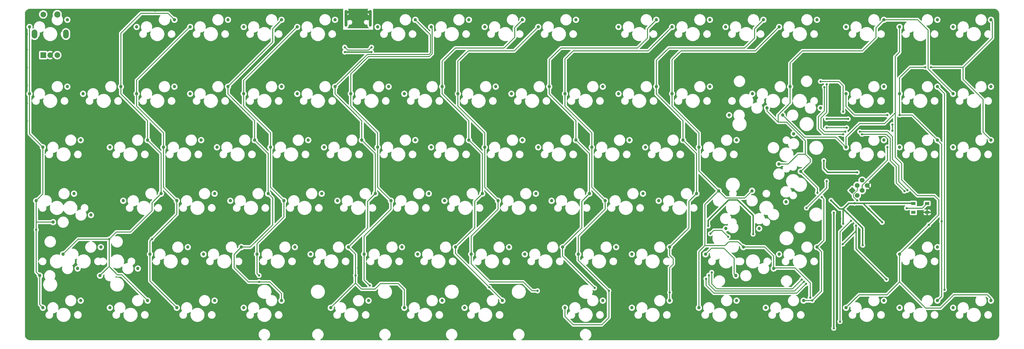
<source format=gbr>
%TF.GenerationSoftware,KiCad,Pcbnew,(6.0.4-0)*%
%TF.CreationDate,2022-05-31T11:41:51+03:00*%
%TF.ProjectId,Supernova_Hotswap,53757065-726e-46f7-9661-5f486f747377,rev?*%
%TF.SameCoordinates,Original*%
%TF.FileFunction,Copper,L1,Top*%
%TF.FilePolarity,Positive*%
%FSLAX46Y46*%
G04 Gerber Fmt 4.6, Leading zero omitted, Abs format (unit mm)*
G04 Created by KiCad (PCBNEW (6.0.4-0)) date 2022-05-31 11:41:51*
%MOMM*%
%LPD*%
G01*
G04 APERTURE LIST*
G04 Aperture macros list*
%AMHorizOval*
0 Thick line with rounded ends*
0 $1 width*
0 $2 $3 position (X,Y) of the first rounded end (center of the circle)*
0 $4 $5 position (X,Y) of the second rounded end (center of the circle)*
0 Add line between two ends*
20,1,$1,$2,$3,$4,$5,0*
0 Add two circle primitives to create the rounded ends*
1,1,$1,$2,$3*
1,1,$1,$4,$5*%
%AMRotRect*
0 Rectangle, with rotation*
0 The origin of the aperture is its center*
0 $1 length*
0 $2 width*
0 $3 Rotation angle, in degrees counterclockwise*
0 Add horizontal line*
21,1,$1,$2,0,0,$3*%
G04 Aperture macros list end*
%TA.AperFunction,ComponentPad*%
%ADD10R,2.000000X2.000000*%
%TD*%
%TA.AperFunction,ComponentPad*%
%ADD11C,2.000000*%
%TD*%
%TA.AperFunction,ComponentPad*%
%ADD12O,2.000000X3.200000*%
%TD*%
%TA.AperFunction,ComponentPad*%
%ADD13C,2.200000*%
%TD*%
%TA.AperFunction,SMDPad,CuDef*%
%ADD14R,1.500000X1.000000*%
%TD*%
%TA.AperFunction,ComponentPad*%
%ADD15C,1.200000*%
%TD*%
%TA.AperFunction,ComponentPad*%
%ADD16O,1.000000X1.600000*%
%TD*%
%TA.AperFunction,ComponentPad*%
%ADD17O,1.000000X2.100000*%
%TD*%
%TA.AperFunction,ComponentPad*%
%ADD18RotRect,1.700000X1.700000X315.000000*%
%TD*%
%TA.AperFunction,ComponentPad*%
%ADD19HorizOval,1.700000X0.000000X0.000000X0.000000X0.000000X0*%
%TD*%
%TA.AperFunction,ViaPad*%
%ADD20C,0.800000*%
%TD*%
%TA.AperFunction,ViaPad*%
%ADD21C,0.600000*%
%TD*%
%TA.AperFunction,Conductor*%
%ADD22C,0.500000*%
%TD*%
%TA.AperFunction,Conductor*%
%ADD23C,0.350000*%
%TD*%
%TA.AperFunction,Conductor*%
%ADD24C,0.250000*%
%TD*%
%TA.AperFunction,Conductor*%
%ADD25C,0.300000*%
%TD*%
%TA.AperFunction,Conductor*%
%ADD26C,0.400000*%
%TD*%
%TA.AperFunction,Conductor*%
%ADD27C,1.000000*%
%TD*%
G04 APERTURE END LIST*
D10*
%TO.P,RE1,A,A*%
%TO.N,/RE_A*%
X37981250Y-45604000D03*
D11*
%TO.P,RE1,B,B*%
%TO.N,/RE_B*%
X42981250Y-45604000D03*
%TO.P,RE1,C,C*%
%TO.N,Earth*%
X40481250Y-45604000D03*
D12*
%TO.P,RE1,MP*%
%TO.N,N/C*%
X34881250Y-38104000D03*
X46081250Y-38104000D03*
D13*
%TO.P,RE1,S1,S1*%
%TO.N,/RE_SW1*%
X42981250Y-31104000D03*
D11*
%TO.P,RE1,S2,S2*%
%TO.N,/RE_SW2*%
X37981250Y-31104000D03*
%TD*%
D14*
%TO.P,LED1,4,DIN*%
%TO.N,/RGB_SIG*%
X352493750Y-98412500D03*
%TO.P,LED1,3,VSS*%
%TO.N,Earth*%
X352493750Y-101612500D03*
%TO.P,LED1,2,DOUT*%
%TO.N,unconnected-(LED1-Pad2)*%
X347593750Y-101612500D03*
%TO.P,LED1,1,VDD*%
%TO.N,+5V*%
X347593750Y-98412500D03*
%TD*%
D15*
%TO.P,K10,1,1*%
%TO.N,Net-(K10-Pad1)*%
X242671250Y-35560000D03*
%TO.P,K10,2,2*%
%TO.N,/col9*%
X256121250Y-33020000D03*
%TD*%
%TO.P,K63,1,1*%
%TO.N,Net-(K63-Pad1)*%
X280828750Y-107372500D03*
%TO.P,K63,2,2*%
%TO.N,/col12*%
X278288750Y-93922500D03*
%TD*%
%TO.P,K49,1,1*%
%TO.N,Net-(K49-Pad1)*%
X342683750Y-78422500D03*
%TO.P,K49,2,2*%
%TO.N,/col15*%
X356133750Y-75882500D03*
%TD*%
%TO.P,K61,1,1*%
%TO.N,/col10*%
X237908750Y-97472500D03*
%TO.P,K61,2,2*%
%TO.N,Net-(K61-Pad2)*%
X251358750Y-94932500D03*
%TD*%
%TO.P,K24,1,1*%
%TO.N,Net-(K24-Pad1)*%
X166471250Y-59372500D03*
%TO.P,K24,2,2*%
%TO.N,/col7*%
X179921250Y-56832500D03*
%TD*%
%TO.P,K63a1,1,1*%
%TO.N,Net-(K63-Pad1)*%
X292735000Y-107372500D03*
%TO.P,K63a1,2,2*%
%TO.N,/col12*%
X290195000Y-93922500D03*
%TD*%
%TO.P,K80,1,1*%
%TO.N,/RE_SW2*%
X37883750Y-135572500D03*
%TO.P,K80,2,2*%
%TO.N,Net-(K80-Pad2)*%
X51333750Y-133032500D03*
%TD*%
%TO.P,K47,1,1*%
%TO.N,Net-(K47-Pad1)*%
X304958750Y-73602500D03*
%TO.P,K47,2,2*%
%TO.N,/col13*%
X307498750Y-87052500D03*
%TD*%
%TO.P,K57,1,1*%
%TO.N,/col6*%
X161708750Y-97472500D03*
%TO.P,K57,2,2*%
%TO.N,Net-(K57-Pad2)*%
X175158750Y-94932500D03*
%TD*%
%TO.P,K43,1,1*%
%TO.N,Net-(K43-Pad1)*%
X214096250Y-78422500D03*
%TO.P,K43,2,2*%
%TO.N,/col9*%
X227546250Y-75882500D03*
%TD*%
%TO.P,K52,1,1*%
%TO.N,Net-(K52-Pad1)*%
X66458750Y-97472500D03*
%TO.P,K52,2,2*%
%TO.N,/col1*%
X79908750Y-94932500D03*
%TD*%
%TO.P,K90,1,1*%
%TO.N,/col14*%
X323633750Y-135572500D03*
%TO.P,K90,2,2*%
%TO.N,Net-(K90-Pad2)*%
X337083750Y-133032500D03*
%TD*%
%TO.P,K85,1,1*%
%TO.N,Net-(K85-Pad1)*%
X187902500Y-135572500D03*
%TO.P,K85,2,2*%
%TO.N,/col7*%
X201352500Y-133032500D03*
%TD*%
%TO.P,K46,1,1*%
%TO.N,/col12*%
X271246250Y-78422500D03*
%TO.P,K46,2,2*%
%TO.N,Net-(K46-Pad2)*%
X284696250Y-75882500D03*
%TD*%
%TO.P,K84a1,1,1*%
%TO.N,/col5*%
X166471250Y-135572500D03*
%TO.P,K84a1,2,2*%
%TO.N,Net-(K84-Pad2)*%
X179921250Y-133032500D03*
%TD*%
%TO.P,K54,1,1*%
%TO.N,Net-(K54-Pad1)*%
X104558750Y-97472500D03*
%TO.P,K54,2,2*%
%TO.N,/col3*%
X118008750Y-94932500D03*
%TD*%
D16*
%TO.P,J1,S1,SHIELD*%
%TO.N,Net-(FB1-Pad1)*%
X145698750Y-30267000D03*
D17*
X154338750Y-34447000D03*
X145698750Y-34447000D03*
D16*
X154338750Y-30267000D03*
%TD*%
D15*
%TO.P,K30a1,1,1*%
%TO.N,Net-(K30-Pad2)*%
X290296250Y-59372500D03*
%TO.P,K30a1,2,2*%
%TO.N,/col13*%
X303746250Y-56832500D03*
%TD*%
%TO.P,K20,1,1*%
%TO.N,Net-(K20-Pad1)*%
X90271250Y-59372500D03*
%TO.P,K20,2,2*%
%TO.N,/col3*%
X103721250Y-56832500D03*
%TD*%
%TO.P,K15,1,1*%
%TO.N,/col14*%
X342683750Y-35560000D03*
%TO.P,K15,2,2*%
%TO.N,Net-(K15-Pad2)*%
X356133750Y-33020000D03*
%TD*%
%TO.P,K40,1,1*%
%TO.N,/col6*%
X156946250Y-78422500D03*
%TO.P,K40,2,2*%
%TO.N,Net-(K40-Pad2)*%
X170396250Y-75882500D03*
%TD*%
%TO.P,K11,1,1*%
%TO.N,/col10*%
X261721250Y-35560000D03*
%TO.P,K11,2,2*%
%TO.N,Net-(K11-Pad2)*%
X275171250Y-33020000D03*
%TD*%
%TO.P,K69,1,1*%
%TO.N,/col4*%
X114083750Y-116522500D03*
%TO.P,K69,2,2*%
%TO.N,Net-(K69-Pad2)*%
X127533750Y-113982500D03*
%TD*%
%TO.P,K81,1,1*%
%TO.N,Net-(K81-Pad1)*%
X61696250Y-135572500D03*
%TO.P,K81,2,2*%
%TO.N,/col1*%
X75146250Y-133032500D03*
%TD*%
%TO.P,K1,1,1*%
%TO.N,/RE_SW2*%
X33121250Y-35560000D03*
%TO.P,K1,2,2*%
%TO.N,/RE_SW1*%
X46571250Y-33020000D03*
%TD*%
%TO.P,K83,1,1*%
%TO.N,Net-(K83-Pad1)*%
X109321250Y-135572500D03*
%TO.P,K83,2,2*%
%TO.N,/col3*%
X122771250Y-133032500D03*
%TD*%
D18*
%TO.P,ISP1,1,Pin_1*%
%TO.N,/MISO*%
X325781399Y-93784149D03*
D19*
%TO.P,ISP1,2,Pin_2*%
%TO.N,+5V*%
X327577450Y-95580200D03*
%TO.P,ISP1,3,Pin_3*%
%TO.N,/SCL*%
X327577450Y-91988098D03*
%TO.P,ISP1,4,Pin_4*%
%TO.N,/MOSI*%
X329373501Y-93784149D03*
%TO.P,ISP1,5,Pin_5*%
%TO.N,/RES*%
X329373501Y-90192047D03*
%TO.P,ISP1,6,Pin_6*%
%TO.N,Earth*%
X331169553Y-91988098D03*
%TD*%
D15*
%TO.P,K86,1,1*%
%TO.N,/col10*%
X223621250Y-135572500D03*
%TO.P,K86,2,2*%
%TO.N,Net-(K86-Pad2)*%
X237071250Y-133032500D03*
%TD*%
%TO.P,K48,1,1*%
%TO.N,/col14*%
X323633750Y-78422500D03*
%TO.P,K48,2,2*%
%TO.N,Net-(K48-Pad2)*%
X337083750Y-75882500D03*
%TD*%
%TO.P,K30,1,1*%
%TO.N,/col13*%
X295491250Y-64452500D03*
%TO.P,K30,2,2*%
%TO.N,Net-(K30-Pad2)*%
X282041250Y-66992500D03*
%TD*%
%TO.P,K3,1,1*%
%TO.N,/col2*%
X90271250Y-35560000D03*
%TO.P,K3,2,2*%
%TO.N,Net-(K3-Pad2)*%
X103721250Y-33020000D03*
%TD*%
%TO.P,K44,1,1*%
%TO.N,/col10*%
X233146250Y-78422500D03*
%TO.P,K44,2,2*%
%TO.N,Net-(K44-Pad2)*%
X246596250Y-75882500D03*
%TD*%
%TO.P,K91,1,1*%
%TO.N,Net-(K91-Pad1)*%
X342683750Y-135572500D03*
%TO.P,K91,2,2*%
%TO.N,/col15*%
X356133750Y-133032500D03*
%TD*%
%TO.P,K88,1,1*%
%TO.N,/col12*%
X271246250Y-135572500D03*
%TO.P,K88,2,2*%
%TO.N,Net-(K88-Pad2)*%
X284696250Y-133032500D03*
%TD*%
%TO.P,K41,1,1*%
%TO.N,Net-(K41-Pad1)*%
X175996250Y-78422500D03*
%TO.P,K41,2,2*%
%TO.N,/col7*%
X189446250Y-75882500D03*
%TD*%
%TO.P,K77a1,1,1*%
%TO.N,/col12*%
X297872500Y-121602500D03*
%TO.P,K77a1,2,2*%
%TO.N,Net-(K77-Pad1)*%
X284422500Y-124142500D03*
%TD*%
%TO.P,K64,1,1*%
%TO.N,/col13*%
X361733750Y-59372500D03*
%TO.P,K64,2,2*%
%TO.N,Net-(K64-Pad2)*%
X375183750Y-56832500D03*
%TD*%
%TO.P,K89,1,1*%
%TO.N,Net-(K89-Pad1)*%
X295058750Y-135572500D03*
%TO.P,K89,2,2*%
%TO.N,/col13*%
X308508750Y-133032500D03*
%TD*%
%TO.P,K36,1,1*%
%TO.N,/col2*%
X80746250Y-78422500D03*
%TO.P,K36,2,2*%
%TO.N,Net-(K36-Pad2)*%
X94196250Y-75882500D03*
%TD*%
%TO.P,K18,1,1*%
%TO.N,Net-(K18-Pad1)*%
X52171250Y-59372500D03*
%TO.P,K18,2,2*%
%TO.N,/col1*%
X65621250Y-56832500D03*
%TD*%
%TO.P,K74,1,1*%
%TO.N,Net-(K74-Pad1)*%
X209333750Y-116522500D03*
%TO.P,K74,2,2*%
%TO.N,/col9*%
X222783750Y-113982500D03*
%TD*%
%TO.P,K82,1,1*%
%TO.N,/col2*%
X85508750Y-135572500D03*
%TO.P,K82,2,2*%
%TO.N,Net-(K82-Pad2)*%
X98958750Y-133032500D03*
%TD*%
%TO.P,K67,1,1*%
%TO.N,/col2*%
X75983750Y-116522500D03*
%TO.P,K67,2,2*%
%TO.N,Net-(K67-Pad2)*%
X89433750Y-113982500D03*
%TD*%
%TO.P,K19,1,1*%
%TO.N,/col2*%
X71221250Y-59372500D03*
%TO.P,K19,2,2*%
%TO.N,Net-(K19-Pad2)*%
X84671250Y-56832500D03*
%TD*%
%TO.P,K33,1,1*%
%TO.N,/col15*%
X342683750Y-59372500D03*
%TO.P,K33,2,2*%
%TO.N,Net-(K33-Pad2)*%
X356133750Y-56832500D03*
%TD*%
%TO.P,K8,1,1*%
%TO.N,Net-(K8-Pad1)*%
X195046250Y-35560000D03*
%TO.P,K8,2,2*%
%TO.N,/col7*%
X208496250Y-33020000D03*
%TD*%
%TO.P,K37,1,1*%
%TO.N,Net-(K37-Pad1)*%
X99796250Y-78422500D03*
%TO.P,K37,2,2*%
%TO.N,/col3*%
X113246250Y-75882500D03*
%TD*%
%TO.P,K79,1,1*%
%TO.N,/col14*%
X342683750Y-116522500D03*
%TO.P,K79,2,2*%
%TO.N,Net-(K79-Pad2)*%
X356133750Y-113982500D03*
%TD*%
%TO.P,K31,1,1*%
%TO.N,Net-(K31-Pad1)*%
X314541250Y-64452500D03*
%TO.P,K31,2,2*%
%TO.N,/col14*%
X301091250Y-66992500D03*
%TD*%
%TO.P,K17,1,1*%
%TO.N,/RE_SW2*%
X33121250Y-59372500D03*
%TO.P,K17,2,2*%
%TO.N,Net-(K17-Pad2)*%
X46571250Y-56832500D03*
%TD*%
%TO.P,K4,1,1*%
%TO.N,Net-(K4-Pad1)*%
X109321250Y-35560000D03*
%TO.P,K4,2,2*%
%TO.N,/col3*%
X122771250Y-33020000D03*
%TD*%
%TO.P,K92,1,1*%
%TO.N,Net-(K92-Pad1)*%
X361733750Y-135572500D03*
%TO.P,K92,2,2*%
%TO.N,/col14*%
X375183750Y-133032500D03*
%TD*%
%TO.P,K38,1,1*%
%TO.N,/col4*%
X118846250Y-78422500D03*
%TO.P,K38,2,2*%
%TO.N,Net-(K38-Pad2)*%
X132296250Y-75882500D03*
%TD*%
%TO.P,K73,1,1*%
%TO.N,/col8*%
X190283750Y-116522500D03*
%TO.P,K73,2,2*%
%TO.N,Net-(K73-Pad2)*%
X203733750Y-113982500D03*
%TD*%
%TO.P,K68,1,1*%
%TO.N,Net-(K68-Pad1)*%
X95033750Y-116522500D03*
%TO.P,K68,2,2*%
%TO.N,/col3*%
X108483750Y-113982500D03*
%TD*%
%TO.P,K23,1,1*%
%TO.N,/col6*%
X147421250Y-59372500D03*
%TO.P,K23,2,2*%
%TO.N,Net-(K23-Pad2)*%
X160871250Y-56832500D03*
%TD*%
%TO.P,K53,1,1*%
%TO.N,/col2*%
X85508750Y-97472500D03*
%TO.P,K53,2,2*%
%TO.N,Net-(K53-Pad2)*%
X98958750Y-94932500D03*
%TD*%
%TO.P,K26,1,1*%
%TO.N,Net-(K26-Pad1)*%
X204571250Y-59372500D03*
%TO.P,K26,2,2*%
%TO.N,/col9*%
X218021250Y-56832500D03*
%TD*%
%TO.P,K50,1,1*%
%TO.N,Net-(K50-Pad1)*%
X361733750Y-78422500D03*
%TO.P,K50,2,2*%
%TO.N,/col15*%
X375183750Y-75882500D03*
%TD*%
%TO.P,K59,1,1*%
%TO.N,/col8*%
X199808750Y-97472500D03*
%TO.P,K59,2,2*%
%TO.N,Net-(K59-Pad2)*%
X213258750Y-94932500D03*
%TD*%
%TO.P,K55,1,1*%
%TO.N,/col4*%
X123608750Y-97472500D03*
%TO.P,K55,2,2*%
%TO.N,Net-(K55-Pad2)*%
X137058750Y-94932500D03*
%TD*%
%TO.P,K66,1,1*%
%TO.N,Net-(K66-Pad1)*%
X71653750Y-121602500D03*
%TO.P,K66,2,2*%
%TO.N,/col1*%
X58203750Y-124142500D03*
%TD*%
%TO.P,K72,1,1*%
%TO.N,Net-(K72-Pad1)*%
X171233750Y-116522500D03*
%TO.P,K72,2,2*%
%TO.N,/col7*%
X184683750Y-113982500D03*
%TD*%
%TO.P,K25,1,1*%
%TO.N,/col8*%
X185521250Y-59372500D03*
%TO.P,K25,2,2*%
%TO.N,Net-(K25-Pad2)*%
X198971250Y-56832500D03*
%TD*%
%TO.P,K45,1,1*%
%TO.N,Net-(K45-Pad1)*%
X252196250Y-78422500D03*
%TO.P,K45,2,2*%
%TO.N,/col11*%
X265646250Y-75882500D03*
%TD*%
%TO.P,K13,1,1*%
%TO.N,/col12*%
X299821250Y-35560000D03*
%TO.P,K13,2,2*%
%TO.N,Net-(K13-Pad2)*%
X313271250Y-33020000D03*
%TD*%
%TO.P,K22,1,1*%
%TO.N,Net-(K22-Pad1)*%
X128371250Y-59372500D03*
%TO.P,K22,2,2*%
%TO.N,/col5*%
X141821250Y-56832500D03*
%TD*%
%TO.P,K78,1,1*%
%TO.N,Net-(K78-Pad1)*%
X299821250Y-116522500D03*
%TO.P,K78,2,2*%
%TO.N,/col13*%
X313271250Y-113982500D03*
%TD*%
%TO.P,K7,1,1*%
%TO.N,/col6*%
X175996250Y-35560000D03*
%TO.P,K7,2,2*%
%TO.N,Net-(K7-Pad2)*%
X189446250Y-33020000D03*
%TD*%
%TO.P,K32,1,1*%
%TO.N,/col15*%
X323633750Y-59372500D03*
%TO.P,K32,2,2*%
%TO.N,Net-(K32-Pad2)*%
X337083750Y-56832500D03*
%TD*%
%TO.P,K27,1,1*%
%TO.N,/col10*%
X223621250Y-59372500D03*
%TO.P,K27,2,2*%
%TO.N,Net-(K27-Pad2)*%
X237071250Y-56832500D03*
%TD*%
%TO.P,K12,1,1*%
%TO.N,Net-(K12-Pad1)*%
X280771250Y-35560000D03*
%TO.P,K12,2,2*%
%TO.N,/col11*%
X294221250Y-33020000D03*
%TD*%
%TO.P,K47a1,1,1*%
%TO.N,Net-(K47-Pad1)*%
X302260000Y-97853750D03*
%TO.P,K47a1,2,2*%
%TO.N,/col13*%
X299720000Y-84403750D03*
%TD*%
%TO.P,K66a1,1,1*%
%TO.N,/col1*%
X45027500Y-116522500D03*
%TO.P,K66a1,2,2*%
%TO.N,Net-(K66-Pad1)*%
X58477500Y-113982500D03*
%TD*%
%TO.P,K58,1,1*%
%TO.N,Net-(K58-Pad1)*%
X180758750Y-97472500D03*
%TO.P,K58,2,2*%
%TO.N,/col7*%
X194208750Y-94932500D03*
%TD*%
%TO.P,K29,1,1*%
%TO.N,/col12*%
X261721250Y-59372500D03*
%TO.P,K29,2,2*%
%TO.N,Net-(K29-Pad2)*%
X275171250Y-56832500D03*
%TD*%
%TO.P,K87,1,1*%
%TO.N,Net-(K87-Pad1)*%
X247433750Y-135572500D03*
%TO.P,K87,2,2*%
%TO.N,/col11*%
X260883750Y-133032500D03*
%TD*%
%TO.P,K35,1,1*%
%TO.N,Net-(K35-Pad1)*%
X61696250Y-78422500D03*
%TO.P,K35,2,2*%
%TO.N,/col1*%
X75146250Y-75882500D03*
%TD*%
%TO.P,K71,1,1*%
%TO.N,/col6*%
X152183750Y-116522500D03*
%TO.P,K71,2,2*%
%TO.N,Net-(K71-Pad2)*%
X165633750Y-113982500D03*
%TD*%
%TO.P,K70,1,1*%
%TO.N,Net-(K70-Pad1)*%
X133133750Y-116522500D03*
%TO.P,K70,2,2*%
%TO.N,/col5*%
X146583750Y-113982500D03*
%TD*%
%TO.P,K77,1,1*%
%TO.N,Net-(K77-Pad1)*%
X273627500Y-116522500D03*
%TO.P,K77,2,2*%
%TO.N,/col12*%
X287077500Y-113982500D03*
%TD*%
%TO.P,K65,1,1*%
%TO.N,Net-(K65-Pad1)*%
X50222500Y-121602500D03*
%TO.P,K65,2,2*%
%TO.N,/RE_SW2*%
X36772500Y-124142500D03*
%TD*%
%TO.P,K39,1,1*%
%TO.N,Net-(K39-Pad1)*%
X137896250Y-78422500D03*
%TO.P,K39,2,2*%
%TO.N,/col5*%
X151346250Y-75882500D03*
%TD*%
%TO.P,K6,1,1*%
%TO.N,Net-(K6-Pad1)*%
X156946250Y-35560000D03*
%TO.P,K6,2,2*%
%TO.N,/col5*%
X170396250Y-33020000D03*
%TD*%
%TO.P,K16,1,1*%
%TO.N,Net-(K16-Pad1)*%
X361733750Y-35560000D03*
%TO.P,K16,2,2*%
%TO.N,/col15*%
X375183750Y-33020000D03*
%TD*%
%TO.P,K62,1,1*%
%TO.N,Net-(K62-Pad1)*%
X256958750Y-97472500D03*
%TO.P,K62,2,2*%
%TO.N,/col11*%
X270408750Y-94932500D03*
%TD*%
%TO.P,K21,1,1*%
%TO.N,/col4*%
X109321250Y-59372500D03*
%TO.P,K21,2,2*%
%TO.N,Net-(K21-Pad2)*%
X122771250Y-56832500D03*
%TD*%
%TO.P,K28,1,1*%
%TO.N,Net-(K28-Pad1)*%
X242671250Y-59372500D03*
%TO.P,K28,2,2*%
%TO.N,/col11*%
X256121250Y-56832500D03*
%TD*%
%TO.P,K60,1,1*%
%TO.N,Net-(K60-Pad1)*%
X218858750Y-97472500D03*
%TO.P,K60,2,2*%
%TO.N,/col9*%
X232308750Y-94932500D03*
%TD*%
%TO.P,K84,1,1*%
%TO.N,/col5*%
X140277500Y-135572500D03*
%TO.P,K84,2,2*%
%TO.N,Net-(K84-Pad2)*%
X153727500Y-133032500D03*
%TD*%
%TO.P,K9,1,1*%
%TO.N,/col8*%
X214096250Y-35560000D03*
%TO.P,K9,2,2*%
%TO.N,Net-(K9-Pad2)*%
X227546250Y-33020000D03*
%TD*%
%TO.P,K51a1,1,1*%
%TO.N,/RE_SW2*%
X35502500Y-97472500D03*
%TO.P,K51a1,2,2*%
%TO.N,Net-(K51-Pad1)*%
X48952500Y-94932500D03*
%TD*%
%TO.P,K75,1,1*%
%TO.N,/col10*%
X228383750Y-116522500D03*
%TO.P,K75,2,2*%
%TO.N,Net-(K75-Pad2)*%
X241833750Y-113982500D03*
%TD*%
%TO.P,K42,1,1*%
%TO.N,/col8*%
X195046250Y-78422500D03*
%TO.P,K42,2,2*%
%TO.N,Net-(K42-Pad2)*%
X208496250Y-75882500D03*
%TD*%
%TO.P,K14,1,1*%
%TO.N,Net-(K14-Pad1)*%
X323633750Y-35560000D03*
%TO.P,K14,2,2*%
%TO.N,/col13*%
X337083750Y-33020000D03*
%TD*%
%TO.P,K5,1,1*%
%TO.N,/col4*%
X128371250Y-35560000D03*
%TO.P,K5,2,2*%
%TO.N,Net-(K5-Pad2)*%
X141821250Y-33020000D03*
%TD*%
%TO.P,K76,1,1*%
%TO.N,Net-(K76-Pad1)*%
X247433750Y-116522500D03*
%TO.P,K76,2,2*%
%TO.N,/col11*%
X260883750Y-113982500D03*
%TD*%
%TO.P,K51,1,1*%
%TO.N,Net-(K51-Pad1)*%
X54985000Y-102552500D03*
%TO.P,K51,2,2*%
%TO.N,/RE_SW2*%
X41535000Y-105092500D03*
%TD*%
%TO.P,K2,1,1*%
%TO.N,Net-(K2-Pad1)*%
X71221250Y-35560000D03*
%TO.P,K2,2,2*%
%TO.N,/col1*%
X84671250Y-33020000D03*
%TD*%
%TO.P,K56,1,1*%
%TO.N,Net-(K56-Pad1)*%
X142658750Y-97472500D03*
%TO.P,K56,2,2*%
%TO.N,/col5*%
X156108750Y-94932500D03*
%TD*%
%TO.P,K34,1,1*%
%TO.N,/RE_SW2*%
X37883750Y-78422500D03*
%TO.P,K34,2,2*%
%TO.N,Net-(K34-Pad2)*%
X51333750Y-75882500D03*
%TD*%
D20*
%TO.N,Earth*%
X84137500Y-146446875D03*
X291255450Y-123926600D03*
X40481250Y-47879000D03*
X39687500Y-29765625D03*
X32146875Y-113506250D03*
X198437500Y-29765625D03*
X115887500Y-29765625D03*
X155924250Y-47625000D03*
X312737500Y-146446875D03*
X274637500Y-146446875D03*
X377428125Y-75406250D03*
X188118750Y-128587500D03*
X202914250Y-53975000D03*
X341090250Y-106553000D03*
X52387500Y-29765625D03*
X354806250Y-88106250D03*
X122237500Y-146446875D03*
X275812250Y-98348800D03*
X173037500Y-29765625D03*
X294760650Y-124536200D03*
X204787500Y-146446875D03*
X345281250Y-42862500D03*
X241014250Y-53975000D03*
X308610000Y-65722500D03*
X204311250Y-107823000D03*
X334613250Y-89154000D03*
X322802250Y-108839000D03*
X179387500Y-29765625D03*
X126714250Y-53975000D03*
X347662500Y-90487500D03*
X230981250Y-73818750D03*
X255587500Y-146446875D03*
X338137500Y-29765625D03*
X322548250Y-75692000D03*
X377428125Y-100806250D03*
X316706250Y-96520000D03*
X141287500Y-146446875D03*
X71437500Y-146446875D03*
X147637500Y-146446875D03*
X331787500Y-146446875D03*
D21*
X326226250Y-105465000D03*
D20*
X32146875Y-69056250D03*
X141287500Y-29765625D03*
X377428125Y-132556250D03*
X32146875Y-81756250D03*
X223837500Y-146446875D03*
X148307134Y-46352116D03*
X32146875Y-43656250D03*
X377428125Y-81756250D03*
X299616250Y-93415000D03*
X32146875Y-126206250D03*
X32146875Y-88106250D03*
X249237500Y-146446875D03*
X377428125Y-138906250D03*
X32146875Y-145256250D03*
X147288250Y-41922900D03*
X33337500Y-146446875D03*
X32146875Y-50006250D03*
X73882250Y-120396000D03*
X273221450Y-119100600D03*
X159543750Y-100012500D03*
X52387500Y-146446875D03*
X242887500Y-146446875D03*
X363537500Y-29765625D03*
X259556250Y-47625000D03*
X320135250Y-63373000D03*
X106902250Y-56769000D03*
X287337500Y-146446875D03*
X88614250Y-53975000D03*
X326485250Y-75692000D03*
X261937500Y-146446875D03*
X204787500Y-29765625D03*
X147719650Y-40309800D03*
X291560250Y-115366800D03*
X342900000Y-69056250D03*
X90487500Y-29765625D03*
X88106250Y-47625000D03*
X153987500Y-146446875D03*
X33337500Y-29765625D03*
X122237500Y-29765625D03*
X293687500Y-29765625D03*
X160337500Y-29765625D03*
X90011250Y-107823000D03*
X376237500Y-29765625D03*
X78581250Y-73818750D03*
X242887500Y-29765625D03*
X240506250Y-47625000D03*
X235743750Y-100012500D03*
X328644250Y-114681000D03*
X320922650Y-106400600D03*
X32146875Y-62706250D03*
X306387500Y-29765625D03*
X32146875Y-38100000D03*
X286734250Y-108762800D03*
X46037500Y-146446875D03*
X65087500Y-146446875D03*
X192087500Y-146446875D03*
X345281250Y-47625000D03*
X300037500Y-29765625D03*
X164814250Y-53975000D03*
X299180250Y-111556800D03*
X350837500Y-29765625D03*
X192087500Y-29765625D03*
X223837500Y-29765625D03*
X377428125Y-37306250D03*
X300037500Y-146446875D03*
X266700000Y-130968750D03*
X306387500Y-146446875D03*
X344487500Y-146446875D03*
X377428125Y-119856250D03*
X44164250Y-51435000D03*
X369887500Y-146446875D03*
X128587500Y-146446875D03*
X109061250Y-107823000D03*
X324580250Y-89408000D03*
X287496250Y-97840800D03*
X329533250Y-105537000D03*
X320135250Y-69875400D03*
X40481250Y-43180000D03*
X293687500Y-146446875D03*
X350837500Y-146446875D03*
X306546250Y-47625000D03*
X144748250Y-57531000D03*
X77787500Y-29765625D03*
X144773250Y-38430200D03*
X323945250Y-84709000D03*
X266700000Y-140493750D03*
X188118750Y-114300000D03*
X84137500Y-29765625D03*
X221456250Y-130968750D03*
X269513050Y-117983000D03*
X357187500Y-146446875D03*
X65087500Y-29765625D03*
X377428125Y-56356250D03*
X287337500Y-29765625D03*
X116681250Y-73818750D03*
X255587500Y-29765625D03*
X39687500Y-146446875D03*
X363537500Y-146446875D03*
X128587500Y-29765625D03*
X211137500Y-29765625D03*
X377428125Y-126206250D03*
X261937500Y-29765625D03*
X150018750Y-121443750D03*
X315563250Y-114300000D03*
X329787250Y-102997000D03*
X164306250Y-128905000D03*
X377428125Y-113506250D03*
X185737500Y-146446875D03*
X341953850Y-93345000D03*
X56864250Y-47879000D03*
X128111250Y-107823000D03*
X338137500Y-146446875D03*
X332327250Y-49911000D03*
X325437500Y-29765625D03*
X32146875Y-30956250D03*
X217487500Y-146446875D03*
X90487500Y-146446875D03*
X327706250Y-64075000D03*
X377428125Y-145256250D03*
X221710250Y-47625000D03*
X216693750Y-135731250D03*
X147161250Y-107823000D03*
X292830250Y-111556800D03*
X236537500Y-146446875D03*
X319087500Y-29765625D03*
X71437500Y-29765625D03*
X96837500Y-146446875D03*
X280987500Y-29765625D03*
X278606250Y-47625000D03*
X154781250Y-73818750D03*
X32146875Y-119856250D03*
X217487500Y-29765625D03*
X280987500Y-146446875D03*
X206978250Y-140335000D03*
X335807050Y-95072200D03*
X96837500Y-29765625D03*
X32146875Y-132556250D03*
X296894250Y-109016800D03*
X166211250Y-107823000D03*
X293076250Y-93245000D03*
X312642250Y-73279000D03*
X107156250Y-47625000D03*
X179387500Y-146446875D03*
X377428125Y-43656250D03*
X277336250Y-105206800D03*
X46037500Y-29765625D03*
X292326250Y-82655000D03*
X153155250Y-38938200D03*
X332200250Y-102743000D03*
X126206250Y-47625000D03*
X103187500Y-29765625D03*
X264382250Y-120396000D03*
X377428125Y-50006250D03*
X315690250Y-48133000D03*
X376237500Y-146446875D03*
X145256250Y-47625000D03*
X332200250Y-105537000D03*
X166687500Y-146446875D03*
X32146875Y-138906250D03*
X173037500Y-146446875D03*
X69056250Y-55753000D03*
X357187500Y-29765625D03*
X320211450Y-45745400D03*
X77787500Y-146446875D03*
X320135250Y-58191400D03*
X249237500Y-29765625D03*
X259556250Y-58039000D03*
X325437500Y-146446875D03*
D21*
X333470250Y-100711000D03*
X327247250Y-101600000D03*
D20*
X32146875Y-94456250D03*
X338804250Y-104267000D03*
X274796250Y-101904800D03*
X331787500Y-29765625D03*
X204946250Y-47625000D03*
X58737500Y-146446875D03*
X377428125Y-88106250D03*
X331031850Y-112242600D03*
D21*
X327576250Y-103805000D03*
D20*
X316960250Y-124079000D03*
X377428125Y-69056250D03*
X274637500Y-29765625D03*
X221456250Y-58039000D03*
X103187500Y-146446875D03*
X32146875Y-100806250D03*
X269081250Y-73818750D03*
X32146875Y-107156250D03*
X32146875Y-56356250D03*
X279114250Y-53975000D03*
X211137500Y-146446875D03*
X328009250Y-123571000D03*
X58737500Y-29765625D03*
X183356250Y-56515000D03*
X369887500Y-29765625D03*
X188118750Y-140493750D03*
X134937500Y-29765625D03*
X377428125Y-30956250D03*
X323056250Y-69977000D03*
X377428125Y-94456250D03*
X312737500Y-29765625D03*
X198437500Y-146446875D03*
X268287500Y-146446875D03*
X301056250Y-72575000D03*
X321024250Y-95377000D03*
X332327250Y-94361000D03*
X230187500Y-29765625D03*
X192881250Y-73818750D03*
X164306250Y-47625000D03*
X121443750Y-102393750D03*
X377428125Y-62706250D03*
X236537500Y-29765625D03*
X166687500Y-29765625D03*
X320135250Y-80695800D03*
X183356250Y-47625000D03*
X334740250Y-117348000D03*
X109537500Y-29765625D03*
X320135250Y-88671400D03*
X323691250Y-95758000D03*
X377428125Y-107156250D03*
X268287500Y-29765625D03*
X197643750Y-100012500D03*
X364966250Y-47625000D03*
X331793850Y-96189800D03*
X319087500Y-146446875D03*
X32146875Y-75406250D03*
X185737500Y-29765625D03*
X50514250Y-53975000D03*
X159480250Y-137922000D03*
X185261250Y-107823000D03*
X223361250Y-107823000D03*
X344487500Y-29765625D03*
X321532250Y-103759000D03*
X109537500Y-146446875D03*
X324326250Y-116205000D03*
%TO.N,+5V*%
X322620167Y-100355400D03*
X322624450Y-105638600D03*
X331666850Y-100355400D03*
X326663050Y-98348800D03*
X318281050Y-97307400D03*
X329558650Y-113284000D03*
X336467450Y-105156000D03*
%TO.N,/MOSI*%
X340074250Y-70358000D03*
X316706250Y-68326000D03*
X340074250Y-72517000D03*
X324351650Y-68325000D03*
X338296250Y-78359000D03*
%TO.N,/SCL*%
X327577450Y-87375000D03*
X315690250Y-83185000D03*
X327552050Y-97358200D03*
%TO.N,/MISO*%
X145256250Y-44512500D03*
X154781250Y-44512500D03*
%TO.N,/RE_SW2*%
X275355050Y-109220000D03*
X35502500Y-107797250D03*
X281654250Y-110286800D03*
%TO.N,/col1*%
X61436250Y-111125000D03*
%TO.N,/col2*%
X76676250Y-111125000D03*
%TO.N,/col3*%
X114776250Y-126365000D03*
X309340250Y-127050800D03*
X273780250Y-125272800D03*
%TO.N,/col4*%
X308578250Y-126288800D03*
X114776250Y-124079000D03*
X274796250Y-124002800D03*
%TO.N,/col5*%
X307816250Y-125526800D03*
X275812250Y-122986800D03*
X149066250Y-124066500D03*
%TO.N,/col6*%
X154146250Y-127635000D03*
%TO.N,/col7*%
X196691250Y-128270000D03*
%TO.N,/col8*%
X213836250Y-129540000D03*
%TO.N,/col9*%
X234156250Y-128524000D03*
%TO.N,/col10*%
X239236250Y-129540000D03*
%TO.N,/col11*%
X260883750Y-130117500D03*
%TO.N,/col12*%
X310864250Y-131953000D03*
%TO.N,/col13*%
X311562750Y-133032500D03*
X313404250Y-94615000D03*
X314928250Y-96139000D03*
%TO.N,/col14*%
X353028250Y-106045000D03*
%TO.N,/col15*%
X351758250Y-49911000D03*
X357600250Y-104775000D03*
X338296250Y-66929000D03*
X353790250Y-49911000D03*
X342683750Y-66929000D03*
%TO.N,Net-(K64-Pad2)*%
X323850000Y-71437500D03*
X316706250Y-90487500D03*
X309562500Y-100036500D03*
X316706250Y-71437500D03*
%TO.N,/RGB_SIG*%
X345154250Y-100101400D03*
%TO.N,/RE_A*%
X344392250Y-94005400D03*
X322548250Y-73787000D03*
X315931750Y-57023000D03*
X329279250Y-73787000D03*
%TO.N,/RE_B*%
X345408250Y-93700600D03*
X328517250Y-72898000D03*
X323310250Y-72898000D03*
X316706250Y-56007000D03*
%TO.N,/row3*%
X274542250Y-106425000D03*
X319246250Y-142875000D03*
X319246250Y-101727000D03*
X290544250Y-109347000D03*
%TO.N,/row4*%
X337991450Y-125476000D03*
X322421250Y-112903000D03*
X327120250Y-106299000D03*
%TO.N,/row5*%
X321468750Y-140493750D03*
X325342250Y-104648000D03*
%TO.N,Net-(K6-Pad1)*%
X154781250Y-42799000D03*
X145256250Y-42799000D03*
%TO.N,Net-(K31-Pad1)*%
X322548250Y-65737500D03*
X314541250Y-54991000D03*
%TO.N,Net-(K33-Pad2)*%
X358616250Y-129159000D03*
%TD*%
D22*
%TO.N,+5V*%
X322620167Y-100355400D02*
X324626767Y-98348800D01*
X322620167Y-100355400D02*
X322620167Y-105634317D01*
X324626767Y-98348800D02*
X326663050Y-98348800D01*
X318281050Y-97307400D02*
X321329050Y-100355400D01*
X322620167Y-100355400D02*
X329558650Y-107293883D01*
X322620167Y-105634317D02*
X322624450Y-105638600D01*
X347530050Y-98348800D02*
X347593750Y-98412500D01*
X329660250Y-98348800D02*
X347530050Y-98348800D01*
X329558650Y-107293883D02*
X329558650Y-113284000D01*
X331666850Y-100355400D02*
X336467450Y-105156000D01*
X326663050Y-98348800D02*
X329660250Y-98348800D01*
X321329050Y-100355400D02*
X322620167Y-100355400D01*
X329660250Y-98348800D02*
X331666850Y-100355400D01*
D23*
%TO.N,/MOSI*%
X338296250Y-78359000D02*
X338296250Y-83049124D01*
X338296250Y-83049124D02*
X329373501Y-91971873D01*
X329373501Y-91971873D02*
X329373501Y-93784149D01*
X340074250Y-70358000D02*
X340074250Y-72517000D01*
D22*
X316706250Y-68326000D02*
X316707250Y-68325000D01*
X316707250Y-68325000D02*
X324351650Y-68325000D01*
D24*
%TO.N,/SCL*%
X327577450Y-93776800D02*
X327577450Y-91988098D01*
X326256650Y-96062800D02*
X326256650Y-95097600D01*
D22*
X315690250Y-83185000D02*
X315690250Y-85928200D01*
X317112650Y-87350600D02*
X327553050Y-87350600D01*
D24*
X326256650Y-95097600D02*
X327577450Y-93776800D01*
X327552050Y-97358200D02*
X326256650Y-96062800D01*
D22*
X327553050Y-87350600D02*
X327577450Y-87375000D01*
X315690250Y-85928200D02*
X317112650Y-87350600D01*
%TO.N,/MISO*%
X154781250Y-44512500D02*
X145256250Y-44512500D01*
D23*
%TO.N,/RE_SW2*%
X35502500Y-122872500D02*
X36772500Y-124142500D01*
X276574250Y-108000800D02*
X275355050Y-109220000D01*
X41535000Y-105092500D02*
X35540250Y-105092500D01*
X35502500Y-107797250D02*
X35502500Y-122872500D01*
X281654250Y-110286800D02*
X279368250Y-108000800D01*
X37883750Y-78422500D02*
X37883750Y-95091250D01*
X35540250Y-105092500D02*
X35502500Y-105054750D01*
X36772500Y-134461250D02*
X37883750Y-135572500D01*
X37883750Y-78422500D02*
X33121250Y-73660000D01*
X36772500Y-124142500D02*
X36772500Y-134461250D01*
X33121250Y-73660000D02*
X33121250Y-59372500D01*
X33121250Y-59372500D02*
X33121250Y-35560000D01*
X279368250Y-108000800D02*
X276574250Y-108000800D01*
X35502500Y-105054750D02*
X35502500Y-107797250D01*
X37883750Y-95091250D02*
X35502500Y-97472500D01*
X35502500Y-97472500D02*
X35502500Y-105054750D01*
%TO.N,/col1*%
X65621250Y-56832500D02*
X65621250Y-59430000D01*
X63976250Y-108585000D02*
X69056250Y-108585000D01*
X75146250Y-68955000D02*
X75146250Y-75882500D01*
X69056250Y-108585000D02*
X76676250Y-100965000D01*
X61436250Y-111125000D02*
X50425000Y-111125000D01*
X72739250Y-30734000D02*
X65621250Y-37852000D01*
X79908750Y-80645000D02*
X79908750Y-94932500D01*
X76676250Y-98165000D02*
X79908750Y-94932500D01*
X50425000Y-111125000D02*
X45027500Y-116522500D01*
X65621250Y-37852000D02*
X65621250Y-56832500D01*
X61436250Y-111125000D02*
X63976250Y-108585000D01*
X84671250Y-33020000D02*
X82385250Y-30734000D01*
X82385250Y-30734000D02*
X72739250Y-30734000D01*
X65938750Y-123825000D02*
X75146250Y-133032500D01*
X65621250Y-59430000D02*
X75146250Y-68955000D01*
X61436250Y-111125000D02*
X61436250Y-120910000D01*
X76676250Y-100965000D02*
X76676250Y-98165000D01*
X61436250Y-120910000D02*
X58203750Y-124142500D01*
X61436250Y-120910000D02*
X64351250Y-123825000D01*
X64351250Y-123825000D02*
X65938750Y-123825000D01*
X75146250Y-75882500D02*
X79908750Y-80645000D01*
%TO.N,/col2*%
X71221250Y-59372500D02*
X71221250Y-54477000D01*
X85508750Y-135572500D02*
X75983750Y-126047500D01*
X80746250Y-73285000D02*
X80746250Y-78422500D01*
X90138250Y-35560000D02*
X90271250Y-35560000D01*
X75983750Y-116522500D02*
X75983750Y-111817500D01*
X71221250Y-54477000D02*
X90138250Y-35560000D01*
X80746250Y-92710000D02*
X85508750Y-97472500D01*
X80746250Y-78422500D02*
X80746250Y-92710000D01*
X75983750Y-111817500D02*
X76676250Y-111125000D01*
X85508750Y-102292500D02*
X85508750Y-97472500D01*
X71221250Y-63760000D02*
X80746250Y-73285000D01*
X71221250Y-59372500D02*
X71221250Y-63760000D01*
X75983750Y-126047500D02*
X75983750Y-116522500D01*
X76676250Y-111125000D02*
X85508750Y-102292500D01*
%TO.N,/col3*%
X105886250Y-116580000D02*
X108483750Y-113982500D01*
X118586250Y-126365000D02*
X122771250Y-130550000D01*
X103721250Y-56832500D02*
X119602250Y-40951500D01*
X309340250Y-127050800D02*
X306038250Y-130352800D01*
X111664750Y-113982500D02*
X119602250Y-106045000D01*
X119602250Y-40951500D02*
X119602250Y-36189000D01*
X276574250Y-130352800D02*
X273780250Y-127558800D01*
X273780250Y-127558800D02*
X273780250Y-125272800D01*
X122771250Y-130550000D02*
X122771250Y-133032500D01*
X119602250Y-96526000D02*
X118008750Y-94932500D01*
X119602250Y-36189000D02*
X122771250Y-33020000D01*
X118008750Y-94932500D02*
X118008750Y-80645000D01*
X119602250Y-106045000D02*
X119602250Y-96526000D01*
X103721250Y-59430000D02*
X113246250Y-68955000D01*
X113246250Y-68955000D02*
X113246250Y-75882500D01*
X108483750Y-113982500D02*
X111664750Y-113982500D01*
X110966250Y-126365000D02*
X105886250Y-121285000D01*
X103721250Y-56832500D02*
X103721250Y-59430000D01*
X105886250Y-121285000D02*
X105886250Y-116580000D01*
X114776250Y-126365000D02*
X118586250Y-126365000D01*
X114776250Y-126365000D02*
X110966250Y-126365000D01*
X306038250Y-130352800D02*
X276574250Y-130352800D01*
X118008750Y-80645000D02*
X113246250Y-75882500D01*
%TO.N,/col4*%
X114083750Y-116522500D02*
X114083750Y-112833500D01*
X277082250Y-129590800D02*
X274796250Y-127304800D01*
X274796250Y-127304800D02*
X274796250Y-124002800D01*
X308578250Y-126288800D02*
X305276250Y-129590800D01*
X114083750Y-112833500D02*
X123608750Y-103308500D01*
X114776250Y-124079000D02*
X114083750Y-123386500D01*
X109321250Y-63760000D02*
X118846250Y-73285000D01*
X123608750Y-103308500D02*
X123608750Y-97472500D01*
X118846250Y-92710000D02*
X123608750Y-97472500D01*
X118846250Y-78422500D02*
X118846250Y-92710000D01*
X109321250Y-54610000D02*
X128371250Y-35560000D01*
X109321250Y-59372500D02*
X109321250Y-63760000D01*
X114083750Y-123386500D02*
X114083750Y-116522500D01*
X305276250Y-129590800D02*
X277082250Y-129590800D01*
X118846250Y-73285000D02*
X118846250Y-78422500D01*
X109321250Y-59372500D02*
X109321250Y-54610000D01*
%TO.N,/col5*%
X157956250Y-127000000D02*
X164306250Y-127000000D01*
X151187500Y-128905000D02*
X156051250Y-128905000D01*
X149066250Y-124066500D02*
X149066250Y-126783750D01*
X141821250Y-56832500D02*
X141821250Y-59430000D01*
X170396250Y-33020000D02*
X175736250Y-38360000D01*
X164306250Y-127000000D02*
X166471250Y-129165000D01*
X166471250Y-129165000D02*
X166471250Y-135572500D01*
X149066250Y-126783750D02*
X151187500Y-128905000D01*
X277590250Y-128828800D02*
X275812250Y-127050800D01*
X307816250Y-125526800D02*
X304514250Y-128828800D01*
X149066250Y-126783750D02*
X140277500Y-135572500D01*
X275812250Y-127050800D02*
X275812250Y-122986800D01*
X149066250Y-124066500D02*
X149066250Y-116465000D01*
X141821250Y-59430000D02*
X151346250Y-68955000D01*
X156108750Y-80645000D02*
X156108750Y-94932500D01*
X153384250Y-97657000D02*
X156108750Y-94932500D01*
X175228250Y-45339000D02*
X153314750Y-45339000D01*
X151346250Y-75882500D02*
X156108750Y-80645000D01*
X175736250Y-38360000D02*
X175736250Y-44831000D01*
X153314750Y-45339000D02*
X141821250Y-56832500D01*
X175736250Y-44831000D02*
X175228250Y-45339000D01*
X304514250Y-128828800D02*
X277590250Y-128828800D01*
X151346250Y-68955000D02*
X151346250Y-75882500D01*
X153384250Y-107182000D02*
X153384250Y-97657000D01*
X149066250Y-116465000D02*
X146583750Y-113982500D01*
X156051250Y-128905000D02*
X157956250Y-127000000D01*
X146583750Y-113982500D02*
X153384250Y-107182000D01*
%TO.N,/col6*%
X152183750Y-116522500D02*
X152183750Y-125672500D01*
X152183750Y-125672500D02*
X154146250Y-127635000D01*
X147421250Y-59372500D02*
X147421250Y-63760000D01*
X176371250Y-35935000D02*
X175996250Y-35560000D01*
X156946250Y-73285000D02*
X156946250Y-78422500D01*
X153638250Y-46101000D02*
X175355250Y-46101000D01*
X147421250Y-52318000D02*
X153638250Y-46101000D01*
X156946250Y-92710000D02*
X161708750Y-97472500D01*
X176371250Y-45085000D02*
X176371250Y-35935000D01*
X161708750Y-100484397D02*
X161708750Y-97472500D01*
X156946250Y-78422500D02*
X156946250Y-92710000D01*
X175355250Y-46101000D02*
X176371250Y-45085000D01*
X147421250Y-59372500D02*
X147421250Y-52318000D01*
X147421250Y-63760000D02*
X156946250Y-73285000D01*
X152183750Y-110009397D02*
X161708750Y-100484397D01*
X152183750Y-116522500D02*
X152183750Y-110009397D01*
%TO.N,/col7*%
X189446250Y-68955000D02*
X189446250Y-75882500D01*
X194208750Y-80645000D02*
X194208750Y-94932500D01*
X191484250Y-107182000D02*
X191484250Y-97657000D01*
X205708250Y-35808000D02*
X208496250Y-33020000D01*
X184626250Y-116205000D02*
X184626250Y-114040000D01*
X196691250Y-128270000D02*
X201352500Y-132931250D01*
X205708250Y-39243000D02*
X205708250Y-35808000D01*
X196691250Y-128270000D02*
X184626250Y-116205000D01*
X191484250Y-97657000D02*
X194208750Y-94932500D01*
X179921250Y-56832500D02*
X179921250Y-47758000D01*
X189446250Y-75882500D02*
X194208750Y-80645000D01*
X179921250Y-59430000D02*
X189446250Y-68955000D01*
X201898250Y-43053000D02*
X205708250Y-39243000D01*
X179921250Y-56832500D02*
X179921250Y-59430000D01*
X184626250Y-114040000D02*
X184683750Y-113982500D01*
X179921250Y-47758000D02*
X184626250Y-43053000D01*
X184626250Y-43053000D02*
X201898250Y-43053000D01*
X184683750Y-113982500D02*
X191484250Y-107182000D01*
X201352500Y-132931250D02*
X201352500Y-133032500D01*
%TO.N,/col8*%
X213836250Y-129540000D02*
X211931250Y-129540000D01*
X185521250Y-63760000D02*
X195046250Y-73285000D01*
X185521250Y-59372500D02*
X185521250Y-47746000D01*
X189198250Y-44069000D02*
X205587250Y-44069000D01*
X211931250Y-129540000D02*
X208756250Y-126365000D01*
X185521250Y-47746000D02*
X189198250Y-44069000D01*
X185521250Y-59372500D02*
X185521250Y-63760000D01*
X190283750Y-119957500D02*
X190283750Y-116522500D01*
X195046250Y-73285000D02*
X195046250Y-78422500D01*
X205587250Y-44069000D02*
X214096250Y-35560000D01*
X208756250Y-126365000D02*
X196691250Y-126365000D01*
X190283750Y-116522500D02*
X190283750Y-110009397D01*
X190283750Y-110009397D02*
X199808750Y-100484397D01*
X199808750Y-100484397D02*
X199808750Y-97472500D01*
X196691250Y-126365000D02*
X190283750Y-119957500D01*
X195046250Y-78422500D02*
X195046250Y-92710000D01*
X195046250Y-92710000D02*
X199808750Y-97472500D01*
%TO.N,/col9*%
X229584250Y-97657000D02*
X232308750Y-94932500D01*
X252952250Y-36189000D02*
X256121250Y-33020000D01*
X222783750Y-117151500D02*
X234156250Y-128524000D01*
X218021250Y-59430000D02*
X227546250Y-68955000D01*
X249396250Y-43053000D02*
X252952250Y-39497000D01*
X252952250Y-39497000D02*
X252952250Y-36189000D01*
X222218250Y-43053000D02*
X249396250Y-43053000D01*
X218021250Y-47250000D02*
X222218250Y-43053000D01*
X227546250Y-75882500D02*
X232308750Y-80645000D01*
X218021250Y-56832500D02*
X218021250Y-59430000D01*
X227546250Y-68955000D02*
X227546250Y-75882500D01*
X229584250Y-107182000D02*
X229584250Y-97657000D01*
X222783750Y-113982500D02*
X222783750Y-117151500D01*
X218021250Y-56832500D02*
X218021250Y-47250000D01*
X232308750Y-80645000D02*
X232308750Y-94932500D01*
X222783750Y-113982500D02*
X229584250Y-107182000D01*
%TO.N,/col10*%
X233146250Y-92710000D02*
X237908750Y-97472500D01*
X223621250Y-135572500D02*
X223621250Y-138690000D01*
X239236250Y-139065000D02*
X239236250Y-129540000D01*
X239236250Y-129540000D02*
X228383750Y-118687500D01*
X228383750Y-116522500D02*
X228383750Y-110009397D01*
X237908750Y-100484397D02*
X237908750Y-97472500D01*
X226536250Y-44069000D02*
X253212250Y-44069000D01*
X253212250Y-44069000D02*
X261721250Y-35560000D01*
X223621250Y-46984000D02*
X226536250Y-44069000D01*
X223621250Y-59372500D02*
X223621250Y-63760000D01*
X223621250Y-63760000D02*
X233146250Y-73285000D01*
X233146250Y-78422500D02*
X233146250Y-92710000D01*
X223621250Y-138690000D02*
X226536250Y-141605000D01*
X223621250Y-59372500D02*
X223621250Y-46984000D01*
X226536250Y-141605000D02*
X236696250Y-141605000D01*
X236696250Y-141605000D02*
X239236250Y-139065000D01*
X228383750Y-118687500D02*
X228383750Y-116522500D01*
X233146250Y-73285000D02*
X233146250Y-78422500D01*
X228383750Y-110009397D02*
X237908750Y-100484397D01*
%TO.N,/col11*%
X267684250Y-107182000D02*
X267684250Y-97657000D01*
X260572250Y-43053000D02*
X287496250Y-43053000D01*
X262096250Y-120015000D02*
X260826250Y-121285000D01*
X260883750Y-113982500D02*
X267684250Y-107182000D01*
X260883750Y-113982500D02*
X260883750Y-116897500D01*
X260826250Y-121285000D02*
X260883750Y-121342500D01*
X256121250Y-56832500D02*
X256121250Y-59430000D01*
X265646250Y-75882500D02*
X270408750Y-80645000D01*
X267684250Y-97657000D02*
X270408750Y-94932500D01*
X260883750Y-121342500D02*
X260883750Y-130117500D01*
X270408750Y-80645000D02*
X270408750Y-94932500D01*
X287496250Y-43053000D02*
X291052250Y-39497000D01*
X291052250Y-39497000D02*
X291052250Y-36189000D01*
X265646250Y-68955000D02*
X265646250Y-75882500D01*
X260883750Y-116897500D02*
X262096250Y-118110000D01*
X256121250Y-47504000D02*
X260572250Y-43053000D01*
X260883750Y-130117500D02*
X260883750Y-133032500D01*
X291052250Y-36189000D02*
X294221250Y-33020000D01*
X256121250Y-56832500D02*
X256121250Y-47504000D01*
X262096250Y-118110000D02*
X262096250Y-120015000D01*
X256121250Y-59430000D02*
X265646250Y-68955000D01*
%TO.N,/col12*%
X271246250Y-115614800D02*
X273399250Y-113461800D01*
X287077500Y-113982500D02*
X294671750Y-113982500D01*
X278288750Y-93922500D02*
X280886250Y-96520000D01*
X264890250Y-44069000D02*
X291312250Y-44069000D01*
X310864250Y-126796800D02*
X305479450Y-121412000D01*
X261721250Y-63760000D02*
X271246250Y-73285000D01*
X287597500Y-96520000D02*
X290195000Y-93922500D01*
X297872500Y-117183250D02*
X297872500Y-121602500D01*
X271246250Y-78422500D02*
X271246250Y-86880000D01*
X273399250Y-98812000D02*
X278288750Y-93922500D01*
X305479450Y-121412000D02*
X298063000Y-121412000D01*
X271246250Y-135572500D02*
X271246250Y-115614800D01*
X271246250Y-73285000D02*
X271246250Y-78422500D01*
X281919071Y-112053979D02*
X285148979Y-112053979D01*
X273399250Y-113461800D02*
X280511250Y-113461800D01*
X291312250Y-44069000D02*
X299821250Y-35560000D01*
X261721250Y-59372500D02*
X261721250Y-47238000D01*
X310864250Y-131953000D02*
X310864250Y-126796800D01*
X294671750Y-113982500D02*
X297872500Y-117183250D01*
X285148979Y-112053979D02*
X287077500Y-113982500D01*
X280511250Y-113461800D02*
X281919071Y-112053979D01*
X261721250Y-47238000D02*
X264890250Y-44069000D01*
X273399250Y-113461800D02*
X273399250Y-98812000D01*
X298063000Y-121412000D02*
X297872500Y-121602500D01*
X271246250Y-86880000D02*
X278288750Y-93922500D01*
X280886250Y-96520000D02*
X287597500Y-96520000D01*
X261721250Y-59372500D02*
X261721250Y-63760000D01*
%TO.N,/col13*%
X299434250Y-69469000D02*
X295491250Y-65526000D01*
X299720000Y-84403750D02*
X303041500Y-84403750D01*
X299434250Y-69469000D02*
X299434250Y-66929000D01*
X315690250Y-111563500D02*
X313271250Y-113982500D01*
X309086250Y-80899000D02*
X310864250Y-82677000D01*
X310864250Y-83687000D02*
X307498750Y-87052500D01*
X334232250Y-39243000D02*
X334232250Y-35871500D01*
X314893500Y-129701750D02*
X314893500Y-115604750D01*
X311562750Y-133032500D02*
X314893500Y-129701750D01*
X309086250Y-76073000D02*
X302482250Y-69469000D01*
X309086250Y-80899000D02*
X309086250Y-76073000D01*
X352774250Y-36703000D02*
X352774250Y-50413000D01*
X352774250Y-50413000D02*
X361733750Y-59372500D01*
X303746250Y-56832500D02*
X303746250Y-48393000D01*
X303746250Y-48393000D02*
X308070250Y-44069000D01*
X314893500Y-115604750D02*
X313271250Y-113982500D01*
X310864250Y-82677000D02*
X310864250Y-83687000D01*
X334232250Y-35871500D02*
X337083750Y-33020000D01*
X302482250Y-69469000D02*
X299434250Y-69469000D01*
X307498750Y-87052500D02*
X313404250Y-92958000D01*
X329406250Y-44069000D02*
X334232250Y-39243000D01*
X303041500Y-84403750D02*
X306546250Y-80899000D01*
X315690250Y-96901000D02*
X315690250Y-111563500D01*
X306546250Y-80899000D02*
X309086250Y-80899000D01*
X337083750Y-33020000D02*
X349091250Y-33020000D01*
X308508750Y-133032500D02*
X311562750Y-133032500D01*
X308070250Y-44069000D02*
X329406250Y-44069000D01*
X313404250Y-92958000D02*
X313404250Y-94615000D01*
X349091250Y-33020000D02*
X352774250Y-36703000D01*
X295491250Y-65526000D02*
X295491250Y-64452500D01*
X303746250Y-62617000D02*
X303746250Y-56832500D01*
X314928250Y-96139000D02*
X315690250Y-96901000D01*
X299434250Y-66929000D02*
X303746250Y-62617000D01*
%TO.N,/col14*%
X343376250Y-90043000D02*
X348964250Y-95631000D01*
X323633750Y-78422500D02*
X323633750Y-74733500D01*
X341090250Y-66167000D02*
X341090250Y-46101000D01*
X342683750Y-44507500D02*
X342683750Y-35560000D01*
X357187500Y-135731250D02*
X361950000Y-130968750D01*
X348964250Y-95631000D02*
X355060250Y-95631000D01*
X342683750Y-116522500D02*
X342683750Y-126422500D01*
X356584250Y-102489000D02*
X353028250Y-106045000D01*
X320014250Y-74803000D02*
X308901750Y-74803000D01*
X343376250Y-84201000D02*
X343376250Y-90043000D01*
X328390250Y-69977000D02*
X337280250Y-69977000D01*
X337280250Y-69977000D02*
X340582250Y-66675000D01*
X361950000Y-130968750D02*
X373856250Y-130968750D01*
X355060250Y-95631000D02*
X356584250Y-97155000D01*
X373856250Y-130968750D02*
X375183750Y-132296250D01*
X342683750Y-116389500D02*
X342683750Y-116522500D01*
X356584250Y-97155000D02*
X356584250Y-102489000D01*
X375183750Y-132296250D02*
X375183750Y-133032500D01*
X342683750Y-126422500D02*
X338137500Y-130968750D01*
X342683750Y-126422500D02*
X351992500Y-135731250D01*
X340582250Y-66675000D02*
X341090250Y-66167000D01*
X338137500Y-130968750D02*
X328237500Y-130968750D01*
X323633750Y-74733500D02*
X328390250Y-69977000D01*
X341090250Y-46101000D02*
X342683750Y-44507500D01*
X341090250Y-81915000D02*
X343376250Y-84201000D01*
X351992500Y-135731250D02*
X357187500Y-135731250D01*
X341090250Y-66167000D02*
X341090250Y-81915000D01*
X323633750Y-78422500D02*
X320014250Y-74803000D01*
X353028250Y-106045000D02*
X342683750Y-116389500D01*
X308901750Y-74803000D02*
X301091250Y-66992500D01*
X328237500Y-130968750D02*
X323633750Y-135572500D01*
%TO.N,/col15*%
X346424250Y-49911000D02*
X351758250Y-49911000D01*
X365220250Y-49911000D02*
X375634250Y-39497000D01*
X357600250Y-131566000D02*
X356133750Y-133032500D01*
X342683750Y-53651500D02*
X346424250Y-49911000D01*
X357600250Y-104775000D02*
X357600250Y-77349000D01*
X326612250Y-66929000D02*
X338296250Y-66929000D01*
X347180250Y-66929000D02*
X342683750Y-66929000D01*
X372332250Y-61341000D02*
X372332250Y-73031000D01*
X357600250Y-104775000D02*
X357600250Y-131566000D01*
X372332250Y-73031000D02*
X375183750Y-75882500D01*
X365220250Y-49911000D02*
X365220250Y-54229000D01*
X323633750Y-59372500D02*
X323633750Y-63950500D01*
X375634250Y-33470500D02*
X375183750Y-33020000D01*
X357600250Y-77349000D02*
X356133750Y-75882500D01*
X353790250Y-49911000D02*
X365220250Y-49911000D01*
X342683750Y-59372500D02*
X342683750Y-53651500D01*
X356133750Y-75882500D02*
X347180250Y-66929000D01*
X323633750Y-63950500D02*
X326612250Y-66929000D01*
X342683750Y-66929000D02*
X342683750Y-59372500D01*
X375634250Y-39497000D02*
X375634250Y-33470500D01*
X365220250Y-54229000D02*
X372332250Y-61341000D01*
%TO.N,Net-(K64-Pad2)*%
X316706250Y-71437500D02*
X323850000Y-71437500D01*
X316706250Y-92892750D02*
X316706250Y-92868750D01*
X316706250Y-92868750D02*
X316706250Y-90487500D01*
X309562500Y-100036500D02*
X316706250Y-92892750D01*
%TO.N,Net-(K77-Pad1)*%
X280130250Y-114350800D02*
X283813250Y-118033800D01*
X275799200Y-114350800D02*
X280130250Y-114350800D01*
X283813250Y-123533250D02*
X284422500Y-124142500D01*
X273627500Y-116522500D02*
X275799200Y-114350800D01*
X283813250Y-118033800D02*
X283813250Y-123533250D01*
%TO.N,/RGB_SIG*%
X350804850Y-100101400D02*
X352493750Y-98412500D01*
X345154250Y-100101400D02*
X350804850Y-100101400D01*
D25*
%TO.N,/RE_A*%
X315931750Y-65417500D02*
X313785250Y-67564000D01*
X337915250Y-73787000D02*
X329279250Y-73787000D01*
X344392250Y-94005400D02*
X341471250Y-91084400D01*
X341471250Y-91084400D02*
X341471250Y-85344000D01*
X313785250Y-67564000D02*
X313785250Y-71882000D01*
X341471250Y-85344000D02*
X339312250Y-83185000D01*
X313785250Y-71882000D02*
X315690250Y-73787000D01*
X315690250Y-73787000D02*
X322548250Y-73787000D01*
X315931750Y-57023000D02*
X315931750Y-65417500D01*
X339312250Y-75184000D02*
X337915250Y-73787000D01*
X339312250Y-83185000D02*
X339312250Y-75184000D01*
%TO.N,/RE_B*%
X316079573Y-72898000D02*
X314674250Y-71492677D01*
X340074250Y-82677000D02*
X340074250Y-74549000D01*
D23*
X316706250Y-56007000D02*
X316706250Y-65913000D01*
D25*
X323310250Y-72898000D02*
X316079573Y-72898000D01*
D23*
X316706250Y-65913000D02*
X314674250Y-67945000D01*
D25*
X345408250Y-93700600D02*
X342360250Y-90652600D01*
X342360250Y-90652600D02*
X342360250Y-84963000D01*
X342360250Y-84963000D02*
X340074250Y-82677000D01*
D23*
X314674250Y-67945000D02*
X314674250Y-71492677D01*
D25*
X340074250Y-74549000D02*
X338423250Y-72898000D01*
X338423250Y-72898000D02*
X328517250Y-72898000D01*
D22*
%TO.N,/row3*%
X274542250Y-104444800D02*
X281842530Y-97144520D01*
X290544250Y-102666800D02*
X290544250Y-109347000D01*
X285021970Y-97144520D02*
X290544250Y-102666800D01*
X281842530Y-97144520D02*
X285021970Y-97144520D01*
X319246250Y-101727000D02*
X319246250Y-142875000D01*
X274542250Y-106425000D02*
X274542250Y-104444800D01*
D26*
%TO.N,/row4*%
X322421250Y-112903000D02*
X327120250Y-108204000D01*
X327120250Y-114604800D02*
X337991450Y-125476000D01*
X327120250Y-108204000D02*
X327120250Y-114604800D01*
X327120250Y-108204000D02*
X327120250Y-106299000D01*
D23*
%TO.N,/row5*%
X321468750Y-140493750D02*
X321482450Y-140480050D01*
X321482450Y-140480050D02*
X321482450Y-108507800D01*
X321482450Y-108507800D02*
X325342250Y-104648000D01*
D27*
%TO.N,Net-(FB1-Pad1)*%
X145698750Y-30267000D02*
X154338750Y-30267000D01*
X145698750Y-34447000D02*
X145698750Y-30267000D01*
X154338750Y-34447000D02*
X154338750Y-30267000D01*
D23*
%TO.N,Net-(K6-Pad1)*%
X146272250Y-43815000D02*
X145256250Y-42799000D01*
X153765250Y-43815000D02*
X146272250Y-43815000D01*
X154781250Y-42799000D02*
X153765250Y-43815000D01*
%TO.N,Net-(K31-Pad1)*%
X314541250Y-54991000D02*
X321024250Y-54991000D01*
X321024250Y-54991000D02*
X322548250Y-56515000D01*
X322548250Y-56515000D02*
X322548250Y-65737500D01*
%TO.N,Net-(K33-Pad2)*%
X358616250Y-129159000D02*
X358616250Y-59315000D01*
X358616250Y-59315000D02*
X356133750Y-56832500D01*
%TD*%
%TA.AperFunction,Conductor*%
%TO.N,Net-(FB1-Pad1)*%
G36*
X153562101Y-29103502D02*
G01*
X153608594Y-29157158D01*
X153618698Y-29227432D01*
X153590502Y-29290491D01*
X153506972Y-29390039D01*
X153500042Y-29400159D01*
X153410748Y-29562585D01*
X153405916Y-29573858D01*
X153349870Y-29750538D01*
X153347320Y-29762532D01*
X153331143Y-29906761D01*
X153330750Y-29913785D01*
X153330750Y-29994885D01*
X153335225Y-30010124D01*
X153336615Y-30011329D01*
X153344298Y-30013000D01*
X154466750Y-30013000D01*
X154534871Y-30033002D01*
X154581364Y-30086658D01*
X154592750Y-30139000D01*
X154592750Y-31524924D01*
X154597225Y-31540163D01*
X154610763Y-31551894D01*
X154649147Y-31611621D01*
X154654251Y-31647119D01*
X154654252Y-32818134D01*
X154634250Y-32886255D01*
X154597334Y-32922635D01*
X154592750Y-32932298D01*
X154592750Y-34575000D01*
X154572748Y-34643121D01*
X154519092Y-34689614D01*
X154466750Y-34701000D01*
X154210750Y-34701000D01*
X154142629Y-34680998D01*
X154096136Y-34627342D01*
X154084750Y-34575000D01*
X154084750Y-32939076D01*
X154080777Y-32925545D01*
X154072982Y-32924425D01*
X153965229Y-32956138D01*
X153953861Y-32960731D01*
X153789596Y-33046607D01*
X153779335Y-33053321D01*
X153634877Y-33169468D01*
X153626118Y-33178046D01*
X153581750Y-33230921D01*
X153522640Y-33270248D01*
X153451652Y-33271374D01*
X153408702Y-33250028D01*
X153343072Y-33199850D01*
X153237936Y-33150825D01*
X153185119Y-33126195D01*
X153185116Y-33126194D01*
X153178942Y-33123315D01*
X153172294Y-33121829D01*
X153172291Y-33121828D01*
X153007244Y-33084936D01*
X153007245Y-33084936D01*
X153002207Y-33083810D01*
X152996662Y-33083500D01*
X152863506Y-33083500D01*
X152728713Y-33098143D01*
X152645359Y-33126195D01*
X152563546Y-33153728D01*
X152563544Y-33153729D01*
X152557075Y-33155906D01*
X152401845Y-33249177D01*
X152396888Y-33253865D01*
X152396885Y-33253867D01*
X152342079Y-33305695D01*
X152270265Y-33373607D01*
X152266433Y-33379245D01*
X152266430Y-33379249D01*
X152215490Y-33454205D01*
X152168473Y-33523388D01*
X152101220Y-33691534D01*
X152100106Y-33698262D01*
X152100105Y-33698266D01*
X152072757Y-33863461D01*
X152071642Y-33870198D01*
X152071999Y-33877015D01*
X152071999Y-33877019D01*
X152076901Y-33970539D01*
X152081120Y-34051047D01*
X152082931Y-34057620D01*
X152082931Y-34057623D01*
X152106301Y-34142466D01*
X152129211Y-34225641D01*
X152213672Y-34385836D01*
X152218077Y-34391049D01*
X152218080Y-34391053D01*
X152326156Y-34518943D01*
X152326160Y-34518947D01*
X152330563Y-34524157D01*
X152335987Y-34528304D01*
X152335988Y-34528305D01*
X152469007Y-34630006D01*
X152469011Y-34630009D01*
X152474428Y-34634150D01*
X152561122Y-34674576D01*
X152632381Y-34707805D01*
X152632384Y-34707806D01*
X152638558Y-34710685D01*
X152645206Y-34712171D01*
X152645209Y-34712172D01*
X152741436Y-34733681D01*
X152815293Y-34750190D01*
X152820838Y-34750500D01*
X152953994Y-34750500D01*
X153088787Y-34735857D01*
X153095251Y-34733682D01*
X153095254Y-34733681D01*
X153162466Y-34711061D01*
X153164561Y-34710356D01*
X153235503Y-34707586D01*
X153296682Y-34743609D01*
X153328673Y-34806990D01*
X153330750Y-34829775D01*
X153330750Y-35043657D01*
X153331051Y-35049805D01*
X153344562Y-35187603D01*
X153346945Y-35199638D01*
X153400517Y-35377076D01*
X153405191Y-35388416D01*
X153492210Y-35552077D01*
X153498999Y-35562294D01*
X153616147Y-35705933D01*
X153624791Y-35714637D01*
X153767611Y-35832788D01*
X153774665Y-35837546D01*
X153819953Y-35892222D01*
X153828491Y-35962704D01*
X153797568Y-36026612D01*
X153737003Y-36063658D01*
X153704205Y-36068002D01*
X150013829Y-36068009D01*
X146333212Y-36068015D01*
X146265091Y-36048013D01*
X146218598Y-35994357D01*
X146208494Y-35924084D01*
X146237987Y-35859503D01*
X146254260Y-35843818D01*
X146402623Y-35724532D01*
X146411382Y-35715954D01*
X146530528Y-35573961D01*
X146537458Y-35563841D01*
X146626752Y-35401415D01*
X146631584Y-35390142D01*
X146687630Y-35213462D01*
X146690180Y-35201468D01*
X146706357Y-35057239D01*
X146706750Y-35050215D01*
X146706750Y-34834026D01*
X146726752Y-34765905D01*
X146780408Y-34719412D01*
X146850682Y-34709308D01*
X146860236Y-34711061D01*
X147030244Y-34749062D01*
X147030251Y-34749063D01*
X147035293Y-34750190D01*
X147040838Y-34750500D01*
X147173994Y-34750500D01*
X147308787Y-34735857D01*
X147426940Y-34696094D01*
X147473954Y-34680272D01*
X147473956Y-34680271D01*
X147480425Y-34678094D01*
X147635655Y-34584823D01*
X147640612Y-34580135D01*
X147640615Y-34580133D01*
X147762277Y-34465082D01*
X147762279Y-34465080D01*
X147767235Y-34460393D01*
X147771067Y-34454755D01*
X147771070Y-34454751D01*
X147865192Y-34316255D01*
X147869027Y-34310612D01*
X147936280Y-34142466D01*
X147937394Y-34135738D01*
X147937395Y-34135734D01*
X147964743Y-33970539D01*
X147964743Y-33970536D01*
X147965858Y-33963802D01*
X147960953Y-33870198D01*
X147956737Y-33789766D01*
X147956380Y-33782953D01*
X147933054Y-33698266D01*
X147910102Y-33614941D01*
X147908289Y-33608359D01*
X147823828Y-33448164D01*
X147819423Y-33442951D01*
X147819420Y-33442947D01*
X147711344Y-33315057D01*
X147711340Y-33315053D01*
X147706937Y-33309843D01*
X147701512Y-33305695D01*
X147568493Y-33203994D01*
X147568489Y-33203991D01*
X147563072Y-33199850D01*
X147457936Y-33150825D01*
X147405119Y-33126195D01*
X147405116Y-33126194D01*
X147398942Y-33123315D01*
X147392294Y-33121829D01*
X147392291Y-33121828D01*
X147227244Y-33084936D01*
X147227245Y-33084936D01*
X147222207Y-33083810D01*
X147216662Y-33083500D01*
X147083506Y-33083500D01*
X146948713Y-33098143D01*
X146865359Y-33126195D01*
X146783546Y-33153728D01*
X146783544Y-33153729D01*
X146777075Y-33155906D01*
X146625099Y-33247222D01*
X146625096Y-33247223D01*
X146621845Y-33249177D01*
X146621495Y-33248594D01*
X146559833Y-33272065D01*
X146490359Y-33257439D01*
X146452359Y-33226085D01*
X146421353Y-33188067D01*
X146412709Y-33179363D01*
X146269894Y-33061216D01*
X146259723Y-33054356D01*
X146096674Y-32966196D01*
X146085369Y-32961444D01*
X145970058Y-32925750D01*
X145955955Y-32925544D01*
X145952750Y-32932299D01*
X145952750Y-34575000D01*
X145932748Y-34643121D01*
X145879092Y-34689614D01*
X145826750Y-34701000D01*
X145570750Y-34701000D01*
X145502629Y-34680998D01*
X145456136Y-34627342D01*
X145444750Y-34575000D01*
X145444750Y-32939076D01*
X145440275Y-32923837D01*
X145426451Y-32911858D01*
X145388066Y-32852133D01*
X145382962Y-32816626D01*
X145383025Y-31645996D01*
X145403031Y-31577877D01*
X145440239Y-31541209D01*
X145444750Y-31531701D01*
X145444750Y-31524924D01*
X145952750Y-31524924D01*
X145956723Y-31538455D01*
X145964518Y-31539575D01*
X146072271Y-31507862D01*
X146083639Y-31503269D01*
X146247904Y-31417393D01*
X146258165Y-31410679D01*
X146402623Y-31294532D01*
X146411382Y-31285954D01*
X146530528Y-31143961D01*
X146537458Y-31133841D01*
X146626752Y-30971415D01*
X146631584Y-30960142D01*
X146687630Y-30783462D01*
X146690180Y-30771468D01*
X146706357Y-30627239D01*
X146706750Y-30620215D01*
X146706750Y-30613657D01*
X153330750Y-30613657D01*
X153331051Y-30619805D01*
X153344562Y-30757603D01*
X153346945Y-30769638D01*
X153400517Y-30947076D01*
X153405191Y-30958416D01*
X153492210Y-31122077D01*
X153498999Y-31132294D01*
X153616147Y-31275933D01*
X153624791Y-31284637D01*
X153767606Y-31402784D01*
X153777777Y-31409644D01*
X153940826Y-31497804D01*
X153952131Y-31502556D01*
X154067442Y-31538250D01*
X154081545Y-31538456D01*
X154084750Y-31531701D01*
X154084750Y-30539115D01*
X154080275Y-30523876D01*
X154078885Y-30522671D01*
X154071202Y-30521000D01*
X153348865Y-30521000D01*
X153333626Y-30525475D01*
X153332421Y-30526865D01*
X153330750Y-30534548D01*
X153330750Y-30613657D01*
X146706750Y-30613657D01*
X146706750Y-30539115D01*
X146702275Y-30523876D01*
X146700885Y-30522671D01*
X146693202Y-30521000D01*
X145970865Y-30521000D01*
X145955626Y-30525475D01*
X145954421Y-30526865D01*
X145952750Y-30534548D01*
X145952750Y-31524924D01*
X145444750Y-31524924D01*
X145444750Y-30139000D01*
X145464752Y-30070879D01*
X145518408Y-30024386D01*
X145570750Y-30013000D01*
X146688635Y-30013000D01*
X146703874Y-30008525D01*
X146705079Y-30007135D01*
X146706750Y-29999452D01*
X146706750Y-29920343D01*
X146706449Y-29914195D01*
X146692938Y-29776397D01*
X146690555Y-29764362D01*
X146636983Y-29586924D01*
X146632309Y-29575584D01*
X146545290Y-29411923D01*
X146538501Y-29401706D01*
X146446692Y-29289136D01*
X146419138Y-29223704D01*
X146431333Y-29153763D01*
X146479406Y-29101517D01*
X146544335Y-29083500D01*
X153493980Y-29083500D01*
X153562101Y-29103502D01*
G37*
%TD.AperFunction*%
%TD*%
%TA.AperFunction,Conductor*%
%TO.N,Earth*%
G36*
X144642746Y-29103502D02*
G01*
X144689239Y-29157158D01*
X144700625Y-29209500D01*
X144700625Y-29810685D01*
X144699840Y-29824730D01*
X144690250Y-29910227D01*
X144690250Y-30207127D01*
X144689560Y-30220297D01*
X144686712Y-30247399D01*
X144685395Y-30259925D01*
X144686124Y-30267935D01*
X144689731Y-30307570D01*
X144690250Y-30318990D01*
X144690250Y-35046769D01*
X144690550Y-35049824D01*
X144690550Y-35049833D01*
X144700024Y-35146451D01*
X144700625Y-35158747D01*
X144700625Y-36528375D01*
X155336875Y-36528375D01*
X155336875Y-35530859D01*
X155833382Y-35530859D01*
X155846707Y-35734151D01*
X155896855Y-35931610D01*
X155982148Y-36116624D01*
X156099729Y-36282997D01*
X156103863Y-36287024D01*
X156232292Y-36412134D01*
X156245660Y-36425157D01*
X156250456Y-36428362D01*
X156250459Y-36428364D01*
X156359263Y-36501064D01*
X156415053Y-36538342D01*
X156420356Y-36540620D01*
X156420359Y-36540622D01*
X156573326Y-36606342D01*
X156602237Y-36618763D01*
X156675067Y-36635243D01*
X156795305Y-36662450D01*
X156795310Y-36662451D01*
X156800942Y-36663725D01*
X156806713Y-36663952D01*
X156806715Y-36663952D01*
X156863912Y-36666199D01*
X157004513Y-36671723D01*
X157206133Y-36642490D01*
X157211597Y-36640635D01*
X157211602Y-36640634D01*
X157393577Y-36578862D01*
X157393582Y-36578860D01*
X157399049Y-36577004D01*
X157424502Y-36562750D01*
X157488780Y-36526752D01*
X157576801Y-36477458D01*
X157733436Y-36347186D01*
X157863708Y-36190551D01*
X157941712Y-36051265D01*
X157960430Y-36017842D01*
X157960431Y-36017840D01*
X157963254Y-36012799D01*
X157965110Y-36007332D01*
X157965112Y-36007327D01*
X158026884Y-35825352D01*
X158026885Y-35825347D01*
X158028740Y-35819883D01*
X158057973Y-35618263D01*
X158059499Y-35560000D01*
X158044579Y-35397626D01*
X158041387Y-35362880D01*
X158041386Y-35362877D01*
X158040858Y-35357126D01*
X158037498Y-35345212D01*
X157987125Y-35166606D01*
X157987124Y-35166604D01*
X157985557Y-35161047D01*
X157978360Y-35146451D01*
X157898006Y-34983510D01*
X157895451Y-34978329D01*
X157877046Y-34953681D01*
X157777008Y-34819715D01*
X157777008Y-34819714D01*
X157773555Y-34815091D01*
X157675962Y-34724877D01*
X157628193Y-34680719D01*
X157628190Y-34680717D01*
X157623953Y-34676800D01*
X157559509Y-34636139D01*
X157456538Y-34571169D01*
X157456533Y-34571167D01*
X157451654Y-34568088D01*
X157262430Y-34492595D01*
X157062616Y-34452849D01*
X157056842Y-34452773D01*
X157056838Y-34452773D01*
X156953702Y-34451424D01*
X156858905Y-34450183D01*
X156853208Y-34451162D01*
X156853207Y-34451162D01*
X156663817Y-34483705D01*
X156658120Y-34484684D01*
X156466984Y-34555198D01*
X156291899Y-34659363D01*
X156138728Y-34793690D01*
X156135161Y-34798215D01*
X156135156Y-34798220D01*
X156086976Y-34859337D01*
X156012601Y-34953681D01*
X156009912Y-34958792D01*
X156009910Y-34958795D01*
X155978092Y-35019271D01*
X155917742Y-35133978D01*
X155857328Y-35328543D01*
X155833382Y-35530859D01*
X155336875Y-35530859D01*
X155336875Y-35153315D01*
X155337660Y-35139270D01*
X155345103Y-35072913D01*
X155347250Y-35053773D01*
X155347250Y-32949733D01*
X164834072Y-32949733D01*
X164834225Y-32954121D01*
X164834225Y-32954127D01*
X164842803Y-33199753D01*
X164843875Y-33230458D01*
X164844637Y-33234781D01*
X164844638Y-33234788D01*
X164867746Y-33365838D01*
X164892652Y-33507087D01*
X164979453Y-33774235D01*
X164981381Y-33778188D01*
X164981383Y-33778193D01*
X165028703Y-33875212D01*
X165102590Y-34026702D01*
X165105045Y-34030341D01*
X165105048Y-34030347D01*
X165153709Y-34102490D01*
X165259665Y-34259576D01*
X165447621Y-34468322D01*
X165662800Y-34648879D01*
X165901014Y-34797731D01*
X166157625Y-34911982D01*
X166161853Y-34913194D01*
X166161852Y-34913194D01*
X166407075Y-34983510D01*
X166427640Y-34989407D01*
X166431990Y-34990018D01*
X166431993Y-34990019D01*
X166534940Y-35004487D01*
X166705802Y-35028500D01*
X166916396Y-35028500D01*
X166918582Y-35028347D01*
X166918586Y-35028347D01*
X167122077Y-35014118D01*
X167122082Y-35014117D01*
X167126462Y-35013811D01*
X167401220Y-34955409D01*
X167405349Y-34953906D01*
X167405353Y-34953905D01*
X167661031Y-34860846D01*
X167661035Y-34860844D01*
X167665176Y-34859337D01*
X167913192Y-34727464D01*
X167916753Y-34724877D01*
X168136879Y-34564947D01*
X168136882Y-34564944D01*
X168140442Y-34562358D01*
X168145732Y-34557250D01*
X168273238Y-34434118D01*
X168342502Y-34367231D01*
X168515438Y-34145882D01*
X168517634Y-34142078D01*
X168517639Y-34142071D01*
X168653685Y-33906431D01*
X168655886Y-33902619D01*
X168761112Y-33642176D01*
X168763327Y-33633294D01*
X168828003Y-33373893D01*
X168828004Y-33373888D01*
X168829067Y-33369624D01*
X168831293Y-33348450D01*
X168857969Y-33094636D01*
X168857969Y-33094633D01*
X168858428Y-33090267D01*
X168858192Y-33083500D01*
X168848779Y-32813939D01*
X168848778Y-32813933D01*
X168848625Y-32809542D01*
X168847862Y-32805210D01*
X168803477Y-32553496D01*
X168799848Y-32532913D01*
X168713047Y-32265765D01*
X168589910Y-32013298D01*
X168587455Y-32009659D01*
X168587452Y-32009653D01*
X168495734Y-31873676D01*
X168432835Y-31780424D01*
X168244879Y-31571678D01*
X168029700Y-31391121D01*
X167791486Y-31242269D01*
X167534875Y-31128018D01*
X167264860Y-31050593D01*
X167260510Y-31049982D01*
X167260507Y-31049981D01*
X167157560Y-31035513D01*
X166986698Y-31011500D01*
X166776104Y-31011500D01*
X166773918Y-31011653D01*
X166773914Y-31011653D01*
X166570423Y-31025882D01*
X166570418Y-31025883D01*
X166566038Y-31026189D01*
X166291280Y-31084591D01*
X166287151Y-31086094D01*
X166287147Y-31086095D01*
X166031469Y-31179154D01*
X166031465Y-31179156D01*
X166027324Y-31180663D01*
X165779308Y-31312536D01*
X165775749Y-31315122D01*
X165775747Y-31315123D01*
X165634837Y-31417500D01*
X165552058Y-31477642D01*
X165548894Y-31480698D01*
X165548891Y-31480700D01*
X165465291Y-31561432D01*
X165349998Y-31672769D01*
X165177062Y-31894118D01*
X165174866Y-31897922D01*
X165174861Y-31897929D01*
X165061044Y-32095067D01*
X165036614Y-32137381D01*
X164931388Y-32397824D01*
X164930323Y-32402097D01*
X164930322Y-32402099D01*
X164876797Y-32616777D01*
X164863433Y-32670376D01*
X164862974Y-32674744D01*
X164862973Y-32674749D01*
X164834531Y-32945364D01*
X164834072Y-32949733D01*
X155347250Y-32949733D01*
X155347250Y-30326873D01*
X155347940Y-30313703D01*
X155351461Y-30280204D01*
X155351461Y-30280202D01*
X155352105Y-30274075D01*
X155347769Y-30226430D01*
X155347250Y-30215010D01*
X155347250Y-29917231D01*
X155346564Y-29910227D01*
X155337476Y-29817549D01*
X155336875Y-29805253D01*
X155336875Y-29209500D01*
X155356877Y-29141379D01*
X155410533Y-29094886D01*
X155462875Y-29083500D01*
X376188133Y-29083500D01*
X376207518Y-29085000D01*
X376222351Y-29087310D01*
X376222355Y-29087310D01*
X376231224Y-29088691D01*
X376240126Y-29087527D01*
X376240129Y-29087527D01*
X376247512Y-29086561D01*
X376272091Y-29085767D01*
X376298942Y-29087527D01*
X376473704Y-29098982D01*
X376490043Y-29101133D01*
X376714111Y-29145701D01*
X376730029Y-29149966D01*
X376946362Y-29223401D01*
X376961581Y-29229705D01*
X377136055Y-29315744D01*
X377166477Y-29330746D01*
X377180750Y-29338986D01*
X377370706Y-29465909D01*
X377383781Y-29475942D01*
X377555547Y-29626573D01*
X377567202Y-29638227D01*
X377717836Y-29809988D01*
X377727869Y-29823064D01*
X377846313Y-30000322D01*
X377854790Y-30013009D01*
X377863030Y-30027281D01*
X377961244Y-30226430D01*
X377964076Y-30232173D01*
X377970382Y-30247395D01*
X377995120Y-30320268D01*
X378043824Y-30463738D01*
X378048089Y-30479657D01*
X378092661Y-30703712D01*
X378094813Y-30720053D01*
X378107547Y-30914279D01*
X378106474Y-30938389D01*
X378106441Y-30941108D01*
X378105059Y-30949985D01*
X378106224Y-30958889D01*
X378109186Y-30981541D01*
X378110250Y-30997881D01*
X378110250Y-145206880D01*
X378108749Y-145226267D01*
X378105059Y-145249963D01*
X378106823Y-145263452D01*
X378107189Y-145266254D01*
X378107982Y-145290829D01*
X378106694Y-145310473D01*
X378094764Y-145492441D01*
X378092612Y-145508782D01*
X378048041Y-145732830D01*
X378043776Y-145748749D01*
X378001959Y-145871934D01*
X377970338Y-145965081D01*
X377964032Y-145980304D01*
X377887555Y-146135378D01*
X377862988Y-146185193D01*
X377854748Y-146199464D01*
X377829777Y-146236835D01*
X377727830Y-146389405D01*
X377717797Y-146402481D01*
X377567166Y-146574238D01*
X377555512Y-146585892D01*
X377383747Y-146736523D01*
X377370679Y-146746550D01*
X377180721Y-146873474D01*
X377166473Y-146881701D01*
X376961555Y-146982753D01*
X376946345Y-146989052D01*
X376730017Y-147062485D01*
X376714102Y-147066749D01*
X376625883Y-147084297D01*
X376490038Y-147111318D01*
X376473698Y-147113469D01*
X376279035Y-147126228D01*
X376256923Y-147125244D01*
X376252655Y-147125192D01*
X376243776Y-147123809D01*
X376212214Y-147127936D01*
X376195879Y-147129000D01*
X232025588Y-147129000D01*
X231957467Y-147108998D01*
X231910974Y-147055342D01*
X231900870Y-146985068D01*
X231930364Y-146920488D01*
X231966435Y-146891749D01*
X232057580Y-146843287D01*
X232057586Y-146843283D01*
X232061472Y-146841217D01*
X232065032Y-146838630D01*
X232065036Y-146838628D01*
X232287988Y-146676645D01*
X232287991Y-146676642D01*
X232291551Y-146674056D01*
X232294718Y-146670998D01*
X232492960Y-146479557D01*
X232492964Y-146479553D01*
X232496125Y-146476500D01*
X232671215Y-146252396D01*
X232740880Y-146131733D01*
X232811206Y-146009925D01*
X232811209Y-146009920D01*
X232813411Y-146006105D01*
X232815061Y-146002021D01*
X232815064Y-146002015D01*
X232918297Y-145746502D01*
X232919946Y-145742421D01*
X232922746Y-145731193D01*
X232987682Y-145470747D01*
X232988747Y-145466476D01*
X233004689Y-145314803D01*
X233018015Y-145188010D01*
X233018015Y-145188007D01*
X233018474Y-145183641D01*
X233013659Y-145045753D01*
X233008703Y-144903819D01*
X233008702Y-144903813D01*
X233008549Y-144899422D01*
X233005160Y-144880197D01*
X232959927Y-144623673D01*
X232959165Y-144619350D01*
X232957810Y-144615179D01*
X232957808Y-144615172D01*
X232872644Y-144353066D01*
X232871283Y-144348877D01*
X232866194Y-144338442D01*
X232798922Y-144200515D01*
X232746613Y-144093267D01*
X232744158Y-144089628D01*
X232744155Y-144089622D01*
X232590042Y-143861141D01*
X232587583Y-143857495D01*
X232574634Y-143843113D01*
X232545356Y-143810597D01*
X232397287Y-143646150D01*
X232179430Y-143463346D01*
X231938252Y-143312641D01*
X231678446Y-143196969D01*
X231405071Y-143118579D01*
X231400717Y-143117967D01*
X231400712Y-143117966D01*
X231227083Y-143093565D01*
X231123446Y-143079000D01*
X230910232Y-143079000D01*
X230908046Y-143079153D01*
X230908042Y-143079153D01*
X230701935Y-143093565D01*
X230701930Y-143093566D01*
X230697550Y-143093872D01*
X230419373Y-143153001D01*
X230415244Y-143154504D01*
X230415240Y-143154505D01*
X230156276Y-143248760D01*
X230156272Y-143248762D01*
X230152131Y-143250269D01*
X230148241Y-143252337D01*
X230148235Y-143252340D01*
X229904920Y-143381713D01*
X229904914Y-143381717D01*
X229901028Y-143383783D01*
X229897468Y-143386370D01*
X229897464Y-143386372D01*
X229690536Y-143536713D01*
X229670949Y-143550944D01*
X229667785Y-143554000D01*
X229667782Y-143554002D01*
X229469540Y-143745443D01*
X229469536Y-143745447D01*
X229466375Y-143748500D01*
X229291285Y-143972604D01*
X229289082Y-143976420D01*
X229155134Y-144208425D01*
X229149089Y-144218895D01*
X229147439Y-144222979D01*
X229147436Y-144222985D01*
X229069355Y-144416245D01*
X229042554Y-144482579D01*
X228973753Y-144758524D01*
X228973294Y-144762892D01*
X228973293Y-144762897D01*
X228960047Y-144888924D01*
X228944026Y-145041359D01*
X228944179Y-145045747D01*
X228944179Y-145045753D01*
X228953575Y-145314803D01*
X228953951Y-145325578D01*
X228954713Y-145329901D01*
X228954714Y-145329908D01*
X228978024Y-145462103D01*
X229003335Y-145605650D01*
X229004690Y-145609821D01*
X229004692Y-145609828D01*
X229049835Y-145748762D01*
X229091217Y-145876123D01*
X229093145Y-145880076D01*
X229093147Y-145880081D01*
X229138427Y-145972917D01*
X229215887Y-146131733D01*
X229218342Y-146135372D01*
X229218345Y-146135378D01*
X229286779Y-146236835D01*
X229374917Y-146367505D01*
X229377861Y-146370774D01*
X229377862Y-146370776D01*
X229406437Y-146402512D01*
X229565213Y-146578850D01*
X229783070Y-146761654D01*
X229975200Y-146881710D01*
X229998302Y-146896146D01*
X230045472Y-146949207D01*
X230056467Y-147019347D01*
X230027796Y-147084297D01*
X229968562Y-147123436D01*
X229931532Y-147129000D01*
X208214497Y-147129000D01*
X208146376Y-147108998D01*
X208099883Y-147055342D01*
X208089779Y-146985068D01*
X208119273Y-146920488D01*
X208155340Y-146891751D01*
X208280191Y-146825367D01*
X208283751Y-146822781D01*
X208283755Y-146822778D01*
X208506593Y-146660876D01*
X208506596Y-146660874D01*
X208510156Y-146658287D01*
X208585087Y-146585927D01*
X208711468Y-146463883D01*
X208711471Y-146463879D01*
X208714630Y-146460829D01*
X208889633Y-146236835D01*
X208965404Y-146105597D01*
X209029555Y-145994485D01*
X209029558Y-145994480D01*
X209031760Y-145990665D01*
X209033410Y-145986581D01*
X209033413Y-145986575D01*
X209136593Y-145731193D01*
X209136594Y-145731190D01*
X209138242Y-145727111D01*
X209207009Y-145451302D01*
X209220224Y-145325578D01*
X209236263Y-145172975D01*
X209236263Y-145172972D01*
X209236722Y-145168606D01*
X209232126Y-145036990D01*
X209226956Y-144888924D01*
X209226955Y-144888917D01*
X209226802Y-144884527D01*
X209177442Y-144604593D01*
X209176087Y-144600422D01*
X209176085Y-144600415D01*
X209090964Y-144338442D01*
X209089603Y-144334253D01*
X208964995Y-144078769D01*
X208962540Y-144075130D01*
X208962537Y-144075124D01*
X208808503Y-143846759D01*
X208808498Y-143846752D01*
X208806043Y-143843113D01*
X208705202Y-143731117D01*
X208618789Y-143635146D01*
X208618788Y-143635145D01*
X208615841Y-143631872D01*
X208398091Y-143449158D01*
X208157031Y-143298527D01*
X207973357Y-143216750D01*
X207901367Y-143184698D01*
X207901365Y-143184697D01*
X207897353Y-143182911D01*
X207624112Y-143104560D01*
X207619762Y-143103949D01*
X207619759Y-143103948D01*
X207515283Y-143089265D01*
X207342626Y-143065000D01*
X207129524Y-143065000D01*
X207127339Y-143065153D01*
X207127333Y-143065153D01*
X206921325Y-143079558D01*
X206921320Y-143079559D01*
X206916940Y-143079865D01*
X206638899Y-143138965D01*
X206634768Y-143140469D01*
X206634763Y-143140470D01*
X206521488Y-143181699D01*
X206371789Y-143236185D01*
X206341406Y-143252340D01*
X206124701Y-143367563D01*
X206124695Y-143367567D01*
X206120809Y-143369633D01*
X206117249Y-143372219D01*
X206117245Y-143372222D01*
X205987932Y-143466174D01*
X205890844Y-143536713D01*
X205887680Y-143539769D01*
X205887677Y-143539771D01*
X205689532Y-143731117D01*
X205689529Y-143731121D01*
X205686370Y-143734171D01*
X205511367Y-143958165D01*
X205369240Y-144204335D01*
X205367590Y-144208419D01*
X205367587Y-144208425D01*
X205309149Y-144353066D01*
X205262758Y-144467889D01*
X205193991Y-144743698D01*
X205193532Y-144748068D01*
X205193531Y-144748072D01*
X205177623Y-144899422D01*
X205164278Y-145026394D01*
X205164431Y-145030782D01*
X205164431Y-145030788D01*
X205173286Y-145284343D01*
X205174198Y-145310473D01*
X205174960Y-145314796D01*
X205174961Y-145314803D01*
X205201706Y-145466476D01*
X205223558Y-145590407D01*
X205224913Y-145594578D01*
X205224915Y-145594585D01*
X205275011Y-145748762D01*
X205311397Y-145860747D01*
X205313325Y-145864700D01*
X205313327Y-145864705D01*
X205362284Y-145965081D01*
X205436005Y-146116231D01*
X205438460Y-146119870D01*
X205438463Y-146119876D01*
X205592497Y-146348241D01*
X205592502Y-146348248D01*
X205594957Y-146351887D01*
X205597901Y-146355156D01*
X205597902Y-146355158D01*
X205704037Y-146473033D01*
X205785159Y-146563128D01*
X206002909Y-146745842D01*
X206236408Y-146891748D01*
X206243446Y-146896146D01*
X206290616Y-146949207D01*
X206301611Y-147019347D01*
X206272940Y-147084297D01*
X206213706Y-147123436D01*
X206176676Y-147129000D01*
X184338497Y-147129000D01*
X184270376Y-147108998D01*
X184223883Y-147055342D01*
X184213779Y-146985068D01*
X184243273Y-146920488D01*
X184279340Y-146891751D01*
X184404191Y-146825367D01*
X184407751Y-146822781D01*
X184407755Y-146822778D01*
X184630593Y-146660876D01*
X184630596Y-146660874D01*
X184634156Y-146658287D01*
X184709087Y-146585927D01*
X184835468Y-146463883D01*
X184835471Y-146463879D01*
X184838630Y-146460829D01*
X185013633Y-146236835D01*
X185089404Y-146105597D01*
X185153555Y-145994485D01*
X185153558Y-145994480D01*
X185155760Y-145990665D01*
X185157410Y-145986581D01*
X185157413Y-145986575D01*
X185260593Y-145731193D01*
X185260594Y-145731190D01*
X185262242Y-145727111D01*
X185331009Y-145451302D01*
X185344224Y-145325578D01*
X185360263Y-145172975D01*
X185360263Y-145172972D01*
X185360722Y-145168606D01*
X185356126Y-145036990D01*
X185350956Y-144888924D01*
X185350955Y-144888917D01*
X185350802Y-144884527D01*
X185301442Y-144604593D01*
X185300087Y-144600422D01*
X185300085Y-144600415D01*
X185214964Y-144338442D01*
X185213603Y-144334253D01*
X185088995Y-144078769D01*
X185086540Y-144075130D01*
X185086537Y-144075124D01*
X184932503Y-143846759D01*
X184932498Y-143846752D01*
X184930043Y-143843113D01*
X184829202Y-143731117D01*
X184742789Y-143635146D01*
X184742788Y-143635145D01*
X184739841Y-143631872D01*
X184522091Y-143449158D01*
X184281031Y-143298527D01*
X184097357Y-143216750D01*
X184025367Y-143184698D01*
X184025365Y-143184697D01*
X184021353Y-143182911D01*
X183748112Y-143104560D01*
X183743762Y-143103949D01*
X183743759Y-143103948D01*
X183639283Y-143089265D01*
X183466626Y-143065000D01*
X183253524Y-143065000D01*
X183251339Y-143065153D01*
X183251333Y-143065153D01*
X183045325Y-143079558D01*
X183045320Y-143079559D01*
X183040940Y-143079865D01*
X182762899Y-143138965D01*
X182758768Y-143140469D01*
X182758763Y-143140470D01*
X182645488Y-143181699D01*
X182495789Y-143236185D01*
X182465406Y-143252340D01*
X182248701Y-143367563D01*
X182248695Y-143367567D01*
X182244809Y-143369633D01*
X182241249Y-143372219D01*
X182241245Y-143372222D01*
X182111932Y-143466174D01*
X182014844Y-143536713D01*
X182011680Y-143539769D01*
X182011677Y-143539771D01*
X181813532Y-143731117D01*
X181813529Y-143731121D01*
X181810370Y-143734171D01*
X181635367Y-143958165D01*
X181493240Y-144204335D01*
X181491590Y-144208419D01*
X181491587Y-144208425D01*
X181433149Y-144353066D01*
X181386758Y-144467889D01*
X181317991Y-144743698D01*
X181317532Y-144748068D01*
X181317531Y-144748072D01*
X181301623Y-144899422D01*
X181288278Y-145026394D01*
X181288431Y-145030782D01*
X181288431Y-145030788D01*
X181297286Y-145284343D01*
X181298198Y-145310473D01*
X181298960Y-145314796D01*
X181298961Y-145314803D01*
X181325706Y-145466476D01*
X181347558Y-145590407D01*
X181348913Y-145594578D01*
X181348915Y-145594585D01*
X181399011Y-145748762D01*
X181435397Y-145860747D01*
X181437325Y-145864700D01*
X181437327Y-145864705D01*
X181486284Y-145965081D01*
X181560005Y-146116231D01*
X181562460Y-146119870D01*
X181562463Y-146119876D01*
X181716497Y-146348241D01*
X181716502Y-146348248D01*
X181718957Y-146351887D01*
X181721901Y-146355156D01*
X181721902Y-146355158D01*
X181828037Y-146473033D01*
X181909159Y-146563128D01*
X182126909Y-146745842D01*
X182360408Y-146891748D01*
X182367446Y-146896146D01*
X182414616Y-146949207D01*
X182425611Y-147019347D01*
X182396940Y-147084297D01*
X182337706Y-147123436D01*
X182300676Y-147129000D01*
X160589497Y-147129000D01*
X160521376Y-147108998D01*
X160474883Y-147055342D01*
X160464779Y-146985068D01*
X160494273Y-146920488D01*
X160530340Y-146891751D01*
X160655191Y-146825367D01*
X160658751Y-146822781D01*
X160658755Y-146822778D01*
X160881593Y-146660876D01*
X160881596Y-146660874D01*
X160885156Y-146658287D01*
X160960087Y-146585927D01*
X161086468Y-146463883D01*
X161086471Y-146463879D01*
X161089630Y-146460829D01*
X161264633Y-146236835D01*
X161340404Y-146105597D01*
X161404555Y-145994485D01*
X161404558Y-145994480D01*
X161406760Y-145990665D01*
X161408410Y-145986581D01*
X161408413Y-145986575D01*
X161511593Y-145731193D01*
X161511594Y-145731190D01*
X161513242Y-145727111D01*
X161582009Y-145451302D01*
X161595224Y-145325578D01*
X161611263Y-145172975D01*
X161611263Y-145172972D01*
X161611722Y-145168606D01*
X161607126Y-145036990D01*
X161601956Y-144888924D01*
X161601955Y-144888917D01*
X161601802Y-144884527D01*
X161552442Y-144604593D01*
X161551087Y-144600422D01*
X161551085Y-144600415D01*
X161465964Y-144338442D01*
X161464603Y-144334253D01*
X161339995Y-144078769D01*
X161337540Y-144075130D01*
X161337537Y-144075124D01*
X161183503Y-143846759D01*
X161183498Y-143846752D01*
X161181043Y-143843113D01*
X161080202Y-143731117D01*
X160993789Y-143635146D01*
X160993788Y-143635145D01*
X160990841Y-143631872D01*
X160773091Y-143449158D01*
X160532031Y-143298527D01*
X160348357Y-143216750D01*
X160276367Y-143184698D01*
X160276365Y-143184697D01*
X160272353Y-143182911D01*
X159999112Y-143104560D01*
X159994762Y-143103949D01*
X159994759Y-143103948D01*
X159890283Y-143089265D01*
X159717626Y-143065000D01*
X159504524Y-143065000D01*
X159502339Y-143065153D01*
X159502333Y-143065153D01*
X159296325Y-143079558D01*
X159296320Y-143079559D01*
X159291940Y-143079865D01*
X159013899Y-143138965D01*
X159009768Y-143140469D01*
X159009763Y-143140470D01*
X158896488Y-143181699D01*
X158746789Y-143236185D01*
X158716406Y-143252340D01*
X158499701Y-143367563D01*
X158499695Y-143367567D01*
X158495809Y-143369633D01*
X158492249Y-143372219D01*
X158492245Y-143372222D01*
X158362932Y-143466174D01*
X158265844Y-143536713D01*
X158262680Y-143539769D01*
X158262677Y-143539771D01*
X158064532Y-143731117D01*
X158064529Y-143731121D01*
X158061370Y-143734171D01*
X157886367Y-143958165D01*
X157744240Y-144204335D01*
X157742590Y-144208419D01*
X157742587Y-144208425D01*
X157684149Y-144353066D01*
X157637758Y-144467889D01*
X157568991Y-144743698D01*
X157568532Y-144748068D01*
X157568531Y-144748072D01*
X157552623Y-144899422D01*
X157539278Y-145026394D01*
X157539431Y-145030782D01*
X157539431Y-145030788D01*
X157548286Y-145284343D01*
X157549198Y-145310473D01*
X157549960Y-145314796D01*
X157549961Y-145314803D01*
X157576706Y-145466476D01*
X157598558Y-145590407D01*
X157599913Y-145594578D01*
X157599915Y-145594585D01*
X157650011Y-145748762D01*
X157686397Y-145860747D01*
X157688325Y-145864700D01*
X157688327Y-145864705D01*
X157737284Y-145965081D01*
X157811005Y-146116231D01*
X157813460Y-146119870D01*
X157813463Y-146119876D01*
X157967497Y-146348241D01*
X157967502Y-146348248D01*
X157969957Y-146351887D01*
X157972901Y-146355156D01*
X157972902Y-146355158D01*
X158079037Y-146473033D01*
X158160159Y-146563128D01*
X158377909Y-146745842D01*
X158611408Y-146891748D01*
X158618446Y-146896146D01*
X158665616Y-146949207D01*
X158676611Y-147019347D01*
X158647940Y-147084297D01*
X158588706Y-147123436D01*
X158551676Y-147129000D01*
X136713497Y-147129000D01*
X136645376Y-147108998D01*
X136598883Y-147055342D01*
X136588779Y-146985068D01*
X136618273Y-146920488D01*
X136654340Y-146891751D01*
X136779191Y-146825367D01*
X136782751Y-146822781D01*
X136782755Y-146822778D01*
X137005593Y-146660876D01*
X137005596Y-146660874D01*
X137009156Y-146658287D01*
X137084087Y-146585927D01*
X137210468Y-146463883D01*
X137210471Y-146463879D01*
X137213630Y-146460829D01*
X137388633Y-146236835D01*
X137464404Y-146105597D01*
X137528555Y-145994485D01*
X137528558Y-145994480D01*
X137530760Y-145990665D01*
X137532410Y-145986581D01*
X137532413Y-145986575D01*
X137635593Y-145731193D01*
X137635594Y-145731190D01*
X137637242Y-145727111D01*
X137706009Y-145451302D01*
X137719224Y-145325578D01*
X137735263Y-145172975D01*
X137735263Y-145172972D01*
X137735722Y-145168606D01*
X137731126Y-145036990D01*
X137725956Y-144888924D01*
X137725955Y-144888917D01*
X137725802Y-144884527D01*
X137676442Y-144604593D01*
X137675087Y-144600422D01*
X137675085Y-144600415D01*
X137589964Y-144338442D01*
X137588603Y-144334253D01*
X137463995Y-144078769D01*
X137461540Y-144075130D01*
X137461537Y-144075124D01*
X137307503Y-143846759D01*
X137307498Y-143846752D01*
X137305043Y-143843113D01*
X137204202Y-143731117D01*
X137117789Y-143635146D01*
X137117788Y-143635145D01*
X137114841Y-143631872D01*
X136897091Y-143449158D01*
X136656031Y-143298527D01*
X136472357Y-143216750D01*
X136400367Y-143184698D01*
X136400365Y-143184697D01*
X136396353Y-143182911D01*
X136123112Y-143104560D01*
X136118762Y-143103949D01*
X136118759Y-143103948D01*
X136014283Y-143089265D01*
X135841626Y-143065000D01*
X135628524Y-143065000D01*
X135626339Y-143065153D01*
X135626333Y-143065153D01*
X135420325Y-143079558D01*
X135420320Y-143079559D01*
X135415940Y-143079865D01*
X135137899Y-143138965D01*
X135133768Y-143140469D01*
X135133763Y-143140470D01*
X135020488Y-143181699D01*
X134870789Y-143236185D01*
X134840406Y-143252340D01*
X134623701Y-143367563D01*
X134623695Y-143367567D01*
X134619809Y-143369633D01*
X134616249Y-143372219D01*
X134616245Y-143372222D01*
X134486932Y-143466174D01*
X134389844Y-143536713D01*
X134386680Y-143539769D01*
X134386677Y-143539771D01*
X134188532Y-143731117D01*
X134188529Y-143731121D01*
X134185370Y-143734171D01*
X134010367Y-143958165D01*
X133868240Y-144204335D01*
X133866590Y-144208419D01*
X133866587Y-144208425D01*
X133808149Y-144353066D01*
X133761758Y-144467889D01*
X133692991Y-144743698D01*
X133692532Y-144748068D01*
X133692531Y-144748072D01*
X133676623Y-144899422D01*
X133663278Y-145026394D01*
X133663431Y-145030782D01*
X133663431Y-145030788D01*
X133672286Y-145284343D01*
X133673198Y-145310473D01*
X133673960Y-145314796D01*
X133673961Y-145314803D01*
X133700706Y-145466476D01*
X133722558Y-145590407D01*
X133723913Y-145594578D01*
X133723915Y-145594585D01*
X133774011Y-145748762D01*
X133810397Y-145860747D01*
X133812325Y-145864700D01*
X133812327Y-145864705D01*
X133861284Y-145965081D01*
X133935005Y-146116231D01*
X133937460Y-146119870D01*
X133937463Y-146119876D01*
X134091497Y-146348241D01*
X134091502Y-146348248D01*
X134093957Y-146351887D01*
X134096901Y-146355156D01*
X134096902Y-146355158D01*
X134203037Y-146473033D01*
X134284159Y-146563128D01*
X134501909Y-146745842D01*
X134735408Y-146891748D01*
X134742446Y-146896146D01*
X134789616Y-146949207D01*
X134800611Y-147019347D01*
X134771940Y-147084297D01*
X134712706Y-147123436D01*
X134675676Y-147129000D01*
X117725588Y-147129000D01*
X117657467Y-147108998D01*
X117610974Y-147055342D01*
X117600870Y-146985068D01*
X117630364Y-146920488D01*
X117666435Y-146891749D01*
X117757580Y-146843287D01*
X117757586Y-146843283D01*
X117761472Y-146841217D01*
X117765032Y-146838630D01*
X117765036Y-146838628D01*
X117987988Y-146676645D01*
X117987991Y-146676642D01*
X117991551Y-146674056D01*
X117994718Y-146670998D01*
X118192960Y-146479557D01*
X118192964Y-146479553D01*
X118196125Y-146476500D01*
X118371215Y-146252396D01*
X118440880Y-146131733D01*
X118511206Y-146009925D01*
X118511209Y-146009920D01*
X118513411Y-146006105D01*
X118515061Y-146002021D01*
X118515064Y-146002015D01*
X118618297Y-145746502D01*
X118619946Y-145742421D01*
X118622746Y-145731193D01*
X118687682Y-145470747D01*
X118688747Y-145466476D01*
X118704689Y-145314803D01*
X118718015Y-145188010D01*
X118718015Y-145188007D01*
X118718474Y-145183641D01*
X118713659Y-145045753D01*
X118708703Y-144903819D01*
X118708702Y-144903813D01*
X118708549Y-144899422D01*
X118705160Y-144880197D01*
X118659927Y-144623673D01*
X118659165Y-144619350D01*
X118657810Y-144615179D01*
X118657808Y-144615172D01*
X118572644Y-144353066D01*
X118571283Y-144348877D01*
X118566194Y-144338442D01*
X118498922Y-144200515D01*
X118446613Y-144093267D01*
X118444158Y-144089628D01*
X118444155Y-144089622D01*
X118290042Y-143861141D01*
X118287583Y-143857495D01*
X118274634Y-143843113D01*
X118245356Y-143810597D01*
X118097287Y-143646150D01*
X117879430Y-143463346D01*
X117638252Y-143312641D01*
X117378446Y-143196969D01*
X117105071Y-143118579D01*
X117100717Y-143117967D01*
X117100712Y-143117966D01*
X116927083Y-143093565D01*
X116823446Y-143079000D01*
X116610232Y-143079000D01*
X116608046Y-143079153D01*
X116608042Y-143079153D01*
X116401935Y-143093565D01*
X116401930Y-143093566D01*
X116397550Y-143093872D01*
X116119373Y-143153001D01*
X116115244Y-143154504D01*
X116115240Y-143154505D01*
X115856276Y-143248760D01*
X115856272Y-143248762D01*
X115852131Y-143250269D01*
X115848241Y-143252337D01*
X115848235Y-143252340D01*
X115604920Y-143381713D01*
X115604914Y-143381717D01*
X115601028Y-143383783D01*
X115597468Y-143386370D01*
X115597464Y-143386372D01*
X115390536Y-143536713D01*
X115370949Y-143550944D01*
X115367785Y-143554000D01*
X115367782Y-143554002D01*
X115169540Y-143745443D01*
X115169536Y-143745447D01*
X115166375Y-143748500D01*
X114991285Y-143972604D01*
X114989082Y-143976420D01*
X114855134Y-144208425D01*
X114849089Y-144218895D01*
X114847439Y-144222979D01*
X114847436Y-144222985D01*
X114769355Y-144416245D01*
X114742554Y-144482579D01*
X114673753Y-144758524D01*
X114673294Y-144762892D01*
X114673293Y-144762897D01*
X114660047Y-144888924D01*
X114644026Y-145041359D01*
X114644179Y-145045747D01*
X114644179Y-145045753D01*
X114653575Y-145314803D01*
X114653951Y-145325578D01*
X114654713Y-145329901D01*
X114654714Y-145329908D01*
X114678024Y-145462103D01*
X114703335Y-145605650D01*
X114704690Y-145609821D01*
X114704692Y-145609828D01*
X114749835Y-145748762D01*
X114791217Y-145876123D01*
X114793145Y-145880076D01*
X114793147Y-145880081D01*
X114838427Y-145972917D01*
X114915887Y-146131733D01*
X114918342Y-146135372D01*
X114918345Y-146135378D01*
X114986779Y-146236835D01*
X115074917Y-146367505D01*
X115077861Y-146370774D01*
X115077862Y-146370776D01*
X115106437Y-146402512D01*
X115265213Y-146578850D01*
X115483070Y-146761654D01*
X115675200Y-146881710D01*
X115698302Y-146896146D01*
X115745472Y-146949207D01*
X115756467Y-147019347D01*
X115727796Y-147084297D01*
X115668562Y-147123436D01*
X115631532Y-147129000D01*
X33386867Y-147129000D01*
X33367482Y-147127500D01*
X33352649Y-147125190D01*
X33352645Y-147125190D01*
X33343776Y-147123809D01*
X33334874Y-147124973D01*
X33334871Y-147124973D01*
X33327488Y-147125939D01*
X33302909Y-147126733D01*
X33258299Y-147123809D01*
X33101296Y-147113518D01*
X33084957Y-147111367D01*
X32860889Y-147066799D01*
X32844971Y-147062534D01*
X32628636Y-146989098D01*
X32613419Y-146982795D01*
X32408523Y-146881754D01*
X32394250Y-146873514D01*
X32204294Y-146746591D01*
X32191219Y-146736558D01*
X32019453Y-146585927D01*
X32007798Y-146574273D01*
X31857164Y-146402512D01*
X31847131Y-146389436D01*
X31720210Y-146199491D01*
X31711969Y-146185218D01*
X31621620Y-146002015D01*
X31610922Y-145980323D01*
X31604616Y-145965100D01*
X31582617Y-145900294D01*
X31531176Y-145748762D01*
X31526911Y-145732843D01*
X31482339Y-145508788D01*
X31480187Y-145492447D01*
X31467453Y-145298221D01*
X31468526Y-145274095D01*
X31468559Y-145271393D01*
X31469941Y-145262515D01*
X31465814Y-145230959D01*
X31464750Y-145214619D01*
X31464750Y-142875000D01*
X318332746Y-142875000D01*
X318352708Y-143064928D01*
X318411723Y-143246556D01*
X318415026Y-143252278D01*
X318415027Y-143252279D01*
X318443072Y-143300854D01*
X318507210Y-143411944D01*
X318511628Y-143416851D01*
X318511629Y-143416852D01*
X318556039Y-143466174D01*
X318634997Y-143553866D01*
X318734093Y-143625864D01*
X318762015Y-143646150D01*
X318789498Y-143666118D01*
X318795526Y-143668802D01*
X318795528Y-143668803D01*
X318957931Y-143741109D01*
X318963962Y-143743794D01*
X319057362Y-143763647D01*
X319144306Y-143782128D01*
X319144311Y-143782128D01*
X319150763Y-143783500D01*
X319341737Y-143783500D01*
X319348189Y-143782128D01*
X319348194Y-143782128D01*
X319435138Y-143763647D01*
X319528538Y-143743794D01*
X319534569Y-143741109D01*
X319696972Y-143668803D01*
X319696974Y-143668802D01*
X319703002Y-143666118D01*
X319730486Y-143646150D01*
X319758407Y-143625864D01*
X319857503Y-143553866D01*
X319936461Y-143466174D01*
X319980871Y-143416852D01*
X319980872Y-143416851D01*
X319985290Y-143411944D01*
X320049428Y-143300854D01*
X320077473Y-143252279D01*
X320077474Y-143252278D01*
X320080777Y-143246556D01*
X320139792Y-143064928D01*
X320159754Y-142875000D01*
X320139792Y-142685072D01*
X320080777Y-142503444D01*
X320021631Y-142401000D01*
X320004750Y-142338001D01*
X320004750Y-102263999D01*
X320021631Y-102200999D01*
X320023541Y-102197692D01*
X320080777Y-102098556D01*
X320139792Y-101916928D01*
X320144784Y-101869438D01*
X320159064Y-101733565D01*
X320159754Y-101727000D01*
X320154814Y-101679995D01*
X320140482Y-101543635D01*
X320140482Y-101543633D01*
X320139792Y-101537072D01*
X320080777Y-101355444D01*
X320074720Y-101344952D01*
X320017218Y-101245357D01*
X319985290Y-101190056D01*
X319974276Y-101177823D01*
X319861925Y-101053045D01*
X319861924Y-101053044D01*
X319857503Y-101048134D01*
X319746533Y-100967509D01*
X319708344Y-100939763D01*
X319708343Y-100939762D01*
X319703002Y-100935882D01*
X319696974Y-100933198D01*
X319696972Y-100933197D01*
X319534569Y-100860891D01*
X319534568Y-100860891D01*
X319528538Y-100858206D01*
X319410114Y-100833034D01*
X319348194Y-100819872D01*
X319348189Y-100819872D01*
X319341737Y-100818500D01*
X319150763Y-100818500D01*
X319144311Y-100819872D01*
X319144306Y-100819872D01*
X319082386Y-100833034D01*
X318963962Y-100858206D01*
X318957932Y-100860891D01*
X318957931Y-100860891D01*
X318795528Y-100933197D01*
X318795526Y-100933198D01*
X318789498Y-100935882D01*
X318784157Y-100939762D01*
X318784156Y-100939763D01*
X318745967Y-100967509D01*
X318634997Y-101048134D01*
X318630576Y-101053044D01*
X318630575Y-101053045D01*
X318518225Y-101177823D01*
X318507210Y-101190056D01*
X318475282Y-101245357D01*
X318417781Y-101344952D01*
X318411723Y-101355444D01*
X318352708Y-101537072D01*
X318352018Y-101543633D01*
X318352018Y-101543635D01*
X318337686Y-101679995D01*
X318332746Y-101727000D01*
X318333436Y-101733565D01*
X318347717Y-101869438D01*
X318352708Y-101916928D01*
X318411723Y-102098556D01*
X318468960Y-102197692D01*
X318470869Y-102200999D01*
X318487750Y-102263999D01*
X318487750Y-142338001D01*
X318470869Y-142401000D01*
X318411723Y-142503444D01*
X318352708Y-142685072D01*
X318332746Y-142875000D01*
X31464750Y-142875000D01*
X31464750Y-138048274D01*
X38801852Y-138048274D01*
X38810501Y-138278658D01*
X38857843Y-138504291D01*
X38942526Y-138718721D01*
X38945293Y-138723280D01*
X38945294Y-138723283D01*
X38985712Y-138789889D01*
X39062127Y-138915817D01*
X39065624Y-138919847D01*
X39177155Y-139048375D01*
X39213227Y-139089945D01*
X39217358Y-139093332D01*
X39387377Y-139232740D01*
X39387383Y-139232744D01*
X39391505Y-139236124D01*
X39396141Y-139238763D01*
X39396144Y-139238765D01*
X39505172Y-139300827D01*
X39591864Y-139350175D01*
X39808575Y-139428837D01*
X39813824Y-139429786D01*
X39813827Y-139429787D01*
X40031358Y-139469123D01*
X40031365Y-139469124D01*
X40035442Y-139469861D01*
X40053164Y-139470697D01*
X40058106Y-139470930D01*
X40058113Y-139470930D01*
X40059594Y-139471000D01*
X40221640Y-139471000D01*
X40288559Y-139465322D01*
X40388159Y-139456871D01*
X40388163Y-139456870D01*
X40393470Y-139456420D01*
X40398625Y-139455082D01*
X40398631Y-139455081D01*
X40611453Y-139399843D01*
X40611457Y-139399842D01*
X40616622Y-139398501D01*
X40621488Y-139396309D01*
X40621491Y-139396308D01*
X40821952Y-139306007D01*
X40826825Y-139303812D01*
X41018069Y-139175059D01*
X41043943Y-139150377D01*
X41111519Y-139085912D01*
X41184885Y-139015924D01*
X41322504Y-138830958D01*
X41339355Y-138797816D01*
X41382092Y-138713756D01*
X41426990Y-138625449D01*
X41440024Y-138583475D01*
X41493774Y-138410371D01*
X41495357Y-138405273D01*
X41498511Y-138381478D01*
X41524948Y-138182011D01*
X41524948Y-138182006D01*
X41525648Y-138176726D01*
X41516999Y-137946342D01*
X41469657Y-137720709D01*
X41467698Y-137715747D01*
X41466786Y-137712709D01*
X41466366Y-137641714D01*
X41504397Y-137581762D01*
X41568803Y-137551889D01*
X41578571Y-137550813D01*
X41598797Y-137549381D01*
X41713942Y-137541228D01*
X41718297Y-137540290D01*
X41718300Y-137540290D01*
X41984196Y-137483044D01*
X41984198Y-137483044D01*
X41988543Y-137482108D01*
X42227256Y-137394042D01*
X42247897Y-137386427D01*
X42252074Y-137384886D01*
X42499277Y-137251503D01*
X42692760Y-137108594D01*
X42759438Y-137084211D01*
X42828714Y-137099748D01*
X42878592Y-137150271D01*
X42893238Y-137219741D01*
X42884771Y-137256329D01*
X42875413Y-137279964D01*
X42853307Y-137335798D01*
X42774810Y-137641525D01*
X42735250Y-137954679D01*
X42735250Y-138270321D01*
X42774810Y-138583475D01*
X42853307Y-138889202D01*
X42854760Y-138892871D01*
X42854760Y-138892872D01*
X42966548Y-139175215D01*
X42969503Y-139182679D01*
X42971409Y-139186147D01*
X42971410Y-139186148D01*
X43105353Y-139429787D01*
X43121566Y-139459279D01*
X43307096Y-139714640D01*
X43523168Y-139944733D01*
X43526219Y-139947257D01*
X43526220Y-139947258D01*
X43644771Y-140045332D01*
X43766375Y-140145932D01*
X44032881Y-140315062D01*
X44036460Y-140316746D01*
X44036467Y-140316750D01*
X44314894Y-140447767D01*
X44314898Y-140447769D01*
X44318484Y-140449456D01*
X44618678Y-140546995D01*
X44928730Y-140606141D01*
X45164912Y-140621000D01*
X45322588Y-140621000D01*
X45558770Y-140606141D01*
X45868822Y-140546995D01*
X46169016Y-140449456D01*
X46172602Y-140447769D01*
X46172606Y-140447767D01*
X46451033Y-140316750D01*
X46451040Y-140316746D01*
X46454619Y-140315062D01*
X46721125Y-140145932D01*
X46842729Y-140045332D01*
X46961280Y-139947258D01*
X46961281Y-139947257D01*
X46964332Y-139944733D01*
X47180404Y-139714640D01*
X47365934Y-139459279D01*
X47382148Y-139429787D01*
X47516090Y-139186148D01*
X47516091Y-139186147D01*
X47517997Y-139182679D01*
X47520953Y-139175215D01*
X47632740Y-138892872D01*
X47632740Y-138892871D01*
X47634193Y-138889202D01*
X47712690Y-138583475D01*
X47752250Y-138270321D01*
X47752250Y-138048274D01*
X48961852Y-138048274D01*
X48970501Y-138278658D01*
X49017843Y-138504291D01*
X49102526Y-138718721D01*
X49105293Y-138723280D01*
X49105294Y-138723283D01*
X49145712Y-138789889D01*
X49222127Y-138915817D01*
X49225624Y-138919847D01*
X49337155Y-139048375D01*
X49373227Y-139089945D01*
X49377358Y-139093332D01*
X49547377Y-139232740D01*
X49547383Y-139232744D01*
X49551505Y-139236124D01*
X49556141Y-139238763D01*
X49556144Y-139238765D01*
X49665172Y-139300827D01*
X49751864Y-139350175D01*
X49968575Y-139428837D01*
X49973824Y-139429786D01*
X49973827Y-139429787D01*
X50191358Y-139469123D01*
X50191365Y-139469124D01*
X50195442Y-139469861D01*
X50213164Y-139470697D01*
X50218106Y-139470930D01*
X50218113Y-139470930D01*
X50219594Y-139471000D01*
X50381640Y-139471000D01*
X50448559Y-139465322D01*
X50548159Y-139456871D01*
X50548163Y-139456870D01*
X50553470Y-139456420D01*
X50558625Y-139455082D01*
X50558631Y-139455081D01*
X50771453Y-139399843D01*
X50771457Y-139399842D01*
X50776622Y-139398501D01*
X50781488Y-139396309D01*
X50781491Y-139396308D01*
X50981952Y-139306007D01*
X50986825Y-139303812D01*
X51178069Y-139175059D01*
X51203943Y-139150377D01*
X51271519Y-139085912D01*
X51344885Y-139015924D01*
X51482504Y-138830958D01*
X51499355Y-138797816D01*
X51542092Y-138713756D01*
X51586990Y-138625449D01*
X51600024Y-138583475D01*
X51653774Y-138410371D01*
X51655357Y-138405273D01*
X51658511Y-138381478D01*
X51684948Y-138182011D01*
X51684948Y-138182006D01*
X51685648Y-138176726D01*
X51680826Y-138048274D01*
X62614352Y-138048274D01*
X62623001Y-138278658D01*
X62670343Y-138504291D01*
X62755026Y-138718721D01*
X62757793Y-138723280D01*
X62757794Y-138723283D01*
X62798212Y-138789889D01*
X62874627Y-138915817D01*
X62878124Y-138919847D01*
X62989655Y-139048375D01*
X63025727Y-139089945D01*
X63029858Y-139093332D01*
X63199877Y-139232740D01*
X63199883Y-139232744D01*
X63204005Y-139236124D01*
X63208641Y-139238763D01*
X63208644Y-139238765D01*
X63317672Y-139300827D01*
X63404364Y-139350175D01*
X63621075Y-139428837D01*
X63626324Y-139429786D01*
X63626327Y-139429787D01*
X63843858Y-139469123D01*
X63843865Y-139469124D01*
X63847942Y-139469861D01*
X63865664Y-139470697D01*
X63870606Y-139470930D01*
X63870613Y-139470930D01*
X63872094Y-139471000D01*
X64034140Y-139471000D01*
X64101059Y-139465322D01*
X64200659Y-139456871D01*
X64200663Y-139456870D01*
X64205970Y-139456420D01*
X64211125Y-139455082D01*
X64211131Y-139455081D01*
X64423953Y-139399843D01*
X64423957Y-139399842D01*
X64429122Y-139398501D01*
X64433988Y-139396309D01*
X64433991Y-139396308D01*
X64634452Y-139306007D01*
X64639325Y-139303812D01*
X64830569Y-139175059D01*
X64856443Y-139150377D01*
X64924019Y-139085912D01*
X64997385Y-139015924D01*
X65135004Y-138830958D01*
X65151855Y-138797816D01*
X65194592Y-138713756D01*
X65239490Y-138625449D01*
X65252524Y-138583475D01*
X65306274Y-138410371D01*
X65307857Y-138405273D01*
X65311011Y-138381478D01*
X65337448Y-138182011D01*
X65337448Y-138182006D01*
X65338148Y-138176726D01*
X65329499Y-137946342D01*
X65283448Y-137726862D01*
X65289036Y-137656086D01*
X65332000Y-137599566D01*
X65397973Y-137575296D01*
X65443781Y-137572093D01*
X65526462Y-137566311D01*
X65801220Y-137507909D01*
X65805349Y-137506406D01*
X65805353Y-137506405D01*
X66061031Y-137413346D01*
X66061035Y-137413344D01*
X66065176Y-137411837D01*
X66313192Y-137279964D01*
X66352366Y-137251503D01*
X66488366Y-137152693D01*
X66555234Y-137128834D01*
X66624385Y-137144915D01*
X66673866Y-137195829D01*
X66687965Y-137265412D01*
X66679579Y-137301012D01*
X66674539Y-137313743D01*
X66665807Y-137335798D01*
X66587310Y-137641525D01*
X66547750Y-137954679D01*
X66547750Y-138270321D01*
X66587310Y-138583475D01*
X66665807Y-138889202D01*
X66667260Y-138892871D01*
X66667260Y-138892872D01*
X66779048Y-139175215D01*
X66782003Y-139182679D01*
X66783909Y-139186147D01*
X66783910Y-139186148D01*
X66917853Y-139429787D01*
X66934066Y-139459279D01*
X67119596Y-139714640D01*
X67335668Y-139944733D01*
X67338719Y-139947257D01*
X67338720Y-139947258D01*
X67457271Y-140045332D01*
X67578875Y-140145932D01*
X67845381Y-140315062D01*
X67848960Y-140316746D01*
X67848967Y-140316750D01*
X68127394Y-140447767D01*
X68127398Y-140447769D01*
X68130984Y-140449456D01*
X68431178Y-140546995D01*
X68741230Y-140606141D01*
X68977412Y-140621000D01*
X69135088Y-140621000D01*
X69371270Y-140606141D01*
X69681322Y-140546995D01*
X69981516Y-140449456D01*
X69985102Y-140447769D01*
X69985106Y-140447767D01*
X70263533Y-140316750D01*
X70263540Y-140316746D01*
X70267119Y-140315062D01*
X70533625Y-140145932D01*
X70655229Y-140045332D01*
X70773780Y-139947258D01*
X70773781Y-139947257D01*
X70776832Y-139944733D01*
X70992904Y-139714640D01*
X71178434Y-139459279D01*
X71194648Y-139429787D01*
X71328590Y-139186148D01*
X71328591Y-139186147D01*
X71330497Y-139182679D01*
X71333453Y-139175215D01*
X71445240Y-138892872D01*
X71445240Y-138892871D01*
X71446693Y-138889202D01*
X71525190Y-138583475D01*
X71564750Y-138270321D01*
X71564750Y-138048274D01*
X72774352Y-138048274D01*
X72783001Y-138278658D01*
X72830343Y-138504291D01*
X72915026Y-138718721D01*
X72917793Y-138723280D01*
X72917794Y-138723283D01*
X72958212Y-138789889D01*
X73034627Y-138915817D01*
X73038124Y-138919847D01*
X73149655Y-139048375D01*
X73185727Y-139089945D01*
X73189858Y-139093332D01*
X73359877Y-139232740D01*
X73359883Y-139232744D01*
X73364005Y-139236124D01*
X73368641Y-139238763D01*
X73368644Y-139238765D01*
X73477672Y-139300827D01*
X73564364Y-139350175D01*
X73781075Y-139428837D01*
X73786324Y-139429786D01*
X73786327Y-139429787D01*
X74003858Y-139469123D01*
X74003865Y-139469124D01*
X74007942Y-139469861D01*
X74025664Y-139470697D01*
X74030606Y-139470930D01*
X74030613Y-139470930D01*
X74032094Y-139471000D01*
X74194140Y-139471000D01*
X74261059Y-139465322D01*
X74360659Y-139456871D01*
X74360663Y-139456870D01*
X74365970Y-139456420D01*
X74371125Y-139455082D01*
X74371131Y-139455081D01*
X74583953Y-139399843D01*
X74583957Y-139399842D01*
X74589122Y-139398501D01*
X74593988Y-139396309D01*
X74593991Y-139396308D01*
X74794452Y-139306007D01*
X74799325Y-139303812D01*
X74990569Y-139175059D01*
X75016443Y-139150377D01*
X75084019Y-139085912D01*
X75157385Y-139015924D01*
X75295004Y-138830958D01*
X75311855Y-138797816D01*
X75354592Y-138713756D01*
X75399490Y-138625449D01*
X75412524Y-138583475D01*
X75466274Y-138410371D01*
X75467857Y-138405273D01*
X75471011Y-138381478D01*
X75497448Y-138182011D01*
X75497448Y-138182006D01*
X75498148Y-138176726D01*
X75493326Y-138048274D01*
X86426852Y-138048274D01*
X86435501Y-138278658D01*
X86482843Y-138504291D01*
X86567526Y-138718721D01*
X86570293Y-138723280D01*
X86570294Y-138723283D01*
X86610712Y-138789889D01*
X86687127Y-138915817D01*
X86690624Y-138919847D01*
X86802155Y-139048375D01*
X86838227Y-139089945D01*
X86842358Y-139093332D01*
X87012377Y-139232740D01*
X87012383Y-139232744D01*
X87016505Y-139236124D01*
X87021141Y-139238763D01*
X87021144Y-139238765D01*
X87130172Y-139300827D01*
X87216864Y-139350175D01*
X87433575Y-139428837D01*
X87438824Y-139429786D01*
X87438827Y-139429787D01*
X87656358Y-139469123D01*
X87656365Y-139469124D01*
X87660442Y-139469861D01*
X87678164Y-139470697D01*
X87683106Y-139470930D01*
X87683113Y-139470930D01*
X87684594Y-139471000D01*
X87846640Y-139471000D01*
X87913559Y-139465322D01*
X88013159Y-139456871D01*
X88013163Y-139456870D01*
X88018470Y-139456420D01*
X88023625Y-139455082D01*
X88023631Y-139455081D01*
X88236453Y-139399843D01*
X88236457Y-139399842D01*
X88241622Y-139398501D01*
X88246488Y-139396309D01*
X88246491Y-139396308D01*
X88446952Y-139306007D01*
X88451825Y-139303812D01*
X88643069Y-139175059D01*
X88668943Y-139150377D01*
X88736519Y-139085912D01*
X88809885Y-139015924D01*
X88947504Y-138830958D01*
X88964355Y-138797816D01*
X89007092Y-138713756D01*
X89051990Y-138625449D01*
X89065024Y-138583475D01*
X89118774Y-138410371D01*
X89120357Y-138405273D01*
X89123511Y-138381478D01*
X89149948Y-138182011D01*
X89149948Y-138182006D01*
X89150648Y-138176726D01*
X89141999Y-137946342D01*
X89094657Y-137720709D01*
X89092698Y-137715747D01*
X89091786Y-137712709D01*
X89091366Y-137641714D01*
X89129397Y-137581762D01*
X89193803Y-137551889D01*
X89203571Y-137550813D01*
X89223797Y-137549381D01*
X89338942Y-137541228D01*
X89343297Y-137540290D01*
X89343300Y-137540290D01*
X89609196Y-137483044D01*
X89609198Y-137483044D01*
X89613543Y-137482108D01*
X89852256Y-137394042D01*
X89872897Y-137386427D01*
X89877074Y-137384886D01*
X90124277Y-137251503D01*
X90317760Y-137108594D01*
X90384438Y-137084211D01*
X90453714Y-137099748D01*
X90503592Y-137150271D01*
X90518238Y-137219741D01*
X90509771Y-137256329D01*
X90500413Y-137279964D01*
X90478307Y-137335798D01*
X90399810Y-137641525D01*
X90360250Y-137954679D01*
X90360250Y-138270321D01*
X90399810Y-138583475D01*
X90478307Y-138889202D01*
X90479760Y-138892871D01*
X90479760Y-138892872D01*
X90591548Y-139175215D01*
X90594503Y-139182679D01*
X90596409Y-139186147D01*
X90596410Y-139186148D01*
X90730353Y-139429787D01*
X90746566Y-139459279D01*
X90932096Y-139714640D01*
X91148168Y-139944733D01*
X91151219Y-139947257D01*
X91151220Y-139947258D01*
X91269771Y-140045332D01*
X91391375Y-140145932D01*
X91657881Y-140315062D01*
X91661460Y-140316746D01*
X91661467Y-140316750D01*
X91939894Y-140447767D01*
X91939898Y-140447769D01*
X91943484Y-140449456D01*
X92243678Y-140546995D01*
X92553730Y-140606141D01*
X92789912Y-140621000D01*
X92947588Y-140621000D01*
X93183770Y-140606141D01*
X93493822Y-140546995D01*
X93794016Y-140449456D01*
X93797602Y-140447769D01*
X93797606Y-140447767D01*
X94076033Y-140316750D01*
X94076040Y-140316746D01*
X94079619Y-140315062D01*
X94346125Y-140145932D01*
X94467729Y-140045332D01*
X94586280Y-139947258D01*
X94586281Y-139947257D01*
X94589332Y-139944733D01*
X94805404Y-139714640D01*
X94990934Y-139459279D01*
X95007148Y-139429787D01*
X95141090Y-139186148D01*
X95141091Y-139186147D01*
X95142997Y-139182679D01*
X95145953Y-139175215D01*
X95257740Y-138892872D01*
X95257740Y-138892871D01*
X95259193Y-138889202D01*
X95337690Y-138583475D01*
X95377250Y-138270321D01*
X95377250Y-138048274D01*
X96586852Y-138048274D01*
X96595501Y-138278658D01*
X96642843Y-138504291D01*
X96727526Y-138718721D01*
X96730293Y-138723280D01*
X96730294Y-138723283D01*
X96770712Y-138789889D01*
X96847127Y-138915817D01*
X96850624Y-138919847D01*
X96962155Y-139048375D01*
X96998227Y-139089945D01*
X97002358Y-139093332D01*
X97172377Y-139232740D01*
X97172383Y-139232744D01*
X97176505Y-139236124D01*
X97181141Y-139238763D01*
X97181144Y-139238765D01*
X97290172Y-139300827D01*
X97376864Y-139350175D01*
X97593575Y-139428837D01*
X97598824Y-139429786D01*
X97598827Y-139429787D01*
X97816358Y-139469123D01*
X97816365Y-139469124D01*
X97820442Y-139469861D01*
X97838164Y-139470697D01*
X97843106Y-139470930D01*
X97843113Y-139470930D01*
X97844594Y-139471000D01*
X98006640Y-139471000D01*
X98073559Y-139465322D01*
X98173159Y-139456871D01*
X98173163Y-139456870D01*
X98178470Y-139456420D01*
X98183625Y-139455082D01*
X98183631Y-139455081D01*
X98396453Y-139399843D01*
X98396457Y-139399842D01*
X98401622Y-139398501D01*
X98406488Y-139396309D01*
X98406491Y-139396308D01*
X98606952Y-139306007D01*
X98611825Y-139303812D01*
X98803069Y-139175059D01*
X98828943Y-139150377D01*
X98896519Y-139085912D01*
X98969885Y-139015924D01*
X99107504Y-138830958D01*
X99124355Y-138797816D01*
X99167092Y-138713756D01*
X99211990Y-138625449D01*
X99225024Y-138583475D01*
X99278774Y-138410371D01*
X99280357Y-138405273D01*
X99283511Y-138381478D01*
X99309948Y-138182011D01*
X99309948Y-138182006D01*
X99310648Y-138176726D01*
X99305826Y-138048274D01*
X110239352Y-138048274D01*
X110248001Y-138278658D01*
X110295343Y-138504291D01*
X110380026Y-138718721D01*
X110382793Y-138723280D01*
X110382794Y-138723283D01*
X110423212Y-138789889D01*
X110499627Y-138915817D01*
X110503124Y-138919847D01*
X110614655Y-139048375D01*
X110650727Y-139089945D01*
X110654858Y-139093332D01*
X110824877Y-139232740D01*
X110824883Y-139232744D01*
X110829005Y-139236124D01*
X110833641Y-139238763D01*
X110833644Y-139238765D01*
X110942672Y-139300827D01*
X111029364Y-139350175D01*
X111246075Y-139428837D01*
X111251324Y-139429786D01*
X111251327Y-139429787D01*
X111468858Y-139469123D01*
X111468865Y-139469124D01*
X111472942Y-139469861D01*
X111490664Y-139470697D01*
X111495606Y-139470930D01*
X111495613Y-139470930D01*
X111497094Y-139471000D01*
X111659140Y-139471000D01*
X111726059Y-139465322D01*
X111825659Y-139456871D01*
X111825663Y-139456870D01*
X111830970Y-139456420D01*
X111836125Y-139455082D01*
X111836131Y-139455081D01*
X112048953Y-139399843D01*
X112048957Y-139399842D01*
X112054122Y-139398501D01*
X112058988Y-139396309D01*
X112058991Y-139396308D01*
X112259452Y-139306007D01*
X112264325Y-139303812D01*
X112455569Y-139175059D01*
X112481443Y-139150377D01*
X112549019Y-139085912D01*
X112622385Y-139015924D01*
X112760004Y-138830958D01*
X112776855Y-138797816D01*
X112819592Y-138713756D01*
X112864490Y-138625449D01*
X112877524Y-138583475D01*
X112931274Y-138410371D01*
X112932857Y-138405273D01*
X112936011Y-138381478D01*
X112962448Y-138182011D01*
X112962448Y-138182006D01*
X112963148Y-138176726D01*
X112954499Y-137946342D01*
X112908448Y-137726862D01*
X112914036Y-137656086D01*
X112957000Y-137599566D01*
X113022973Y-137575296D01*
X113068781Y-137572093D01*
X113151462Y-137566311D01*
X113426220Y-137507909D01*
X113430349Y-137506406D01*
X113430353Y-137506405D01*
X113686031Y-137413346D01*
X113686035Y-137413344D01*
X113690176Y-137411837D01*
X113938192Y-137279964D01*
X113977366Y-137251503D01*
X114113366Y-137152693D01*
X114180234Y-137128834D01*
X114249385Y-137144915D01*
X114298866Y-137195829D01*
X114312965Y-137265412D01*
X114304579Y-137301012D01*
X114299539Y-137313743D01*
X114290807Y-137335798D01*
X114212310Y-137641525D01*
X114172750Y-137954679D01*
X114172750Y-138270321D01*
X114212310Y-138583475D01*
X114290807Y-138889202D01*
X114292260Y-138892871D01*
X114292260Y-138892872D01*
X114404048Y-139175215D01*
X114407003Y-139182679D01*
X114408909Y-139186147D01*
X114408910Y-139186148D01*
X114542853Y-139429787D01*
X114559066Y-139459279D01*
X114744596Y-139714640D01*
X114960668Y-139944733D01*
X114963719Y-139947257D01*
X114963720Y-139947258D01*
X115082271Y-140045332D01*
X115203875Y-140145932D01*
X115470381Y-140315062D01*
X115473960Y-140316746D01*
X115473967Y-140316750D01*
X115752394Y-140447767D01*
X115752398Y-140447769D01*
X115755984Y-140449456D01*
X116056178Y-140546995D01*
X116366230Y-140606141D01*
X116602412Y-140621000D01*
X116760088Y-140621000D01*
X116996270Y-140606141D01*
X117306322Y-140546995D01*
X117606516Y-140449456D01*
X117610102Y-140447769D01*
X117610106Y-140447767D01*
X117888533Y-140316750D01*
X117888540Y-140316746D01*
X117892119Y-140315062D01*
X118158625Y-140145932D01*
X118280229Y-140045332D01*
X118398780Y-139947258D01*
X118398781Y-139947257D01*
X118401832Y-139944733D01*
X118617904Y-139714640D01*
X118803434Y-139459279D01*
X118819648Y-139429787D01*
X118953590Y-139186148D01*
X118953591Y-139186147D01*
X118955497Y-139182679D01*
X118958453Y-139175215D01*
X119070240Y-138892872D01*
X119070240Y-138892871D01*
X119071693Y-138889202D01*
X119150190Y-138583475D01*
X119189750Y-138270321D01*
X119189750Y-138048274D01*
X120399352Y-138048274D01*
X120408001Y-138278658D01*
X120455343Y-138504291D01*
X120540026Y-138718721D01*
X120542793Y-138723280D01*
X120542794Y-138723283D01*
X120583212Y-138789889D01*
X120659627Y-138915817D01*
X120663124Y-138919847D01*
X120774655Y-139048375D01*
X120810727Y-139089945D01*
X120814858Y-139093332D01*
X120984877Y-139232740D01*
X120984883Y-139232744D01*
X120989005Y-139236124D01*
X120993641Y-139238763D01*
X120993644Y-139238765D01*
X121102672Y-139300827D01*
X121189364Y-139350175D01*
X121406075Y-139428837D01*
X121411324Y-139429786D01*
X121411327Y-139429787D01*
X121628858Y-139469123D01*
X121628865Y-139469124D01*
X121632942Y-139469861D01*
X121650664Y-139470697D01*
X121655606Y-139470930D01*
X121655613Y-139470930D01*
X121657094Y-139471000D01*
X121819140Y-139471000D01*
X121886059Y-139465322D01*
X121985659Y-139456871D01*
X121985663Y-139456870D01*
X121990970Y-139456420D01*
X121996125Y-139455082D01*
X121996131Y-139455081D01*
X122208953Y-139399843D01*
X122208957Y-139399842D01*
X122214122Y-139398501D01*
X122218988Y-139396309D01*
X122218991Y-139396308D01*
X122419452Y-139306007D01*
X122424325Y-139303812D01*
X122615569Y-139175059D01*
X122641443Y-139150377D01*
X122709019Y-139085912D01*
X122782385Y-139015924D01*
X122920004Y-138830958D01*
X122936855Y-138797816D01*
X122979592Y-138713756D01*
X123024490Y-138625449D01*
X123037524Y-138583475D01*
X123091274Y-138410371D01*
X123092857Y-138405273D01*
X123096011Y-138381478D01*
X123122448Y-138182011D01*
X123122448Y-138182006D01*
X123123148Y-138176726D01*
X123114499Y-137946342D01*
X123067157Y-137720709D01*
X123011983Y-137581000D01*
X122984435Y-137511244D01*
X122984434Y-137511242D01*
X122982474Y-137506279D01*
X122862873Y-137309183D01*
X122810525Y-137248857D01*
X122715273Y-137139088D01*
X122715271Y-137139086D01*
X122711773Y-137135055D01*
X122649764Y-137084211D01*
X122537623Y-136992260D01*
X122537617Y-136992256D01*
X122533495Y-136988876D01*
X122528859Y-136986237D01*
X122528856Y-136986235D01*
X122337779Y-136877468D01*
X122333136Y-136874825D01*
X122116425Y-136796163D01*
X122111176Y-136795214D01*
X122111173Y-136795213D01*
X121893642Y-136755877D01*
X121893635Y-136755876D01*
X121889558Y-136755139D01*
X121871836Y-136754303D01*
X121866894Y-136754070D01*
X121866887Y-136754070D01*
X121865406Y-136754000D01*
X121703360Y-136754000D01*
X121636441Y-136759678D01*
X121536841Y-136768129D01*
X121536837Y-136768130D01*
X121531530Y-136768580D01*
X121526375Y-136769918D01*
X121526369Y-136769919D01*
X121313547Y-136825157D01*
X121313543Y-136825158D01*
X121308378Y-136826499D01*
X121303512Y-136828691D01*
X121303509Y-136828692D01*
X121195230Y-136877468D01*
X121098175Y-136921188D01*
X120906931Y-137049941D01*
X120740115Y-137209076D01*
X120602496Y-137394042D01*
X120600080Y-137398793D01*
X120600078Y-137398797D01*
X120592681Y-137413346D01*
X120498010Y-137599551D01*
X120496428Y-137604645D01*
X120496427Y-137604648D01*
X120458478Y-137726863D01*
X120429643Y-137819727D01*
X120428942Y-137825016D01*
X120401882Y-138029186D01*
X120399352Y-138048274D01*
X119189750Y-138048274D01*
X119189750Y-137954679D01*
X119150190Y-137641525D01*
X119071693Y-137335798D01*
X119049587Y-137279964D01*
X118956952Y-137045995D01*
X118956950Y-137045990D01*
X118955497Y-137042321D01*
X118887698Y-136918995D01*
X118805343Y-136769193D01*
X118805341Y-136769190D01*
X118803434Y-136765721D01*
X118617904Y-136510360D01*
X118407629Y-136286440D01*
X118404547Y-136283158D01*
X118404546Y-136283157D01*
X118401832Y-136280267D01*
X118313869Y-136207497D01*
X118175309Y-136092870D01*
X118158625Y-136079068D01*
X117892119Y-135909938D01*
X117888540Y-135908254D01*
X117888533Y-135908250D01*
X117610106Y-135777233D01*
X117610102Y-135777231D01*
X117606516Y-135775544D01*
X117499841Y-135740883D01*
X117310098Y-135679232D01*
X117310100Y-135679232D01*
X117306322Y-135678005D01*
X116996270Y-135618859D01*
X116760088Y-135604000D01*
X116602412Y-135604000D01*
X116366230Y-135618859D01*
X116056178Y-135678005D01*
X116052400Y-135679232D01*
X116052402Y-135679232D01*
X115862660Y-135740883D01*
X115755984Y-135775544D01*
X115752398Y-135777231D01*
X115752394Y-135777233D01*
X115473967Y-135908250D01*
X115473960Y-135908254D01*
X115470381Y-135909938D01*
X115203875Y-136079068D01*
X115187191Y-136092870D01*
X115009151Y-136240158D01*
X114943913Y-136268168D01*
X114873888Y-136256461D01*
X114821308Y-136208754D01*
X114802868Y-136140195D01*
X114806578Y-136112591D01*
X114853003Y-135926393D01*
X114853004Y-135926388D01*
X114854067Y-135922124D01*
X114855526Y-135908250D01*
X114882969Y-135647136D01*
X114882969Y-135647133D01*
X114883428Y-135642767D01*
X114883275Y-135638373D01*
X114879957Y-135543359D01*
X139164632Y-135543359D01*
X139177957Y-135746651D01*
X139228105Y-135944110D01*
X139313398Y-136129124D01*
X139430979Y-136295497D01*
X139458746Y-136322546D01*
X139568343Y-136429311D01*
X139576910Y-136437657D01*
X139581706Y-136440862D01*
X139581709Y-136440864D01*
X139690513Y-136513564D01*
X139746303Y-136550842D01*
X139751606Y-136553120D01*
X139751609Y-136553122D01*
X139840615Y-136591362D01*
X139933487Y-136631263D01*
X140006317Y-136647743D01*
X140126555Y-136674950D01*
X140126560Y-136674951D01*
X140132192Y-136676225D01*
X140137963Y-136676452D01*
X140137965Y-136676452D01*
X140200970Y-136678927D01*
X140335763Y-136684223D01*
X140537383Y-136654990D01*
X140542847Y-136653135D01*
X140542852Y-136653134D01*
X140724827Y-136591362D01*
X140724832Y-136591360D01*
X140730299Y-136589504D01*
X140755752Y-136575250D01*
X140865899Y-136513564D01*
X140908051Y-136489958D01*
X141064686Y-136359686D01*
X141194958Y-136203051D01*
X141294504Y-136025299D01*
X141296360Y-136019832D01*
X141296362Y-136019827D01*
X141358134Y-135837852D01*
X141358135Y-135837847D01*
X141359990Y-135832383D01*
X141389223Y-135630763D01*
X141390749Y-135572500D01*
X141383816Y-135497047D01*
X141397501Y-135427382D01*
X141420192Y-135396423D01*
X141622559Y-135194056D01*
X141684871Y-135160030D01*
X141755686Y-135165095D01*
X141812522Y-135207642D01*
X141837333Y-135274162D01*
X141836964Y-135296318D01*
X141830056Y-135362042D01*
X141819999Y-135457738D01*
X141815322Y-135502233D01*
X141815475Y-135506621D01*
X141815475Y-135506627D01*
X141824053Y-135752253D01*
X141825125Y-135782958D01*
X141825887Y-135787281D01*
X141825888Y-135787288D01*
X141849664Y-135922124D01*
X141873902Y-136059587D01*
X141960703Y-136326735D01*
X141962631Y-136330688D01*
X141962633Y-136330693D01*
X142005367Y-136418310D01*
X142083840Y-136579202D01*
X142086295Y-136582841D01*
X142086298Y-136582847D01*
X142133019Y-136652113D01*
X142154529Y-136719772D01*
X142136045Y-136788321D01*
X142080311Y-136837453D01*
X141894425Y-136921188D01*
X141703181Y-137049941D01*
X141536365Y-137209076D01*
X141398746Y-137394042D01*
X141396330Y-137398793D01*
X141396328Y-137398797D01*
X141388931Y-137413346D01*
X141294260Y-137599551D01*
X141292678Y-137604645D01*
X141292677Y-137604648D01*
X141254728Y-137726863D01*
X141225893Y-137819727D01*
X141225192Y-137825016D01*
X141198132Y-138029186D01*
X141195602Y-138048274D01*
X141204251Y-138278658D01*
X141251593Y-138504291D01*
X141336276Y-138718721D01*
X141339043Y-138723280D01*
X141339044Y-138723283D01*
X141379462Y-138789889D01*
X141455877Y-138915817D01*
X141459374Y-138919847D01*
X141570905Y-139048375D01*
X141606977Y-139089945D01*
X141611108Y-139093332D01*
X141781127Y-139232740D01*
X141781133Y-139232744D01*
X141785255Y-139236124D01*
X141789891Y-139238763D01*
X141789894Y-139238765D01*
X141898922Y-139300827D01*
X141985614Y-139350175D01*
X142202325Y-139428837D01*
X142207574Y-139429786D01*
X142207577Y-139429787D01*
X142425108Y-139469123D01*
X142425115Y-139469124D01*
X142429192Y-139469861D01*
X142446914Y-139470697D01*
X142451856Y-139470930D01*
X142451863Y-139470930D01*
X142453344Y-139471000D01*
X142615390Y-139471000D01*
X142682309Y-139465322D01*
X142781909Y-139456871D01*
X142781913Y-139456870D01*
X142787220Y-139456420D01*
X142792375Y-139455082D01*
X142792381Y-139455081D01*
X143005203Y-139399843D01*
X143005207Y-139399842D01*
X143010372Y-139398501D01*
X143015238Y-139396309D01*
X143015241Y-139396308D01*
X143215702Y-139306007D01*
X143220575Y-139303812D01*
X143411819Y-139175059D01*
X143437693Y-139150377D01*
X143505269Y-139085912D01*
X143578635Y-139015924D01*
X143716254Y-138830958D01*
X143733105Y-138797816D01*
X143775842Y-138713756D01*
X143820740Y-138625449D01*
X143833774Y-138583475D01*
X143887524Y-138410371D01*
X143889107Y-138405273D01*
X143892261Y-138381478D01*
X143918698Y-138182011D01*
X143918698Y-138182006D01*
X143919398Y-138176726D01*
X143910749Y-137946342D01*
X143864698Y-137726862D01*
X143870286Y-137656086D01*
X143913250Y-137599566D01*
X143979223Y-137575296D01*
X144025031Y-137572093D01*
X144107712Y-137566311D01*
X144382470Y-137507909D01*
X144386599Y-137506406D01*
X144386603Y-137506405D01*
X144642281Y-137413346D01*
X144642285Y-137413344D01*
X144646426Y-137411837D01*
X144894442Y-137279964D01*
X144933616Y-137251503D01*
X145069616Y-137152693D01*
X145136484Y-137128834D01*
X145205635Y-137144915D01*
X145255116Y-137195829D01*
X145269215Y-137265412D01*
X145260829Y-137301012D01*
X145255789Y-137313743D01*
X145247057Y-137335798D01*
X145168560Y-137641525D01*
X145129000Y-137954679D01*
X145129000Y-138270321D01*
X145168560Y-138583475D01*
X145247057Y-138889202D01*
X145248510Y-138892871D01*
X145248510Y-138892872D01*
X145360298Y-139175215D01*
X145363253Y-139182679D01*
X145365159Y-139186147D01*
X145365160Y-139186148D01*
X145499103Y-139429787D01*
X145515316Y-139459279D01*
X145700846Y-139714640D01*
X145916918Y-139944733D01*
X145919969Y-139947257D01*
X145919970Y-139947258D01*
X146038521Y-140045332D01*
X146160125Y-140145932D01*
X146426631Y-140315062D01*
X146430210Y-140316746D01*
X146430217Y-140316750D01*
X146708644Y-140447767D01*
X146708648Y-140447769D01*
X146712234Y-140449456D01*
X147012428Y-140546995D01*
X147322480Y-140606141D01*
X147558662Y-140621000D01*
X147716338Y-140621000D01*
X147952520Y-140606141D01*
X148262572Y-140546995D01*
X148562766Y-140449456D01*
X148566352Y-140447769D01*
X148566356Y-140447767D01*
X148844783Y-140316750D01*
X148844790Y-140316746D01*
X148848369Y-140315062D01*
X149114875Y-140145932D01*
X149236479Y-140045332D01*
X149355030Y-139947258D01*
X149355031Y-139947257D01*
X149358082Y-139944733D01*
X149574154Y-139714640D01*
X149759684Y-139459279D01*
X149775898Y-139429787D01*
X149909840Y-139186148D01*
X149909841Y-139186147D01*
X149911747Y-139182679D01*
X149914703Y-139175215D01*
X150026490Y-138892872D01*
X150026490Y-138892871D01*
X150027943Y-138889202D01*
X150106440Y-138583475D01*
X150146000Y-138270321D01*
X150146000Y-138048274D01*
X151355602Y-138048274D01*
X151364251Y-138278658D01*
X151411593Y-138504291D01*
X151496276Y-138718721D01*
X151499043Y-138723280D01*
X151499044Y-138723283D01*
X151539462Y-138789889D01*
X151615877Y-138915817D01*
X151619374Y-138919847D01*
X151730905Y-139048375D01*
X151766977Y-139089945D01*
X151771108Y-139093332D01*
X151941127Y-139232740D01*
X151941133Y-139232744D01*
X151945255Y-139236124D01*
X151949891Y-139238763D01*
X151949894Y-139238765D01*
X152058922Y-139300827D01*
X152145614Y-139350175D01*
X152362325Y-139428837D01*
X152367574Y-139429786D01*
X152367577Y-139429787D01*
X152585108Y-139469123D01*
X152585115Y-139469124D01*
X152589192Y-139469861D01*
X152606914Y-139470697D01*
X152611856Y-139470930D01*
X152611863Y-139470930D01*
X152613344Y-139471000D01*
X152775390Y-139471000D01*
X152842309Y-139465322D01*
X152941909Y-139456871D01*
X152941913Y-139456870D01*
X152947220Y-139456420D01*
X152952375Y-139455082D01*
X152952381Y-139455081D01*
X153165203Y-139399843D01*
X153165207Y-139399842D01*
X153170372Y-139398501D01*
X153175238Y-139396309D01*
X153175241Y-139396308D01*
X153375702Y-139306007D01*
X153380575Y-139303812D01*
X153571819Y-139175059D01*
X153597693Y-139150377D01*
X153665269Y-139085912D01*
X153738635Y-139015924D01*
X153876254Y-138830958D01*
X153893105Y-138797816D01*
X153935842Y-138713756D01*
X153980740Y-138625449D01*
X153993774Y-138583475D01*
X154047524Y-138410371D01*
X154049107Y-138405273D01*
X154052261Y-138381478D01*
X154078698Y-138182011D01*
X154078698Y-138182006D01*
X154079398Y-138176726D01*
X154074576Y-138048274D01*
X167389352Y-138048274D01*
X167398001Y-138278658D01*
X167445343Y-138504291D01*
X167530026Y-138718721D01*
X167532793Y-138723280D01*
X167532794Y-138723283D01*
X167573212Y-138789889D01*
X167649627Y-138915817D01*
X167653124Y-138919847D01*
X167764655Y-139048375D01*
X167800727Y-139089945D01*
X167804858Y-139093332D01*
X167974877Y-139232740D01*
X167974883Y-139232744D01*
X167979005Y-139236124D01*
X167983641Y-139238763D01*
X167983644Y-139238765D01*
X168092672Y-139300827D01*
X168179364Y-139350175D01*
X168396075Y-139428837D01*
X168401324Y-139429786D01*
X168401327Y-139429787D01*
X168618858Y-139469123D01*
X168618865Y-139469124D01*
X168622942Y-139469861D01*
X168640664Y-139470697D01*
X168645606Y-139470930D01*
X168645613Y-139470930D01*
X168647094Y-139471000D01*
X168809140Y-139471000D01*
X168876059Y-139465322D01*
X168975659Y-139456871D01*
X168975663Y-139456870D01*
X168980970Y-139456420D01*
X168986125Y-139455082D01*
X168986131Y-139455081D01*
X169198953Y-139399843D01*
X169198957Y-139399842D01*
X169204122Y-139398501D01*
X169208988Y-139396309D01*
X169208991Y-139396308D01*
X169409452Y-139306007D01*
X169414325Y-139303812D01*
X169605569Y-139175059D01*
X169631443Y-139150377D01*
X169699019Y-139085912D01*
X169772385Y-139015924D01*
X169910004Y-138830958D01*
X169926855Y-138797816D01*
X169969592Y-138713756D01*
X170014490Y-138625449D01*
X170027524Y-138583475D01*
X170081274Y-138410371D01*
X170082857Y-138405273D01*
X170086011Y-138381478D01*
X170112448Y-138182011D01*
X170112448Y-138182006D01*
X170113148Y-138176726D01*
X170104499Y-137946342D01*
X170058448Y-137726862D01*
X170064036Y-137656086D01*
X170107000Y-137599566D01*
X170172973Y-137575296D01*
X170218781Y-137572093D01*
X170301462Y-137566311D01*
X170576220Y-137507909D01*
X170580349Y-137506406D01*
X170580353Y-137506405D01*
X170836031Y-137413346D01*
X170836035Y-137413344D01*
X170840176Y-137411837D01*
X171088192Y-137279964D01*
X171127366Y-137251503D01*
X171263366Y-137152693D01*
X171330234Y-137128834D01*
X171399385Y-137144915D01*
X171448866Y-137195829D01*
X171462965Y-137265412D01*
X171454579Y-137301012D01*
X171449539Y-137313743D01*
X171440807Y-137335798D01*
X171362310Y-137641525D01*
X171322750Y-137954679D01*
X171322750Y-138270321D01*
X171362310Y-138583475D01*
X171440807Y-138889202D01*
X171442260Y-138892871D01*
X171442260Y-138892872D01*
X171554048Y-139175215D01*
X171557003Y-139182679D01*
X171558909Y-139186147D01*
X171558910Y-139186148D01*
X171692853Y-139429787D01*
X171709066Y-139459279D01*
X171894596Y-139714640D01*
X172110668Y-139944733D01*
X172113719Y-139947257D01*
X172113720Y-139947258D01*
X172232271Y-140045332D01*
X172353875Y-140145932D01*
X172620381Y-140315062D01*
X172623960Y-140316746D01*
X172623967Y-140316750D01*
X172902394Y-140447767D01*
X172902398Y-140447769D01*
X172905984Y-140449456D01*
X173206178Y-140546995D01*
X173516230Y-140606141D01*
X173752412Y-140621000D01*
X173910088Y-140621000D01*
X174146270Y-140606141D01*
X174456322Y-140546995D01*
X174756516Y-140449456D01*
X174760102Y-140447769D01*
X174760106Y-140447767D01*
X175038533Y-140316750D01*
X175038540Y-140316746D01*
X175042119Y-140315062D01*
X175308625Y-140145932D01*
X175430229Y-140045332D01*
X175548780Y-139947258D01*
X175548781Y-139947257D01*
X175551832Y-139944733D01*
X175767904Y-139714640D01*
X175953434Y-139459279D01*
X175969648Y-139429787D01*
X176103590Y-139186148D01*
X176103591Y-139186147D01*
X176105497Y-139182679D01*
X176108453Y-139175215D01*
X176220240Y-138892872D01*
X176220240Y-138892871D01*
X176221693Y-138889202D01*
X176300190Y-138583475D01*
X176339750Y-138270321D01*
X176339750Y-138048274D01*
X177549352Y-138048274D01*
X177558001Y-138278658D01*
X177605343Y-138504291D01*
X177690026Y-138718721D01*
X177692793Y-138723280D01*
X177692794Y-138723283D01*
X177733212Y-138789889D01*
X177809627Y-138915817D01*
X177813124Y-138919847D01*
X177924655Y-139048375D01*
X177960727Y-139089945D01*
X177964858Y-139093332D01*
X178134877Y-139232740D01*
X178134883Y-139232744D01*
X178139005Y-139236124D01*
X178143641Y-139238763D01*
X178143644Y-139238765D01*
X178252672Y-139300827D01*
X178339364Y-139350175D01*
X178556075Y-139428837D01*
X178561324Y-139429786D01*
X178561327Y-139429787D01*
X178778858Y-139469123D01*
X178778865Y-139469124D01*
X178782942Y-139469861D01*
X178800664Y-139470697D01*
X178805606Y-139470930D01*
X178805613Y-139470930D01*
X178807094Y-139471000D01*
X178969140Y-139471000D01*
X179036059Y-139465322D01*
X179135659Y-139456871D01*
X179135663Y-139456870D01*
X179140970Y-139456420D01*
X179146125Y-139455082D01*
X179146131Y-139455081D01*
X179358953Y-139399843D01*
X179358957Y-139399842D01*
X179364122Y-139398501D01*
X179368988Y-139396309D01*
X179368991Y-139396308D01*
X179569452Y-139306007D01*
X179574325Y-139303812D01*
X179765569Y-139175059D01*
X179791443Y-139150377D01*
X179859019Y-139085912D01*
X179932385Y-139015924D01*
X180070004Y-138830958D01*
X180086855Y-138797816D01*
X180129592Y-138713756D01*
X180174490Y-138625449D01*
X180187524Y-138583475D01*
X180241274Y-138410371D01*
X180242857Y-138405273D01*
X180246011Y-138381478D01*
X180272448Y-138182011D01*
X180272448Y-138182006D01*
X180273148Y-138176726D01*
X180268326Y-138048274D01*
X188820602Y-138048274D01*
X188829251Y-138278658D01*
X188876593Y-138504291D01*
X188961276Y-138718721D01*
X188964043Y-138723280D01*
X188964044Y-138723283D01*
X189004462Y-138789889D01*
X189080877Y-138915817D01*
X189084374Y-138919847D01*
X189195905Y-139048375D01*
X189231977Y-139089945D01*
X189236108Y-139093332D01*
X189406127Y-139232740D01*
X189406133Y-139232744D01*
X189410255Y-139236124D01*
X189414891Y-139238763D01*
X189414894Y-139238765D01*
X189523922Y-139300827D01*
X189610614Y-139350175D01*
X189827325Y-139428837D01*
X189832574Y-139429786D01*
X189832577Y-139429787D01*
X190050108Y-139469123D01*
X190050115Y-139469124D01*
X190054192Y-139469861D01*
X190071914Y-139470697D01*
X190076856Y-139470930D01*
X190076863Y-139470930D01*
X190078344Y-139471000D01*
X190240390Y-139471000D01*
X190307309Y-139465322D01*
X190406909Y-139456871D01*
X190406913Y-139456870D01*
X190412220Y-139456420D01*
X190417375Y-139455082D01*
X190417381Y-139455081D01*
X190630203Y-139399843D01*
X190630207Y-139399842D01*
X190635372Y-139398501D01*
X190640238Y-139396309D01*
X190640241Y-139396308D01*
X190840702Y-139306007D01*
X190845575Y-139303812D01*
X191036819Y-139175059D01*
X191062693Y-139150377D01*
X191130269Y-139085912D01*
X191203635Y-139015924D01*
X191341254Y-138830958D01*
X191358105Y-138797816D01*
X191400842Y-138713756D01*
X191445740Y-138625449D01*
X191458774Y-138583475D01*
X191512524Y-138410371D01*
X191514107Y-138405273D01*
X191517261Y-138381478D01*
X191543698Y-138182011D01*
X191543698Y-138182006D01*
X191544398Y-138176726D01*
X191535749Y-137946342D01*
X191489698Y-137726862D01*
X191495286Y-137656086D01*
X191538250Y-137599566D01*
X191604223Y-137575296D01*
X191650031Y-137572093D01*
X191732712Y-137566311D01*
X192007470Y-137507909D01*
X192011599Y-137506406D01*
X192011603Y-137506405D01*
X192267281Y-137413346D01*
X192267285Y-137413344D01*
X192271426Y-137411837D01*
X192519442Y-137279964D01*
X192558616Y-137251503D01*
X192694616Y-137152693D01*
X192761484Y-137128834D01*
X192830635Y-137144915D01*
X192880116Y-137195829D01*
X192894215Y-137265412D01*
X192885829Y-137301012D01*
X192880789Y-137313743D01*
X192872057Y-137335798D01*
X192793560Y-137641525D01*
X192754000Y-137954679D01*
X192754000Y-138270321D01*
X192793560Y-138583475D01*
X192872057Y-138889202D01*
X192873510Y-138892871D01*
X192873510Y-138892872D01*
X192985298Y-139175215D01*
X192988253Y-139182679D01*
X192990159Y-139186147D01*
X192990160Y-139186148D01*
X193124103Y-139429787D01*
X193140316Y-139459279D01*
X193325846Y-139714640D01*
X193541918Y-139944733D01*
X193544969Y-139947257D01*
X193544970Y-139947258D01*
X193663521Y-140045332D01*
X193785125Y-140145932D01*
X194051631Y-140315062D01*
X194055210Y-140316746D01*
X194055217Y-140316750D01*
X194333644Y-140447767D01*
X194333648Y-140447769D01*
X194337234Y-140449456D01*
X194637428Y-140546995D01*
X194947480Y-140606141D01*
X195183662Y-140621000D01*
X195341338Y-140621000D01*
X195577520Y-140606141D01*
X195887572Y-140546995D01*
X196187766Y-140449456D01*
X196191352Y-140447769D01*
X196191356Y-140447767D01*
X196469783Y-140316750D01*
X196469790Y-140316746D01*
X196473369Y-140315062D01*
X196739875Y-140145932D01*
X196861479Y-140045332D01*
X196980030Y-139947258D01*
X196980031Y-139947257D01*
X196983082Y-139944733D01*
X197199154Y-139714640D01*
X197384684Y-139459279D01*
X197400898Y-139429787D01*
X197534840Y-139186148D01*
X197534841Y-139186147D01*
X197536747Y-139182679D01*
X197539703Y-139175215D01*
X197651490Y-138892872D01*
X197651490Y-138892871D01*
X197652943Y-138889202D01*
X197731440Y-138583475D01*
X197771000Y-138270321D01*
X197771000Y-138048274D01*
X198980602Y-138048274D01*
X198989251Y-138278658D01*
X199036593Y-138504291D01*
X199121276Y-138718721D01*
X199124043Y-138723280D01*
X199124044Y-138723283D01*
X199164462Y-138789889D01*
X199240877Y-138915817D01*
X199244374Y-138919847D01*
X199355905Y-139048375D01*
X199391977Y-139089945D01*
X199396108Y-139093332D01*
X199566127Y-139232740D01*
X199566133Y-139232744D01*
X199570255Y-139236124D01*
X199574891Y-139238763D01*
X199574894Y-139238765D01*
X199683922Y-139300827D01*
X199770614Y-139350175D01*
X199987325Y-139428837D01*
X199992574Y-139429786D01*
X199992577Y-139429787D01*
X200210108Y-139469123D01*
X200210115Y-139469124D01*
X200214192Y-139469861D01*
X200231914Y-139470697D01*
X200236856Y-139470930D01*
X200236863Y-139470930D01*
X200238344Y-139471000D01*
X200400390Y-139471000D01*
X200467309Y-139465322D01*
X200566909Y-139456871D01*
X200566913Y-139456870D01*
X200572220Y-139456420D01*
X200577375Y-139455082D01*
X200577381Y-139455081D01*
X200790203Y-139399843D01*
X200790207Y-139399842D01*
X200795372Y-139398501D01*
X200800238Y-139396309D01*
X200800241Y-139396308D01*
X201000702Y-139306007D01*
X201005575Y-139303812D01*
X201196819Y-139175059D01*
X201222693Y-139150377D01*
X201290269Y-139085912D01*
X201363635Y-139015924D01*
X201501254Y-138830958D01*
X201518105Y-138797816D01*
X201560842Y-138713756D01*
X201605740Y-138625449D01*
X201618774Y-138583475D01*
X201672524Y-138410371D01*
X201674107Y-138405273D01*
X201677261Y-138381478D01*
X201703698Y-138182011D01*
X201703698Y-138182006D01*
X201704398Y-138176726D01*
X201695749Y-137946342D01*
X201648407Y-137720709D01*
X201593233Y-137581000D01*
X201565685Y-137511244D01*
X201565684Y-137511242D01*
X201563724Y-137506279D01*
X201444123Y-137309183D01*
X201391775Y-137248857D01*
X201296523Y-137139088D01*
X201296521Y-137139086D01*
X201293023Y-137135055D01*
X201231014Y-137084211D01*
X201118873Y-136992260D01*
X201118867Y-136992256D01*
X201114745Y-136988876D01*
X201110109Y-136986237D01*
X201110106Y-136986235D01*
X200919029Y-136877468D01*
X200914386Y-136874825D01*
X200697675Y-136796163D01*
X200692426Y-136795214D01*
X200692423Y-136795213D01*
X200474892Y-136755877D01*
X200474885Y-136755876D01*
X200470808Y-136755139D01*
X200453086Y-136754303D01*
X200448144Y-136754070D01*
X200448137Y-136754070D01*
X200446656Y-136754000D01*
X200284610Y-136754000D01*
X200217691Y-136759678D01*
X200118091Y-136768129D01*
X200118087Y-136768130D01*
X200112780Y-136768580D01*
X200107625Y-136769918D01*
X200107619Y-136769919D01*
X199894797Y-136825157D01*
X199894793Y-136825158D01*
X199889628Y-136826499D01*
X199884762Y-136828691D01*
X199884759Y-136828692D01*
X199776480Y-136877468D01*
X199679425Y-136921188D01*
X199488181Y-137049941D01*
X199321365Y-137209076D01*
X199183746Y-137394042D01*
X199181330Y-137398793D01*
X199181328Y-137398797D01*
X199173931Y-137413346D01*
X199079260Y-137599551D01*
X199077678Y-137604645D01*
X199077677Y-137604648D01*
X199039728Y-137726863D01*
X199010893Y-137819727D01*
X199010192Y-137825016D01*
X198983132Y-138029186D01*
X198980602Y-138048274D01*
X197771000Y-138048274D01*
X197771000Y-137954679D01*
X197731440Y-137641525D01*
X197652943Y-137335798D01*
X197630837Y-137279964D01*
X197538202Y-137045995D01*
X197538200Y-137045990D01*
X197536747Y-137042321D01*
X197468948Y-136918995D01*
X197386593Y-136769193D01*
X197386591Y-136769190D01*
X197384684Y-136765721D01*
X197199154Y-136510360D01*
X196988879Y-136286440D01*
X196985797Y-136283158D01*
X196985796Y-136283157D01*
X196983082Y-136280267D01*
X196895119Y-136207497D01*
X196756559Y-136092870D01*
X196739875Y-136079068D01*
X196473369Y-135909938D01*
X196469790Y-135908254D01*
X196469783Y-135908250D01*
X196191356Y-135777233D01*
X196191352Y-135777231D01*
X196187766Y-135775544D01*
X196081091Y-135740883D01*
X195891348Y-135679232D01*
X195891350Y-135679232D01*
X195887572Y-135678005D01*
X195577520Y-135618859D01*
X195341338Y-135604000D01*
X195183662Y-135604000D01*
X194947480Y-135618859D01*
X194637428Y-135678005D01*
X194633650Y-135679232D01*
X194633652Y-135679232D01*
X194443910Y-135740883D01*
X194337234Y-135775544D01*
X194333648Y-135777231D01*
X194333644Y-135777233D01*
X194055217Y-135908250D01*
X194055210Y-135908254D01*
X194051631Y-135909938D01*
X193785125Y-136079068D01*
X193768441Y-136092870D01*
X193590401Y-136240158D01*
X193525163Y-136268168D01*
X193455138Y-136256461D01*
X193402558Y-136208754D01*
X193384118Y-136140195D01*
X193387828Y-136112591D01*
X193434253Y-135926393D01*
X193434254Y-135926388D01*
X193435317Y-135922124D01*
X193436776Y-135908250D01*
X193464219Y-135647136D01*
X193464219Y-135647133D01*
X193464678Y-135642767D01*
X193464525Y-135638373D01*
X193455029Y-135366439D01*
X193455028Y-135366433D01*
X193454875Y-135362042D01*
X193451173Y-135341043D01*
X193406860Y-135089736D01*
X193406098Y-135085413D01*
X193319297Y-134818265D01*
X193316250Y-134812016D01*
X193249153Y-134674450D01*
X193196160Y-134565798D01*
X193193705Y-134562159D01*
X193193702Y-134562153D01*
X193072718Y-134382787D01*
X193039085Y-134332924D01*
X192851129Y-134124178D01*
X192846608Y-134120384D01*
X192639320Y-133946449D01*
X192635950Y-133943621D01*
X192397736Y-133794769D01*
X192217876Y-133714690D01*
X192145139Y-133682305D01*
X192145137Y-133682304D01*
X192141125Y-133680518D01*
X191871110Y-133603093D01*
X191866760Y-133602482D01*
X191866757Y-133602481D01*
X191763810Y-133588013D01*
X191592948Y-133564000D01*
X191382354Y-133564000D01*
X191380168Y-133564153D01*
X191380164Y-133564153D01*
X191176673Y-133578382D01*
X191176668Y-133578383D01*
X191172288Y-133578689D01*
X190897530Y-133637091D01*
X190893401Y-133638594D01*
X190893397Y-133638595D01*
X190637719Y-133731654D01*
X190637715Y-133731656D01*
X190633574Y-133733163D01*
X190385558Y-133865036D01*
X190381999Y-133867622D01*
X190381997Y-133867623D01*
X190189291Y-134007632D01*
X190158308Y-134030142D01*
X190155144Y-134033198D01*
X190155141Y-134033200D01*
X190123750Y-134063514D01*
X189956248Y-134225269D01*
X189860702Y-134347563D01*
X189787097Y-134441774D01*
X189783312Y-134446618D01*
X189781116Y-134450422D01*
X189781111Y-134450429D01*
X189671469Y-134640336D01*
X189642864Y-134689881D01*
X189537638Y-134950324D01*
X189536573Y-134954597D01*
X189536572Y-134954599D01*
X189476869Y-135194056D01*
X189469683Y-135222876D01*
X189469224Y-135227244D01*
X189469223Y-135227249D01*
X189444759Y-135460015D01*
X189440322Y-135502233D01*
X189440475Y-135506621D01*
X189440475Y-135506627D01*
X189449053Y-135752253D01*
X189450125Y-135782958D01*
X189450887Y-135787281D01*
X189450888Y-135787288D01*
X189474664Y-135922124D01*
X189498902Y-136059587D01*
X189585703Y-136326735D01*
X189587631Y-136330688D01*
X189587633Y-136330693D01*
X189630367Y-136418310D01*
X189708840Y-136579202D01*
X189711295Y-136582841D01*
X189711298Y-136582847D01*
X189758019Y-136652113D01*
X189779529Y-136719772D01*
X189761045Y-136788321D01*
X189705311Y-136837453D01*
X189519425Y-136921188D01*
X189328181Y-137049941D01*
X189161365Y-137209076D01*
X189023746Y-137394042D01*
X189021330Y-137398793D01*
X189021328Y-137398797D01*
X189013931Y-137413346D01*
X188919260Y-137599551D01*
X188917678Y-137604645D01*
X188917677Y-137604648D01*
X188879728Y-137726863D01*
X188850893Y-137819727D01*
X188850192Y-137825016D01*
X188823132Y-138029186D01*
X188820602Y-138048274D01*
X180268326Y-138048274D01*
X180264499Y-137946342D01*
X180217157Y-137720709D01*
X180161983Y-137581000D01*
X180134435Y-137511244D01*
X180134434Y-137511242D01*
X180132474Y-137506279D01*
X180012873Y-137309183D01*
X179960525Y-137248857D01*
X179865273Y-137139088D01*
X179865271Y-137139086D01*
X179861773Y-137135055D01*
X179799764Y-137084211D01*
X179687623Y-136992260D01*
X179687617Y-136992256D01*
X179683495Y-136988876D01*
X179678859Y-136986237D01*
X179678856Y-136986235D01*
X179487779Y-136877468D01*
X179483136Y-136874825D01*
X179266425Y-136796163D01*
X179261176Y-136795214D01*
X179261173Y-136795213D01*
X179043642Y-136755877D01*
X179043635Y-136755876D01*
X179039558Y-136755139D01*
X179021836Y-136754303D01*
X179016894Y-136754070D01*
X179016887Y-136754070D01*
X179015406Y-136754000D01*
X178853360Y-136754000D01*
X178786441Y-136759678D01*
X178686841Y-136768129D01*
X178686837Y-136768130D01*
X178681530Y-136768580D01*
X178676375Y-136769918D01*
X178676369Y-136769919D01*
X178463547Y-136825157D01*
X178463543Y-136825158D01*
X178458378Y-136826499D01*
X178453512Y-136828691D01*
X178453509Y-136828692D01*
X178345230Y-136877468D01*
X178248175Y-136921188D01*
X178056931Y-137049941D01*
X177890115Y-137209076D01*
X177752496Y-137394042D01*
X177750080Y-137398793D01*
X177750078Y-137398797D01*
X177742681Y-137413346D01*
X177648010Y-137599551D01*
X177646428Y-137604645D01*
X177646427Y-137604648D01*
X177608478Y-137726863D01*
X177579643Y-137819727D01*
X177578942Y-137825016D01*
X177551882Y-138029186D01*
X177549352Y-138048274D01*
X176339750Y-138048274D01*
X176339750Y-137954679D01*
X176300190Y-137641525D01*
X176221693Y-137335798D01*
X176199587Y-137279964D01*
X176106952Y-137045995D01*
X176106950Y-137045990D01*
X176105497Y-137042321D01*
X176037698Y-136918995D01*
X175955343Y-136769193D01*
X175955341Y-136769190D01*
X175953434Y-136765721D01*
X175767904Y-136510360D01*
X175557629Y-136286440D01*
X175554547Y-136283158D01*
X175554546Y-136283157D01*
X175551832Y-136280267D01*
X175463869Y-136207497D01*
X175325309Y-136092870D01*
X175308625Y-136079068D01*
X175042119Y-135909938D01*
X175038540Y-135908254D01*
X175038533Y-135908250D01*
X174760106Y-135777233D01*
X174760102Y-135777231D01*
X174756516Y-135775544D01*
X174649841Y-135740883D01*
X174460098Y-135679232D01*
X174460100Y-135679232D01*
X174456322Y-135678005D01*
X174146270Y-135618859D01*
X173910088Y-135604000D01*
X173752412Y-135604000D01*
X173516230Y-135618859D01*
X173206178Y-135678005D01*
X173202400Y-135679232D01*
X173202402Y-135679232D01*
X173012660Y-135740883D01*
X172905984Y-135775544D01*
X172902398Y-135777231D01*
X172902394Y-135777233D01*
X172623967Y-135908250D01*
X172623960Y-135908254D01*
X172620381Y-135909938D01*
X172353875Y-136079068D01*
X172337191Y-136092870D01*
X172159151Y-136240158D01*
X172093913Y-136268168D01*
X172023888Y-136256461D01*
X171971308Y-136208754D01*
X171952868Y-136140195D01*
X171956578Y-136112591D01*
X172003003Y-135926393D01*
X172003004Y-135926388D01*
X172004067Y-135922124D01*
X172005526Y-135908250D01*
X172032969Y-135647136D01*
X172032969Y-135647133D01*
X172033428Y-135642767D01*
X172033275Y-135638373D01*
X172029957Y-135543359D01*
X186789632Y-135543359D01*
X186802957Y-135746651D01*
X186853105Y-135944110D01*
X186938398Y-136129124D01*
X187055979Y-136295497D01*
X187083746Y-136322546D01*
X187193343Y-136429311D01*
X187201910Y-136437657D01*
X187206706Y-136440862D01*
X187206709Y-136440864D01*
X187315513Y-136513564D01*
X187371303Y-136550842D01*
X187376606Y-136553120D01*
X187376609Y-136553122D01*
X187465615Y-136591362D01*
X187558487Y-136631263D01*
X187631317Y-136647743D01*
X187751555Y-136674950D01*
X187751560Y-136674951D01*
X187757192Y-136676225D01*
X187762963Y-136676452D01*
X187762965Y-136676452D01*
X187825970Y-136678927D01*
X187960763Y-136684223D01*
X188162383Y-136654990D01*
X188167847Y-136653135D01*
X188167852Y-136653134D01*
X188349827Y-136591362D01*
X188349832Y-136591360D01*
X188355299Y-136589504D01*
X188380752Y-136575250D01*
X188490899Y-136513564D01*
X188533051Y-136489958D01*
X188689686Y-136359686D01*
X188819958Y-136203051D01*
X188919504Y-136025299D01*
X188921360Y-136019832D01*
X188921362Y-136019827D01*
X188983134Y-135837852D01*
X188983135Y-135837847D01*
X188984990Y-135832383D01*
X189014223Y-135630763D01*
X189015749Y-135572500D01*
X188997108Y-135369626D01*
X188987491Y-135335526D01*
X188943375Y-135179106D01*
X188943374Y-135179104D01*
X188941807Y-135173547D01*
X188935142Y-135160030D01*
X188854256Y-134996010D01*
X188851701Y-134990829D01*
X188833296Y-134966181D01*
X188733258Y-134832215D01*
X188733258Y-134832214D01*
X188729805Y-134827591D01*
X188632212Y-134737377D01*
X188584443Y-134693219D01*
X188584440Y-134693217D01*
X188580203Y-134689300D01*
X188505898Y-134642417D01*
X188412788Y-134583669D01*
X188412783Y-134583667D01*
X188407904Y-134580588D01*
X188218680Y-134505095D01*
X188018866Y-134465349D01*
X188013092Y-134465273D01*
X188013088Y-134465273D01*
X187909952Y-134463924D01*
X187815155Y-134462683D01*
X187809458Y-134463662D01*
X187809457Y-134463662D01*
X187620067Y-134496205D01*
X187614370Y-134497184D01*
X187423234Y-134567698D01*
X187248149Y-134671863D01*
X187094978Y-134806190D01*
X187091411Y-134810715D01*
X187091406Y-134810720D01*
X187004831Y-134920540D01*
X186968851Y-134966181D01*
X186966162Y-134971292D01*
X186966160Y-134971295D01*
X186936459Y-135027748D01*
X186873992Y-135146478D01*
X186813578Y-135341043D01*
X186789632Y-135543359D01*
X172029957Y-135543359D01*
X172023779Y-135366439D01*
X172023778Y-135366433D01*
X172023625Y-135362042D01*
X172019923Y-135341043D01*
X171975610Y-135089736D01*
X171974848Y-135085413D01*
X171888047Y-134818265D01*
X171885000Y-134812016D01*
X171817903Y-134674450D01*
X171764910Y-134565798D01*
X171762455Y-134562159D01*
X171762452Y-134562153D01*
X171641468Y-134382787D01*
X171607835Y-134332924D01*
X171419879Y-134124178D01*
X171415358Y-134120384D01*
X171208070Y-133946449D01*
X171204700Y-133943621D01*
X170966486Y-133794769D01*
X170786626Y-133714690D01*
X170713889Y-133682305D01*
X170713887Y-133682304D01*
X170709875Y-133680518D01*
X170439860Y-133603093D01*
X170435510Y-133602482D01*
X170435507Y-133602481D01*
X170332560Y-133588013D01*
X170161698Y-133564000D01*
X169951104Y-133564000D01*
X169948918Y-133564153D01*
X169948914Y-133564153D01*
X169745423Y-133578382D01*
X169745418Y-133578383D01*
X169741038Y-133578689D01*
X169466280Y-133637091D01*
X169462151Y-133638594D01*
X169462147Y-133638595D01*
X169206469Y-133731654D01*
X169206465Y-133731656D01*
X169202324Y-133733163D01*
X168954308Y-133865036D01*
X168950749Y-133867622D01*
X168950747Y-133867623D01*
X168758041Y-134007632D01*
X168727058Y-134030142D01*
X168723894Y-134033198D01*
X168723891Y-134033200D01*
X168692500Y-134063514D01*
X168524998Y-134225269D01*
X168429452Y-134347563D01*
X168355847Y-134441774D01*
X168352062Y-134446618D01*
X168349866Y-134450422D01*
X168349861Y-134450429D01*
X168240219Y-134640336D01*
X168211614Y-134689881D01*
X168106388Y-134950324D01*
X168105323Y-134954597D01*
X168105322Y-134954599D01*
X168045619Y-135194056D01*
X168038433Y-135222876D01*
X168037974Y-135227244D01*
X168037973Y-135227249D01*
X168013509Y-135460015D01*
X168009072Y-135502233D01*
X168009225Y-135506621D01*
X168009225Y-135506627D01*
X168017803Y-135752253D01*
X168018875Y-135782958D01*
X168019637Y-135787281D01*
X168019638Y-135787288D01*
X168043414Y-135922124D01*
X168067652Y-136059587D01*
X168154453Y-136326735D01*
X168156381Y-136330688D01*
X168156383Y-136330693D01*
X168199117Y-136418310D01*
X168277590Y-136579202D01*
X168280045Y-136582841D01*
X168280048Y-136582847D01*
X168326769Y-136652113D01*
X168348279Y-136719772D01*
X168329795Y-136788321D01*
X168274061Y-136837453D01*
X168088175Y-136921188D01*
X167896931Y-137049941D01*
X167730115Y-137209076D01*
X167592496Y-137394042D01*
X167590080Y-137398793D01*
X167590078Y-137398797D01*
X167582681Y-137413346D01*
X167488010Y-137599551D01*
X167486428Y-137604645D01*
X167486427Y-137604648D01*
X167448478Y-137726863D01*
X167419643Y-137819727D01*
X167418942Y-137825016D01*
X167391882Y-138029186D01*
X167389352Y-138048274D01*
X154074576Y-138048274D01*
X154070749Y-137946342D01*
X154023407Y-137720709D01*
X153968233Y-137581000D01*
X153940685Y-137511244D01*
X153940684Y-137511242D01*
X153938724Y-137506279D01*
X153819123Y-137309183D01*
X153766775Y-137248857D01*
X153671523Y-137139088D01*
X153671521Y-137139086D01*
X153668023Y-137135055D01*
X153606014Y-137084211D01*
X153493873Y-136992260D01*
X153493867Y-136992256D01*
X153489745Y-136988876D01*
X153485109Y-136986237D01*
X153485106Y-136986235D01*
X153294029Y-136877468D01*
X153289386Y-136874825D01*
X153072675Y-136796163D01*
X153067426Y-136795214D01*
X153067423Y-136795213D01*
X152849892Y-136755877D01*
X152849885Y-136755876D01*
X152845808Y-136755139D01*
X152828086Y-136754303D01*
X152823144Y-136754070D01*
X152823137Y-136754070D01*
X152821656Y-136754000D01*
X152659610Y-136754000D01*
X152592691Y-136759678D01*
X152493091Y-136768129D01*
X152493087Y-136768130D01*
X152487780Y-136768580D01*
X152482625Y-136769918D01*
X152482619Y-136769919D01*
X152269797Y-136825157D01*
X152269793Y-136825158D01*
X152264628Y-136826499D01*
X152259762Y-136828691D01*
X152259759Y-136828692D01*
X152151480Y-136877468D01*
X152054425Y-136921188D01*
X151863181Y-137049941D01*
X151696365Y-137209076D01*
X151558746Y-137394042D01*
X151556330Y-137398793D01*
X151556328Y-137398797D01*
X151548931Y-137413346D01*
X151454260Y-137599551D01*
X151452678Y-137604645D01*
X151452677Y-137604648D01*
X151414728Y-137726863D01*
X151385893Y-137819727D01*
X151385192Y-137825016D01*
X151358132Y-138029186D01*
X151355602Y-138048274D01*
X150146000Y-138048274D01*
X150146000Y-137954679D01*
X150106440Y-137641525D01*
X150027943Y-137335798D01*
X150005837Y-137279964D01*
X149913202Y-137045995D01*
X149913200Y-137045990D01*
X149911747Y-137042321D01*
X149843948Y-136918995D01*
X149761593Y-136769193D01*
X149761591Y-136769190D01*
X149759684Y-136765721D01*
X149574154Y-136510360D01*
X149363879Y-136286440D01*
X149360797Y-136283158D01*
X149360796Y-136283157D01*
X149358082Y-136280267D01*
X149270119Y-136207497D01*
X149131559Y-136092870D01*
X149114875Y-136079068D01*
X148848369Y-135909938D01*
X148844790Y-135908254D01*
X148844783Y-135908250D01*
X148566356Y-135777233D01*
X148566352Y-135777231D01*
X148562766Y-135775544D01*
X148456091Y-135740883D01*
X148266348Y-135679232D01*
X148266350Y-135679232D01*
X148262572Y-135678005D01*
X147952520Y-135618859D01*
X147716338Y-135604000D01*
X147558662Y-135604000D01*
X147322480Y-135618859D01*
X147012428Y-135678005D01*
X147008650Y-135679232D01*
X147008652Y-135679232D01*
X146818910Y-135740883D01*
X146712234Y-135775544D01*
X146708648Y-135777231D01*
X146708644Y-135777233D01*
X146430217Y-135908250D01*
X146430210Y-135908254D01*
X146426631Y-135909938D01*
X146160125Y-136079068D01*
X146143441Y-136092870D01*
X145965401Y-136240158D01*
X145900163Y-136268168D01*
X145830138Y-136256461D01*
X145777558Y-136208754D01*
X145759118Y-136140195D01*
X145762828Y-136112591D01*
X145809253Y-135926393D01*
X145809254Y-135926388D01*
X145810317Y-135922124D01*
X145811776Y-135908250D01*
X145839219Y-135647136D01*
X145839219Y-135647133D01*
X145839678Y-135642767D01*
X145839525Y-135638373D01*
X145830029Y-135366439D01*
X145830028Y-135366433D01*
X145829875Y-135362042D01*
X145826173Y-135341043D01*
X145781860Y-135089736D01*
X145781098Y-135085413D01*
X145694297Y-134818265D01*
X145691250Y-134812016D01*
X145624153Y-134674450D01*
X145571160Y-134565798D01*
X145568705Y-134562159D01*
X145568702Y-134562153D01*
X145447718Y-134382787D01*
X145414085Y-134332924D01*
X145226129Y-134124178D01*
X145221608Y-134120384D01*
X145014320Y-133946449D01*
X145010950Y-133943621D01*
X144772736Y-133794769D01*
X144592876Y-133714690D01*
X144520139Y-133682305D01*
X144520137Y-133682304D01*
X144516125Y-133680518D01*
X144246110Y-133603093D01*
X144241760Y-133602482D01*
X144241757Y-133602481D01*
X144138810Y-133588013D01*
X143967948Y-133564000D01*
X143757354Y-133564000D01*
X143755169Y-133564153D01*
X143755163Y-133564153D01*
X143550847Y-133578440D01*
X143481497Y-133563238D01*
X143431375Y-133512957D01*
X143416393Y-133443559D01*
X143441310Y-133377078D01*
X143452963Y-133363652D01*
X143854382Y-132962233D01*
X148165322Y-132962233D01*
X148165475Y-132966621D01*
X148165475Y-132966627D01*
X148174179Y-133215865D01*
X148175125Y-133242958D01*
X148175887Y-133247281D01*
X148175888Y-133247288D01*
X148199664Y-133382124D01*
X148223902Y-133519587D01*
X148310703Y-133786735D01*
X148312631Y-133790688D01*
X148312633Y-133790693D01*
X148347885Y-133862970D01*
X148433840Y-134039202D01*
X148436295Y-134042841D01*
X148436298Y-134042847D01*
X148484959Y-134114990D01*
X148590915Y-134272076D01*
X148778871Y-134480822D01*
X148782233Y-134483643D01*
X148782234Y-134483644D01*
X148789461Y-134489708D01*
X148994050Y-134661379D01*
X149232264Y-134810231D01*
X149345253Y-134860537D01*
X149482463Y-134921627D01*
X149488875Y-134924482D01*
X149493103Y-134925694D01*
X149493102Y-134925694D01*
X149738325Y-134996010D01*
X149758890Y-135001907D01*
X149763240Y-135002518D01*
X149763243Y-135002519D01*
X149856833Y-135015672D01*
X150037052Y-135041000D01*
X150247646Y-135041000D01*
X150249832Y-135040847D01*
X150249836Y-135040847D01*
X150453327Y-135026618D01*
X150453332Y-135026617D01*
X150457712Y-135026311D01*
X150732470Y-134967909D01*
X150736599Y-134966406D01*
X150736603Y-134966405D01*
X150992281Y-134873346D01*
X150992285Y-134873344D01*
X150996426Y-134871837D01*
X151244442Y-134739964D01*
X151263925Y-134725809D01*
X151468129Y-134577447D01*
X151468132Y-134577444D01*
X151471692Y-134574858D01*
X151476982Y-134569750D01*
X151585171Y-134465273D01*
X151673752Y-134379731D01*
X151846688Y-134158382D01*
X151848884Y-134154578D01*
X151848889Y-134154571D01*
X151978227Y-133930550D01*
X151987136Y-133915119D01*
X152092362Y-133654676D01*
X152093428Y-133650401D01*
X152159253Y-133386393D01*
X152159254Y-133386388D01*
X152160317Y-133382124D01*
X152160848Y-133377078D01*
X152189219Y-133107136D01*
X152189219Y-133107133D01*
X152189678Y-133102767D01*
X152189525Y-133098373D01*
X152186207Y-133003359D01*
X152614632Y-133003359D01*
X152627957Y-133206651D01*
X152678105Y-133404110D01*
X152763398Y-133589124D01*
X152880979Y-133755497D01*
X152942315Y-133815248D01*
X153022640Y-133893497D01*
X153026910Y-133897657D01*
X153031706Y-133900862D01*
X153031709Y-133900864D01*
X153095700Y-133943621D01*
X153196303Y-134010842D01*
X153201606Y-134013120D01*
X153201609Y-134013122D01*
X153328345Y-134067572D01*
X153383487Y-134091263D01*
X153429586Y-134101694D01*
X153576555Y-134134950D01*
X153576560Y-134134951D01*
X153582192Y-134136225D01*
X153587963Y-134136452D01*
X153587965Y-134136452D01*
X153650970Y-134138927D01*
X153785763Y-134144223D01*
X153987383Y-134114990D01*
X153992847Y-134113135D01*
X153992852Y-134113134D01*
X154174827Y-134051362D01*
X154174832Y-134051360D01*
X154180299Y-134049504D01*
X154205752Y-134035250D01*
X154255067Y-134007632D01*
X154358051Y-133949958D01*
X154514686Y-133819686D01*
X154644958Y-133663051D01*
X154744504Y-133485299D01*
X154746360Y-133479832D01*
X154746362Y-133479827D01*
X154808134Y-133297852D01*
X154808135Y-133297847D01*
X154809990Y-133292383D01*
X154839223Y-133090763D01*
X154840749Y-133032500D01*
X154822108Y-132829626D01*
X154812491Y-132795526D01*
X154768375Y-132639106D01*
X154768374Y-132639104D01*
X154766807Y-132633547D01*
X154759090Y-132617897D01*
X154679256Y-132456010D01*
X154676701Y-132450829D01*
X154658296Y-132426181D01*
X154558258Y-132292215D01*
X154558258Y-132292214D01*
X154554805Y-132287591D01*
X154465146Y-132204711D01*
X154409443Y-132153219D01*
X154409440Y-132153217D01*
X154405203Y-132149300D01*
X154345439Y-132111592D01*
X154237788Y-132043669D01*
X154237783Y-132043667D01*
X154232904Y-132040588D01*
X154043680Y-131965095D01*
X153843866Y-131925349D01*
X153838092Y-131925273D01*
X153838088Y-131925273D01*
X153734952Y-131923924D01*
X153640155Y-131922683D01*
X153634458Y-131923662D01*
X153634457Y-131923662D01*
X153445067Y-131956205D01*
X153439370Y-131957184D01*
X153248234Y-132027698D01*
X153243273Y-132030650D01*
X153243272Y-132030650D01*
X153101354Y-132115083D01*
X153073149Y-132131863D01*
X152919978Y-132266190D01*
X152916411Y-132270715D01*
X152916406Y-132270720D01*
X152836595Y-132371960D01*
X152793851Y-132426181D01*
X152791162Y-132431292D01*
X152791160Y-132431295D01*
X152778157Y-132456010D01*
X152698992Y-132606478D01*
X152638578Y-132801043D01*
X152614632Y-133003359D01*
X152186207Y-133003359D01*
X152180029Y-132826439D01*
X152180028Y-132826433D01*
X152179875Y-132822042D01*
X152179112Y-132817710D01*
X152131860Y-132549736D01*
X152131098Y-132545413D01*
X152044297Y-132278265D01*
X152036555Y-132262390D01*
X151972966Y-132132015D01*
X151921160Y-132025798D01*
X151918705Y-132022159D01*
X151918702Y-132022153D01*
X151826984Y-131886176D01*
X151764085Y-131792924D01*
X151743116Y-131769635D01*
X151667152Y-131685269D01*
X151576129Y-131584178D01*
X151360950Y-131403621D01*
X151122736Y-131254769D01*
X150942876Y-131174690D01*
X150870139Y-131142305D01*
X150870137Y-131142304D01*
X150866125Y-131140518D01*
X150711492Y-131096178D01*
X150600337Y-131064305D01*
X150600336Y-131064305D01*
X150596110Y-131063093D01*
X150591760Y-131062482D01*
X150591757Y-131062481D01*
X150456954Y-131043536D01*
X150317948Y-131024000D01*
X150107354Y-131024000D01*
X150105168Y-131024153D01*
X150105164Y-131024153D01*
X149901673Y-131038382D01*
X149901668Y-131038383D01*
X149897288Y-131038689D01*
X149622530Y-131097091D01*
X149618401Y-131098594D01*
X149618397Y-131098595D01*
X149362719Y-131191654D01*
X149362715Y-131191656D01*
X149358574Y-131193163D01*
X149110558Y-131325036D01*
X149106999Y-131327622D01*
X149106997Y-131327623D01*
X148897891Y-131479547D01*
X148883308Y-131490142D01*
X148880144Y-131493198D01*
X148880141Y-131493200D01*
X148848750Y-131523514D01*
X148681248Y-131685269D01*
X148569765Y-131827962D01*
X148523592Y-131887061D01*
X148508312Y-131906618D01*
X148506116Y-131910422D01*
X148506111Y-131910429D01*
X148396469Y-132100336D01*
X148367864Y-132149881D01*
X148262638Y-132410324D01*
X148261573Y-132414597D01*
X148261572Y-132414599D01*
X148204678Y-132642789D01*
X148194683Y-132682876D01*
X148194224Y-132687244D01*
X148194223Y-132687249D01*
X148165867Y-132957047D01*
X148165322Y-132962233D01*
X143854382Y-132962233D01*
X148977155Y-127839460D01*
X149039467Y-127805434D01*
X149110282Y-127810499D01*
X149155345Y-127839460D01*
X150684344Y-129368459D01*
X150690198Y-129374724D01*
X150726790Y-129416670D01*
X150777152Y-129452066D01*
X150782412Y-129455972D01*
X150830829Y-129493935D01*
X150837754Y-129497062D01*
X150842082Y-129499683D01*
X150851483Y-129505046D01*
X150855925Y-129507428D01*
X150862139Y-129511795D01*
X150869214Y-129514554D01*
X150869217Y-129514555D01*
X150919456Y-129534142D01*
X150925537Y-129536698D01*
X150928598Y-129538080D01*
X150981605Y-129562014D01*
X150989077Y-129563399D01*
X150993878Y-129564903D01*
X151004318Y-129567878D01*
X151009198Y-129569131D01*
X151016272Y-129571889D01*
X151023803Y-129572881D01*
X151023805Y-129572881D01*
X151077277Y-129579921D01*
X151083790Y-129580953D01*
X151136799Y-129590777D01*
X151136801Y-129590777D01*
X151144268Y-129592161D01*
X151151849Y-129591724D01*
X151151850Y-129591724D01*
X151204143Y-129588709D01*
X151211395Y-129588500D01*
X156023205Y-129588500D01*
X156031774Y-129588792D01*
X156079708Y-129592060D01*
X156079712Y-129592060D01*
X156087284Y-129592576D01*
X156094761Y-129591271D01*
X156094764Y-129591271D01*
X156147897Y-129581998D01*
X156154421Y-129581035D01*
X156207941Y-129574558D01*
X156215485Y-129573645D01*
X156222595Y-129570958D01*
X156227498Y-129569754D01*
X156237984Y-129566886D01*
X156242776Y-129565439D01*
X156250254Y-129564134D01*
X156262203Y-129558889D01*
X156306591Y-129539405D01*
X156312696Y-129536914D01*
X156363132Y-129517855D01*
X156363135Y-129517853D01*
X156370239Y-129515169D01*
X156376496Y-129510869D01*
X156380964Y-129508533D01*
X156390410Y-129503275D01*
X156394776Y-129500693D01*
X156401735Y-129497638D01*
X156450554Y-129460177D01*
X156455873Y-129456314D01*
X156500315Y-129425769D01*
X156506576Y-129421466D01*
X156546483Y-129376676D01*
X156551463Y-129371402D01*
X156990500Y-128932365D01*
X157052812Y-128898339D01*
X157123627Y-128903404D01*
X157180463Y-128945951D01*
X157205274Y-129012471D01*
X157196746Y-129067845D01*
X157192325Y-129079010D01*
X157192323Y-129079017D01*
X157190870Y-129082687D01*
X157112564Y-129387670D01*
X157073100Y-129700062D01*
X157073100Y-130014938D01*
X157112564Y-130327330D01*
X157190870Y-130632313D01*
X157192323Y-130635982D01*
X157192323Y-130635983D01*
X157209823Y-130680183D01*
X157306784Y-130925077D01*
X157308686Y-130928536D01*
X157308687Y-130928539D01*
X157447057Y-131180232D01*
X157458476Y-131201004D01*
X157534764Y-131306006D01*
X157632427Y-131440427D01*
X157643555Y-131455744D01*
X157859102Y-131685278D01*
X158101718Y-131885987D01*
X158256740Y-131984367D01*
X158350185Y-132043669D01*
X158367576Y-132054706D01*
X158371155Y-132056390D01*
X158371162Y-132056394D01*
X158648894Y-132187084D01*
X158648898Y-132187086D01*
X158652484Y-132188773D01*
X158656256Y-132189999D01*
X158656257Y-132189999D01*
X158719913Y-132210682D01*
X158951948Y-132286075D01*
X159261246Y-132345077D01*
X159354800Y-132350963D01*
X159494858Y-132359775D01*
X159494874Y-132359776D01*
X159496853Y-132359900D01*
X159654147Y-132359900D01*
X159656126Y-132359776D01*
X159656142Y-132359775D01*
X159796200Y-132350963D01*
X159889754Y-132345077D01*
X160199052Y-132286075D01*
X160431087Y-132210682D01*
X160494743Y-132189999D01*
X160494744Y-132189999D01*
X160498516Y-132188773D01*
X160502102Y-132187086D01*
X160502106Y-132187084D01*
X160779838Y-132056394D01*
X160779845Y-132056390D01*
X160783424Y-132054706D01*
X160800816Y-132043669D01*
X160894260Y-131984367D01*
X161049282Y-131885987D01*
X161291898Y-131685278D01*
X161507445Y-131455744D01*
X161518574Y-131440427D01*
X161616236Y-131306006D01*
X161692524Y-131201004D01*
X161703944Y-131180232D01*
X161842313Y-130928539D01*
X161842314Y-130928536D01*
X161844216Y-130925077D01*
X161941177Y-130680183D01*
X161958677Y-130635983D01*
X161958677Y-130635982D01*
X161960130Y-130632313D01*
X162038436Y-130327330D01*
X162077900Y-130014938D01*
X162077900Y-129700062D01*
X162038436Y-129387670D01*
X161960130Y-129082687D01*
X161844216Y-128789923D01*
X161821654Y-128748882D01*
X161694433Y-128517468D01*
X161694431Y-128517465D01*
X161692524Y-128513996D01*
X161507445Y-128259256D01*
X161291898Y-128029722D01*
X161179560Y-127936788D01*
X161143051Y-127906585D01*
X161103312Y-127847751D01*
X161101690Y-127776773D01*
X161138700Y-127716185D01*
X161202590Y-127685225D01*
X161223366Y-127683500D01*
X163970945Y-127683500D01*
X164039066Y-127703502D01*
X164060040Y-127720405D01*
X165750845Y-129411210D01*
X165784871Y-129473522D01*
X165787750Y-129500305D01*
X165787750Y-134640336D01*
X165767748Y-134708457D01*
X165744830Y-134735066D01*
X165663728Y-134806190D01*
X165660161Y-134810715D01*
X165660156Y-134810720D01*
X165573581Y-134920540D01*
X165537601Y-134966181D01*
X165534912Y-134971292D01*
X165534910Y-134971295D01*
X165505209Y-135027748D01*
X165442742Y-135146478D01*
X165382328Y-135341043D01*
X165358382Y-135543359D01*
X165371707Y-135746651D01*
X165421855Y-135944110D01*
X165507148Y-136129124D01*
X165624729Y-136295497D01*
X165652496Y-136322546D01*
X165762093Y-136429311D01*
X165770660Y-136437657D01*
X165775456Y-136440862D01*
X165775459Y-136440864D01*
X165884263Y-136513564D01*
X165940053Y-136550842D01*
X165945356Y-136553120D01*
X165945359Y-136553122D01*
X166034365Y-136591362D01*
X166127237Y-136631263D01*
X166200067Y-136647743D01*
X166320305Y-136674950D01*
X166320310Y-136674951D01*
X166325942Y-136676225D01*
X166331713Y-136676452D01*
X166331715Y-136676452D01*
X166394720Y-136678927D01*
X166529513Y-136684223D01*
X166731133Y-136654990D01*
X166736597Y-136653135D01*
X166736602Y-136653134D01*
X166918577Y-136591362D01*
X166918582Y-136591360D01*
X166924049Y-136589504D01*
X166949502Y-136575250D01*
X167059649Y-136513564D01*
X167101801Y-136489958D01*
X167258436Y-136359686D01*
X167388708Y-136203051D01*
X167488254Y-136025299D01*
X167490110Y-136019832D01*
X167490112Y-136019827D01*
X167551884Y-135837852D01*
X167551885Y-135837847D01*
X167553740Y-135832383D01*
X167582973Y-135630763D01*
X167584499Y-135572500D01*
X167565858Y-135369626D01*
X167556241Y-135335526D01*
X167512125Y-135179106D01*
X167512124Y-135179104D01*
X167510557Y-135173547D01*
X167503892Y-135160030D01*
X167423006Y-134996010D01*
X167420451Y-134990829D01*
X167402046Y-134966181D01*
X167302008Y-134832215D01*
X167302008Y-134832214D01*
X167298555Y-134827591D01*
X167195221Y-134732070D01*
X167158776Y-134671141D01*
X167154750Y-134639545D01*
X167154750Y-132962233D01*
X174359072Y-132962233D01*
X174359225Y-132966621D01*
X174359225Y-132966627D01*
X174367929Y-133215865D01*
X174368875Y-133242958D01*
X174369637Y-133247281D01*
X174369638Y-133247288D01*
X174393414Y-133382124D01*
X174417652Y-133519587D01*
X174504453Y-133786735D01*
X174506381Y-133790688D01*
X174506383Y-133790693D01*
X174541635Y-133862970D01*
X174627590Y-134039202D01*
X174630045Y-134042841D01*
X174630048Y-134042847D01*
X174678709Y-134114990D01*
X174784665Y-134272076D01*
X174972621Y-134480822D01*
X174975983Y-134483643D01*
X174975984Y-134483644D01*
X174983211Y-134489708D01*
X175187800Y-134661379D01*
X175426014Y-134810231D01*
X175539003Y-134860537D01*
X175676213Y-134921627D01*
X175682625Y-134924482D01*
X175686853Y-134925694D01*
X175686852Y-134925694D01*
X175932075Y-134996010D01*
X175952640Y-135001907D01*
X175956990Y-135002518D01*
X175956993Y-135002519D01*
X176050583Y-135015672D01*
X176230802Y-135041000D01*
X176441396Y-135041000D01*
X176443582Y-135040847D01*
X176443586Y-135040847D01*
X176647077Y-135026618D01*
X176647082Y-135026617D01*
X176651462Y-135026311D01*
X176926220Y-134967909D01*
X176930349Y-134966406D01*
X176930353Y-134966405D01*
X177186031Y-134873346D01*
X177186035Y-134873344D01*
X177190176Y-134871837D01*
X177438192Y-134739964D01*
X177457675Y-134725809D01*
X177661879Y-134577447D01*
X177661882Y-134577444D01*
X177665442Y-134574858D01*
X177670732Y-134569750D01*
X177778921Y-134465273D01*
X177867502Y-134379731D01*
X178040438Y-134158382D01*
X178042634Y-134154578D01*
X178042639Y-134154571D01*
X178171977Y-133930550D01*
X178180886Y-133915119D01*
X178286112Y-133654676D01*
X178287178Y-133650401D01*
X178353003Y-133386393D01*
X178353004Y-133386388D01*
X178354067Y-133382124D01*
X178354598Y-133377078D01*
X178382969Y-133107136D01*
X178382969Y-133107133D01*
X178383428Y-133102767D01*
X178383275Y-133098373D01*
X178379957Y-133003359D01*
X178808382Y-133003359D01*
X178821707Y-133206651D01*
X178871855Y-133404110D01*
X178957148Y-133589124D01*
X179074729Y-133755497D01*
X179136065Y-133815248D01*
X179216390Y-133893497D01*
X179220660Y-133897657D01*
X179225456Y-133900862D01*
X179225459Y-133900864D01*
X179289450Y-133943621D01*
X179390053Y-134010842D01*
X179395356Y-134013120D01*
X179395359Y-134013122D01*
X179522095Y-134067572D01*
X179577237Y-134091263D01*
X179623336Y-134101694D01*
X179770305Y-134134950D01*
X179770310Y-134134951D01*
X179775942Y-134136225D01*
X179781713Y-134136452D01*
X179781715Y-134136452D01*
X179844720Y-134138927D01*
X179979513Y-134144223D01*
X180181133Y-134114990D01*
X180186597Y-134113135D01*
X180186602Y-134113134D01*
X180368577Y-134051362D01*
X180368582Y-134051360D01*
X180374049Y-134049504D01*
X180399502Y-134035250D01*
X180448817Y-134007632D01*
X180551801Y-133949958D01*
X180708436Y-133819686D01*
X180838708Y-133663051D01*
X180938254Y-133485299D01*
X180940110Y-133479832D01*
X180940112Y-133479827D01*
X181001884Y-133297852D01*
X181001885Y-133297847D01*
X181003740Y-133292383D01*
X181032973Y-133090763D01*
X181034499Y-133032500D01*
X181015858Y-132829626D01*
X181006241Y-132795526D01*
X180962125Y-132639106D01*
X180962124Y-132639104D01*
X180960557Y-132633547D01*
X180952840Y-132617897D01*
X180873006Y-132456010D01*
X180870451Y-132450829D01*
X180852046Y-132426181D01*
X180752008Y-132292215D01*
X180752008Y-132292214D01*
X180748555Y-132287591D01*
X180658896Y-132204711D01*
X180603193Y-132153219D01*
X180603190Y-132153217D01*
X180598953Y-132149300D01*
X180539189Y-132111592D01*
X180431538Y-132043669D01*
X180431533Y-132043667D01*
X180426654Y-132040588D01*
X180237430Y-131965095D01*
X180037616Y-131925349D01*
X180031842Y-131925273D01*
X180031838Y-131925273D01*
X179928702Y-131923924D01*
X179833905Y-131922683D01*
X179828208Y-131923662D01*
X179828207Y-131923662D01*
X179638817Y-131956205D01*
X179633120Y-131957184D01*
X179441984Y-132027698D01*
X179437023Y-132030650D01*
X179437022Y-132030650D01*
X179295104Y-132115083D01*
X179266899Y-132131863D01*
X179113728Y-132266190D01*
X179110161Y-132270715D01*
X179110156Y-132270720D01*
X179030345Y-132371960D01*
X178987601Y-132426181D01*
X178984912Y-132431292D01*
X178984910Y-132431295D01*
X178971907Y-132456010D01*
X178892742Y-132606478D01*
X178832328Y-132801043D01*
X178808382Y-133003359D01*
X178379957Y-133003359D01*
X178373779Y-132826439D01*
X178373778Y-132826433D01*
X178373625Y-132822042D01*
X178372862Y-132817710D01*
X178325610Y-132549736D01*
X178324848Y-132545413D01*
X178238047Y-132278265D01*
X178230305Y-132262390D01*
X178166716Y-132132015D01*
X178114910Y-132025798D01*
X178112455Y-132022159D01*
X178112452Y-132022153D01*
X178020734Y-131886176D01*
X177957835Y-131792924D01*
X177936866Y-131769635D01*
X177860902Y-131685269D01*
X177769879Y-131584178D01*
X177554700Y-131403621D01*
X177316486Y-131254769D01*
X177136626Y-131174690D01*
X177063889Y-131142305D01*
X177063887Y-131142304D01*
X177059875Y-131140518D01*
X176905242Y-131096178D01*
X176794087Y-131064305D01*
X176794086Y-131064305D01*
X176789860Y-131063093D01*
X176785510Y-131062482D01*
X176785507Y-131062481D01*
X176650704Y-131043536D01*
X176511698Y-131024000D01*
X176301104Y-131024000D01*
X176298918Y-131024153D01*
X176298914Y-131024153D01*
X176095423Y-131038382D01*
X176095418Y-131038383D01*
X176091038Y-131038689D01*
X175816280Y-131097091D01*
X175812151Y-131098594D01*
X175812147Y-131098595D01*
X175556469Y-131191654D01*
X175556465Y-131191656D01*
X175552324Y-131193163D01*
X175304308Y-131325036D01*
X175300749Y-131327622D01*
X175300747Y-131327623D01*
X175091641Y-131479547D01*
X175077058Y-131490142D01*
X175073894Y-131493198D01*
X175073891Y-131493200D01*
X175042500Y-131523514D01*
X174874998Y-131685269D01*
X174763515Y-131827962D01*
X174717342Y-131887061D01*
X174702062Y-131906618D01*
X174699866Y-131910422D01*
X174699861Y-131910429D01*
X174590219Y-132100336D01*
X174561614Y-132149881D01*
X174456388Y-132410324D01*
X174455323Y-132414597D01*
X174455322Y-132414599D01*
X174398428Y-132642789D01*
X174388433Y-132682876D01*
X174387974Y-132687244D01*
X174387973Y-132687249D01*
X174359617Y-132957047D01*
X174359072Y-132962233D01*
X167154750Y-132962233D01*
X167154750Y-130014938D01*
X180822100Y-130014938D01*
X180861564Y-130327330D01*
X180939870Y-130632313D01*
X180941323Y-130635982D01*
X180941323Y-130635983D01*
X180958823Y-130680183D01*
X181055784Y-130925077D01*
X181057686Y-130928536D01*
X181057687Y-130928539D01*
X181196057Y-131180232D01*
X181207476Y-131201004D01*
X181283764Y-131306006D01*
X181381427Y-131440427D01*
X181392555Y-131455744D01*
X181608102Y-131685278D01*
X181850718Y-131885987D01*
X182005740Y-131984367D01*
X182099185Y-132043669D01*
X182116576Y-132054706D01*
X182120155Y-132056390D01*
X182120162Y-132056394D01*
X182397894Y-132187084D01*
X182397898Y-132187086D01*
X182401484Y-132188773D01*
X182405256Y-132189999D01*
X182405257Y-132189999D01*
X182468913Y-132210682D01*
X182700948Y-132286075D01*
X183010246Y-132345077D01*
X183103800Y-132350963D01*
X183243858Y-132359775D01*
X183243874Y-132359776D01*
X183245853Y-132359900D01*
X183403147Y-132359900D01*
X183405126Y-132359776D01*
X183405142Y-132359775D01*
X183545200Y-132350963D01*
X183638754Y-132345077D01*
X183948052Y-132286075D01*
X184180087Y-132210682D01*
X184243743Y-132189999D01*
X184243744Y-132189999D01*
X184247516Y-132188773D01*
X184251102Y-132187086D01*
X184251106Y-132187084D01*
X184528838Y-132056394D01*
X184528845Y-132056390D01*
X184532424Y-132054706D01*
X184549816Y-132043669D01*
X184643260Y-131984367D01*
X184798282Y-131885987D01*
X185040898Y-131685278D01*
X185256445Y-131455744D01*
X185267574Y-131440427D01*
X185365236Y-131306006D01*
X185441524Y-131201004D01*
X185452944Y-131180232D01*
X185591313Y-130928539D01*
X185591314Y-130928536D01*
X185593216Y-130925077D01*
X185690177Y-130680183D01*
X185707677Y-130635983D01*
X185707677Y-130635982D01*
X185709130Y-130632313D01*
X185787436Y-130327330D01*
X185826900Y-130014938D01*
X185826900Y-129700062D01*
X185787436Y-129387670D01*
X185709130Y-129082687D01*
X185593216Y-128789923D01*
X185570654Y-128748882D01*
X185443433Y-128517468D01*
X185443431Y-128517465D01*
X185441524Y-128513996D01*
X185256445Y-128259256D01*
X185040898Y-128029722D01*
X184798282Y-127829013D01*
X184550967Y-127672062D01*
X184535771Y-127662418D01*
X184535770Y-127662418D01*
X184532424Y-127660294D01*
X184528845Y-127658610D01*
X184528838Y-127658606D01*
X184251106Y-127527916D01*
X184251102Y-127527914D01*
X184247516Y-127526227D01*
X184213539Y-127515187D01*
X184017946Y-127451635D01*
X183948052Y-127428925D01*
X183638754Y-127369923D01*
X183544610Y-127364000D01*
X183405142Y-127355225D01*
X183405126Y-127355224D01*
X183403147Y-127355100D01*
X183245853Y-127355100D01*
X183243874Y-127355224D01*
X183243858Y-127355225D01*
X183104390Y-127364000D01*
X183010246Y-127369923D01*
X182700948Y-127428925D01*
X182631054Y-127451635D01*
X182435462Y-127515187D01*
X182401484Y-127526227D01*
X182397898Y-127527914D01*
X182397894Y-127527916D01*
X182120162Y-127658606D01*
X182120155Y-127658610D01*
X182116576Y-127660294D01*
X182113230Y-127662418D01*
X182113229Y-127662418D01*
X182098033Y-127672062D01*
X181850718Y-127829013D01*
X181608102Y-128029722D01*
X181392555Y-128259256D01*
X181207476Y-128513996D01*
X181205569Y-128517465D01*
X181205567Y-128517468D01*
X181078346Y-128748882D01*
X181055784Y-128789923D01*
X180939870Y-129082687D01*
X180861564Y-129387670D01*
X180822100Y-129700062D01*
X180822100Y-130014938D01*
X167154750Y-130014938D01*
X167154750Y-129193045D01*
X167155042Y-129184476D01*
X167158310Y-129136542D01*
X167158310Y-129136538D01*
X167158826Y-129128966D01*
X167153705Y-129099619D01*
X167148248Y-129068353D01*
X167147285Y-129061829D01*
X167140808Y-129008309D01*
X167139895Y-129000765D01*
X167137208Y-128993655D01*
X167136004Y-128988752D01*
X167133136Y-128978266D01*
X167131689Y-128973474D01*
X167130384Y-128965996D01*
X167120709Y-128943955D01*
X167105654Y-128909656D01*
X167103163Y-128903551D01*
X167084108Y-128853125D01*
X167084105Y-128853119D01*
X167081419Y-128846011D01*
X167077113Y-128839747D01*
X167074763Y-128835251D01*
X167069511Y-128825815D01*
X167066942Y-128821471D01*
X167063888Y-128814514D01*
X167026423Y-128765688D01*
X167022558Y-128760369D01*
X166987716Y-128709674D01*
X166942926Y-128669767D01*
X166937652Y-128664787D01*
X164809406Y-126536541D01*
X164803552Y-126530276D01*
X164771954Y-126494055D01*
X164766960Y-126488330D01*
X164716595Y-126452934D01*
X164711327Y-126449020D01*
X164668899Y-126415752D01*
X164662922Y-126411065D01*
X164655998Y-126407939D01*
X164651689Y-126405329D01*
X164642274Y-126399958D01*
X164637826Y-126397573D01*
X164631611Y-126393205D01*
X164574289Y-126370856D01*
X164568221Y-126368306D01*
X164512145Y-126342986D01*
X164504668Y-126341600D01*
X164499848Y-126340090D01*
X164489415Y-126337118D01*
X164484554Y-126335870D01*
X164477478Y-126333111D01*
X164416488Y-126325082D01*
X164409972Y-126324050D01*
X164356950Y-126314223D01*
X164349483Y-126312839D01*
X164341903Y-126313276D01*
X164341902Y-126313276D01*
X164289608Y-126316291D01*
X164282356Y-126316500D01*
X157984306Y-126316500D01*
X157975736Y-126316208D01*
X157974693Y-126316137D01*
X157920216Y-126312423D01*
X157912739Y-126313728D01*
X157912736Y-126313728D01*
X157859592Y-126323003D01*
X157853069Y-126323966D01*
X157799558Y-126330442D01*
X157799557Y-126330442D01*
X157792015Y-126331355D01*
X157784905Y-126334041D01*
X157780002Y-126335246D01*
X157769516Y-126338114D01*
X157764724Y-126339561D01*
X157757246Y-126340866D01*
X157750294Y-126343918D01*
X157750293Y-126343918D01*
X157700909Y-126365595D01*
X157694804Y-126368086D01*
X157644368Y-126387145D01*
X157644365Y-126387147D01*
X157637261Y-126389831D01*
X157631004Y-126394131D01*
X157626536Y-126396467D01*
X157617090Y-126401725D01*
X157612724Y-126404307D01*
X157605765Y-126407362D01*
X157556946Y-126444823D01*
X157551627Y-126448686D01*
X157530961Y-126462890D01*
X157500924Y-126483534D01*
X157495873Y-126489203D01*
X157461018Y-126528323D01*
X157456037Y-126533598D01*
X155805040Y-128184595D01*
X155742728Y-128218621D01*
X155715945Y-128221500D01*
X155074917Y-128221500D01*
X155006796Y-128201498D01*
X154960303Y-128147842D01*
X154950199Y-128077568D01*
X154965797Y-128032502D01*
X154980777Y-128006556D01*
X155039792Y-127824928D01*
X155044784Y-127777437D01*
X155059064Y-127641565D01*
X155059754Y-127635000D01*
X155057743Y-127615868D01*
X155040482Y-127451635D01*
X155040482Y-127451633D01*
X155039792Y-127445072D01*
X154980777Y-127263444D01*
X154885290Y-127098056D01*
X154858680Y-127068502D01*
X154761925Y-126961045D01*
X154761924Y-126961044D01*
X154757503Y-126956134D01*
X154603002Y-126843882D01*
X154596974Y-126841198D01*
X154596972Y-126841197D01*
X154434569Y-126768891D01*
X154434568Y-126768891D01*
X154428538Y-126766206D01*
X154310763Y-126741172D01*
X154248193Y-126727872D01*
X154248190Y-126727872D01*
X154241737Y-126726500D01*
X154241804Y-126726183D01*
X154179469Y-126700538D01*
X154169200Y-126691335D01*
X152904155Y-125426290D01*
X152870129Y-125363978D01*
X152867250Y-125337195D01*
X152867250Y-119283433D01*
X152887252Y-119215312D01*
X152940908Y-119168819D01*
X153011182Y-119158715D01*
X153075762Y-119188209D01*
X153114146Y-119247935D01*
X153116565Y-119257558D01*
X153157843Y-119454291D01*
X153159801Y-119459250D01*
X153159802Y-119459252D01*
X153219179Y-119609602D01*
X153242526Y-119668721D01*
X153245293Y-119673280D01*
X153245294Y-119673283D01*
X153269828Y-119713714D01*
X153362127Y-119865817D01*
X153365624Y-119869847D01*
X153497922Y-120022307D01*
X153513227Y-120039945D01*
X153554780Y-120074016D01*
X153687377Y-120182740D01*
X153687383Y-120182744D01*
X153691505Y-120186124D01*
X153696141Y-120188763D01*
X153696144Y-120188765D01*
X153789027Y-120241637D01*
X153891864Y-120300175D01*
X154108575Y-120378837D01*
X154113824Y-120379786D01*
X154113827Y-120379787D01*
X154331358Y-120419123D01*
X154331365Y-120419124D01*
X154335442Y-120419861D01*
X154353164Y-120420697D01*
X154358106Y-120420930D01*
X154358113Y-120420930D01*
X154359594Y-120421000D01*
X154521640Y-120421000D01*
X154588559Y-120415322D01*
X154688159Y-120406871D01*
X154688163Y-120406870D01*
X154693470Y-120406420D01*
X154698625Y-120405082D01*
X154698631Y-120405081D01*
X154911453Y-120349843D01*
X154911457Y-120349842D01*
X154916622Y-120348501D01*
X154921488Y-120346309D01*
X154921491Y-120346308D01*
X155076484Y-120276489D01*
X155126825Y-120253812D01*
X155318069Y-120125059D01*
X155338968Y-120105123D01*
X155417627Y-120030085D01*
X155484885Y-119965924D01*
X155622504Y-119780958D01*
X155631552Y-119763163D01*
X155703223Y-119622195D01*
X155726990Y-119575449D01*
X155740024Y-119533475D01*
X155793774Y-119360371D01*
X155795357Y-119355273D01*
X155796058Y-119349984D01*
X155824948Y-119132011D01*
X155824948Y-119132006D01*
X155825648Y-119126726D01*
X155816999Y-118896342D01*
X155770948Y-118676862D01*
X155776536Y-118606086D01*
X155819500Y-118549566D01*
X155885473Y-118525296D01*
X155931281Y-118522093D01*
X156013962Y-118516311D01*
X156288720Y-118457909D01*
X156292849Y-118456406D01*
X156292853Y-118456405D01*
X156548531Y-118363346D01*
X156548535Y-118363344D01*
X156552676Y-118361837D01*
X156800692Y-118229964D01*
X156839866Y-118201503D01*
X156975866Y-118102693D01*
X157042734Y-118078834D01*
X157111885Y-118094915D01*
X157161366Y-118145829D01*
X157175465Y-118215412D01*
X157167079Y-118251012D01*
X157162039Y-118263743D01*
X157153307Y-118285798D01*
X157074810Y-118591525D01*
X157035250Y-118904679D01*
X157035250Y-119220321D01*
X157074810Y-119533475D01*
X157153307Y-119839202D01*
X157154760Y-119842871D01*
X157154760Y-119842872D01*
X157265029Y-120121378D01*
X157269503Y-120132679D01*
X157271409Y-120136147D01*
X157271410Y-120136148D01*
X157405884Y-120380753D01*
X157421566Y-120409279D01*
X157513048Y-120535193D01*
X157592509Y-120644562D01*
X157607096Y-120664640D01*
X157746176Y-120812745D01*
X157792632Y-120862215D01*
X157823168Y-120894733D01*
X157826219Y-120897257D01*
X157826220Y-120897258D01*
X157909612Y-120966246D01*
X158066375Y-121095932D01*
X158332881Y-121265062D01*
X158336460Y-121266746D01*
X158336467Y-121266750D01*
X158614894Y-121397767D01*
X158614898Y-121397769D01*
X158618484Y-121399456D01*
X158918678Y-121496995D01*
X159228730Y-121556141D01*
X159464912Y-121571000D01*
X159622588Y-121571000D01*
X159858770Y-121556141D01*
X160168822Y-121496995D01*
X160469016Y-121399456D01*
X160472602Y-121397769D01*
X160472606Y-121397767D01*
X160751033Y-121266750D01*
X160751040Y-121266746D01*
X160754619Y-121265062D01*
X161021125Y-121095932D01*
X161177888Y-120966246D01*
X161261280Y-120897258D01*
X161261281Y-120897257D01*
X161264332Y-120894733D01*
X161294869Y-120862215D01*
X161341324Y-120812745D01*
X161480404Y-120664640D01*
X161494992Y-120644562D01*
X161574452Y-120535193D01*
X161665934Y-120409279D01*
X161681617Y-120380753D01*
X161816090Y-120136148D01*
X161816091Y-120136147D01*
X161817997Y-120132679D01*
X161822472Y-120121378D01*
X161932740Y-119842872D01*
X161932740Y-119842871D01*
X161934193Y-119839202D01*
X162012690Y-119533475D01*
X162052250Y-119220321D01*
X162052250Y-118998274D01*
X163261852Y-118998274D01*
X163262052Y-119003603D01*
X163262052Y-119003605D01*
X163262918Y-119026660D01*
X163270501Y-119228658D01*
X163317843Y-119454291D01*
X163319801Y-119459250D01*
X163319802Y-119459252D01*
X163379179Y-119609602D01*
X163402526Y-119668721D01*
X163405293Y-119673280D01*
X163405294Y-119673283D01*
X163429828Y-119713714D01*
X163522127Y-119865817D01*
X163525624Y-119869847D01*
X163657922Y-120022307D01*
X163673227Y-120039945D01*
X163714780Y-120074016D01*
X163847377Y-120182740D01*
X163847383Y-120182744D01*
X163851505Y-120186124D01*
X163856141Y-120188763D01*
X163856144Y-120188765D01*
X163949027Y-120241637D01*
X164051864Y-120300175D01*
X164268575Y-120378837D01*
X164273824Y-120379786D01*
X164273827Y-120379787D01*
X164491358Y-120419123D01*
X164491365Y-120419124D01*
X164495442Y-120419861D01*
X164513164Y-120420697D01*
X164518106Y-120420930D01*
X164518113Y-120420930D01*
X164519594Y-120421000D01*
X164681640Y-120421000D01*
X164748559Y-120415322D01*
X164848159Y-120406871D01*
X164848163Y-120406870D01*
X164853470Y-120406420D01*
X164858625Y-120405082D01*
X164858631Y-120405081D01*
X165071453Y-120349843D01*
X165071457Y-120349842D01*
X165076622Y-120348501D01*
X165081488Y-120346309D01*
X165081491Y-120346308D01*
X165236484Y-120276489D01*
X165286825Y-120253812D01*
X165478069Y-120125059D01*
X165498968Y-120105123D01*
X165577627Y-120030085D01*
X165644885Y-119965924D01*
X165782504Y-119780958D01*
X165791552Y-119763163D01*
X165863223Y-119622195D01*
X165886990Y-119575449D01*
X165900024Y-119533475D01*
X165953774Y-119360371D01*
X165955357Y-119355273D01*
X165956058Y-119349984D01*
X165984948Y-119132011D01*
X165984948Y-119132006D01*
X165985648Y-119126726D01*
X165980826Y-118998274D01*
X172151852Y-118998274D01*
X172152052Y-119003603D01*
X172152052Y-119003605D01*
X172152918Y-119026660D01*
X172160501Y-119228658D01*
X172207843Y-119454291D01*
X172209801Y-119459250D01*
X172209802Y-119459252D01*
X172269179Y-119609602D01*
X172292526Y-119668721D01*
X172295293Y-119673280D01*
X172295294Y-119673283D01*
X172319828Y-119713714D01*
X172412127Y-119865817D01*
X172415624Y-119869847D01*
X172547922Y-120022307D01*
X172563227Y-120039945D01*
X172604780Y-120074016D01*
X172737377Y-120182740D01*
X172737383Y-120182744D01*
X172741505Y-120186124D01*
X172746141Y-120188763D01*
X172746144Y-120188765D01*
X172839027Y-120241637D01*
X172941864Y-120300175D01*
X173158575Y-120378837D01*
X173163824Y-120379786D01*
X173163827Y-120379787D01*
X173381358Y-120419123D01*
X173381365Y-120419124D01*
X173385442Y-120419861D01*
X173403164Y-120420697D01*
X173408106Y-120420930D01*
X173408113Y-120420930D01*
X173409594Y-120421000D01*
X173571640Y-120421000D01*
X173638559Y-120415322D01*
X173738159Y-120406871D01*
X173738163Y-120406870D01*
X173743470Y-120406420D01*
X173748625Y-120405082D01*
X173748631Y-120405081D01*
X173961453Y-120349843D01*
X173961457Y-120349842D01*
X173966622Y-120348501D01*
X173971488Y-120346309D01*
X173971491Y-120346308D01*
X174126484Y-120276489D01*
X174176825Y-120253812D01*
X174368069Y-120125059D01*
X174388968Y-120105123D01*
X174467627Y-120030085D01*
X174534885Y-119965924D01*
X174672504Y-119780958D01*
X174681552Y-119763163D01*
X174753223Y-119622195D01*
X174776990Y-119575449D01*
X174790024Y-119533475D01*
X174843774Y-119360371D01*
X174845357Y-119355273D01*
X174846058Y-119349984D01*
X174874948Y-119132011D01*
X174874948Y-119132006D01*
X174875648Y-119126726D01*
X174866999Y-118896342D01*
X174820948Y-118676862D01*
X174826536Y-118606086D01*
X174869500Y-118549566D01*
X174935473Y-118525296D01*
X174981281Y-118522093D01*
X175063962Y-118516311D01*
X175338720Y-118457909D01*
X175342849Y-118456406D01*
X175342853Y-118456405D01*
X175598531Y-118363346D01*
X175598535Y-118363344D01*
X175602676Y-118361837D01*
X175850692Y-118229964D01*
X175889866Y-118201503D01*
X176025866Y-118102693D01*
X176092734Y-118078834D01*
X176161885Y-118094915D01*
X176211366Y-118145829D01*
X176225465Y-118215412D01*
X176217079Y-118251012D01*
X176212039Y-118263743D01*
X176203307Y-118285798D01*
X176124810Y-118591525D01*
X176085250Y-118904679D01*
X176085250Y-119220321D01*
X176124810Y-119533475D01*
X176203307Y-119839202D01*
X176204760Y-119842871D01*
X176204760Y-119842872D01*
X176315029Y-120121378D01*
X176319503Y-120132679D01*
X176321409Y-120136147D01*
X176321410Y-120136148D01*
X176455884Y-120380753D01*
X176471566Y-120409279D01*
X176563048Y-120535193D01*
X176642509Y-120644562D01*
X176657096Y-120664640D01*
X176796176Y-120812745D01*
X176842632Y-120862215D01*
X176873168Y-120894733D01*
X176876219Y-120897257D01*
X176876220Y-120897258D01*
X176959612Y-120966246D01*
X177116375Y-121095932D01*
X177382881Y-121265062D01*
X177386460Y-121266746D01*
X177386467Y-121266750D01*
X177664894Y-121397767D01*
X177664898Y-121397769D01*
X177668484Y-121399456D01*
X177968678Y-121496995D01*
X178278730Y-121556141D01*
X178514912Y-121571000D01*
X178672588Y-121571000D01*
X178908770Y-121556141D01*
X179218822Y-121496995D01*
X179519016Y-121399456D01*
X179522602Y-121397769D01*
X179522606Y-121397767D01*
X179801033Y-121266750D01*
X179801040Y-121266746D01*
X179804619Y-121265062D01*
X180071125Y-121095932D01*
X180227888Y-120966246D01*
X180311280Y-120897258D01*
X180311281Y-120897257D01*
X180314332Y-120894733D01*
X180344869Y-120862215D01*
X180391324Y-120812745D01*
X180530404Y-120664640D01*
X180544992Y-120644562D01*
X180624452Y-120535193D01*
X180715934Y-120409279D01*
X180731617Y-120380753D01*
X180866090Y-120136148D01*
X180866091Y-120136147D01*
X180867997Y-120132679D01*
X180872472Y-120121378D01*
X180982740Y-119842872D01*
X180982740Y-119842871D01*
X180984193Y-119839202D01*
X181062690Y-119533475D01*
X181102250Y-119220321D01*
X181102250Y-118998274D01*
X182311852Y-118998274D01*
X182312052Y-119003603D01*
X182312052Y-119003605D01*
X182312918Y-119026660D01*
X182320501Y-119228658D01*
X182367843Y-119454291D01*
X182369801Y-119459250D01*
X182369802Y-119459252D01*
X182429179Y-119609602D01*
X182452526Y-119668721D01*
X182455293Y-119673280D01*
X182455294Y-119673283D01*
X182479828Y-119713714D01*
X182572127Y-119865817D01*
X182575624Y-119869847D01*
X182707922Y-120022307D01*
X182723227Y-120039945D01*
X182764780Y-120074016D01*
X182897377Y-120182740D01*
X182897383Y-120182744D01*
X182901505Y-120186124D01*
X182906141Y-120188763D01*
X182906144Y-120188765D01*
X182999027Y-120241637D01*
X183101864Y-120300175D01*
X183318575Y-120378837D01*
X183323824Y-120379786D01*
X183323827Y-120379787D01*
X183541358Y-120419123D01*
X183541365Y-120419124D01*
X183545442Y-120419861D01*
X183563164Y-120420697D01*
X183568106Y-120420930D01*
X183568113Y-120420930D01*
X183569594Y-120421000D01*
X183731640Y-120421000D01*
X183798559Y-120415322D01*
X183898159Y-120406871D01*
X183898163Y-120406870D01*
X183903470Y-120406420D01*
X183908625Y-120405082D01*
X183908631Y-120405081D01*
X184121453Y-120349843D01*
X184121457Y-120349842D01*
X184126622Y-120348501D01*
X184131488Y-120346309D01*
X184131491Y-120346308D01*
X184286484Y-120276489D01*
X184336825Y-120253812D01*
X184528069Y-120125059D01*
X184548968Y-120105123D01*
X184627627Y-120030085D01*
X184694885Y-119965924D01*
X184832504Y-119780958D01*
X184841552Y-119763163D01*
X184913223Y-119622195D01*
X184936990Y-119575449D01*
X184950024Y-119533475D01*
X185003774Y-119360371D01*
X185005357Y-119355273D01*
X185006058Y-119349984D01*
X185034948Y-119132011D01*
X185034948Y-119132006D01*
X185035648Y-119126726D01*
X185026999Y-118896342D01*
X184979657Y-118670709D01*
X184964716Y-118632875D01*
X184896935Y-118461244D01*
X184896934Y-118461242D01*
X184894974Y-118456279D01*
X184885879Y-118441290D01*
X184778140Y-118263743D01*
X184775373Y-118259183D01*
X184747773Y-118227377D01*
X184627773Y-118089088D01*
X184627771Y-118089086D01*
X184624273Y-118085055D01*
X184532859Y-118010100D01*
X184450123Y-117942260D01*
X184450117Y-117942256D01*
X184445995Y-117938876D01*
X184441359Y-117936237D01*
X184441356Y-117936235D01*
X184250279Y-117827468D01*
X184245636Y-117824825D01*
X184028925Y-117746163D01*
X184023676Y-117745214D01*
X184023673Y-117745213D01*
X183806142Y-117705877D01*
X183806135Y-117705876D01*
X183802058Y-117705139D01*
X183784336Y-117704303D01*
X183779394Y-117704070D01*
X183779387Y-117704070D01*
X183777906Y-117704000D01*
X183615860Y-117704000D01*
X183548941Y-117709678D01*
X183449341Y-117718129D01*
X183449337Y-117718130D01*
X183444030Y-117718580D01*
X183438875Y-117719918D01*
X183438869Y-117719919D01*
X183226047Y-117775157D01*
X183226043Y-117775158D01*
X183220878Y-117776499D01*
X183216012Y-117778691D01*
X183216009Y-117778692D01*
X183107730Y-117827468D01*
X183010675Y-117871188D01*
X182819431Y-117999941D01*
X182815574Y-118003620D01*
X182815572Y-118003622D01*
X182783507Y-118034211D01*
X182652615Y-118159076D01*
X182514996Y-118344042D01*
X182512580Y-118348793D01*
X182512578Y-118348797D01*
X182496292Y-118380830D01*
X182410510Y-118549551D01*
X182408928Y-118554645D01*
X182408927Y-118554648D01*
X182359612Y-118713469D01*
X182342143Y-118769727D01*
X182341442Y-118775016D01*
X182314382Y-118979186D01*
X182311852Y-118998274D01*
X181102250Y-118998274D01*
X181102250Y-118904679D01*
X181062690Y-118591525D01*
X180984193Y-118285798D01*
X180962087Y-118229964D01*
X180869452Y-117995995D01*
X180869450Y-117995990D01*
X180867997Y-117992321D01*
X180852593Y-117964301D01*
X180717843Y-117719193D01*
X180717841Y-117719190D01*
X180715934Y-117715721D01*
X180545555Y-117481214D01*
X180532732Y-117463564D01*
X180532730Y-117463561D01*
X180530404Y-117460360D01*
X180332416Y-117249524D01*
X180317047Y-117233158D01*
X180317046Y-117233157D01*
X180314332Y-117230267D01*
X180289087Y-117209382D01*
X180136754Y-117083361D01*
X180071125Y-117029068D01*
X179804619Y-116859938D01*
X179801040Y-116858254D01*
X179801033Y-116858250D01*
X179522606Y-116727233D01*
X179522602Y-116727231D01*
X179519016Y-116725544D01*
X179448510Y-116702635D01*
X179222598Y-116629232D01*
X179222600Y-116629232D01*
X179218822Y-116628005D01*
X178908770Y-116568859D01*
X178672588Y-116554000D01*
X178514912Y-116554000D01*
X178278730Y-116568859D01*
X177968678Y-116628005D01*
X177964900Y-116629232D01*
X177964902Y-116629232D01*
X177738991Y-116702635D01*
X177668484Y-116725544D01*
X177664898Y-116727231D01*
X177664894Y-116727233D01*
X177386467Y-116858250D01*
X177386460Y-116858254D01*
X177382881Y-116859938D01*
X177116375Y-117029068D01*
X177050746Y-117083361D01*
X176921651Y-117190158D01*
X176856413Y-117218168D01*
X176786388Y-117206461D01*
X176733808Y-117158754D01*
X176715368Y-117090195D01*
X176719078Y-117062591D01*
X176719292Y-117061735D01*
X176753410Y-116924893D01*
X176765503Y-116876393D01*
X176765504Y-116876388D01*
X176766567Y-116872124D01*
X176767394Y-116864261D01*
X176795469Y-116597136D01*
X176795469Y-116597133D01*
X176795928Y-116592767D01*
X176795745Y-116587523D01*
X176786279Y-116316439D01*
X176786278Y-116316433D01*
X176786125Y-116312042D01*
X176784293Y-116301647D01*
X176738110Y-116039736D01*
X176737348Y-116035413D01*
X176650547Y-115768265D01*
X176647500Y-115762016D01*
X176580299Y-115624236D01*
X176527410Y-115515798D01*
X176524955Y-115512159D01*
X176524952Y-115512153D01*
X176415465Y-115349832D01*
X176370335Y-115282924D01*
X176362864Y-115274626D01*
X176222048Y-115118235D01*
X176182379Y-115074178D01*
X176177858Y-115070384D01*
X176035487Y-114950921D01*
X175967200Y-114893621D01*
X175728986Y-114744769D01*
X175529882Y-114656122D01*
X175476389Y-114632305D01*
X175476387Y-114632304D01*
X175472375Y-114630518D01*
X175225255Y-114559658D01*
X175206587Y-114554305D01*
X175206586Y-114554305D01*
X175202360Y-114553093D01*
X175198010Y-114552482D01*
X175198007Y-114552481D01*
X175078445Y-114535678D01*
X174924198Y-114514000D01*
X174713604Y-114514000D01*
X174711418Y-114514153D01*
X174711414Y-114514153D01*
X174507923Y-114528382D01*
X174507918Y-114528383D01*
X174503538Y-114528689D01*
X174228780Y-114587091D01*
X174224651Y-114588594D01*
X174224647Y-114588595D01*
X173968969Y-114681654D01*
X173968965Y-114681656D01*
X173964824Y-114683163D01*
X173716808Y-114815036D01*
X173713249Y-114817622D01*
X173713247Y-114817623D01*
X173497836Y-114974128D01*
X173489558Y-114980142D01*
X173486394Y-114983198D01*
X173486391Y-114983200D01*
X173446707Y-115021523D01*
X173287498Y-115175269D01*
X173114562Y-115396618D01*
X173112366Y-115400422D01*
X173112361Y-115400429D01*
X173002719Y-115590336D01*
X172974114Y-115639881D01*
X172868888Y-115900324D01*
X172867823Y-115904597D01*
X172867822Y-115904599D01*
X172808119Y-116144056D01*
X172800933Y-116172876D01*
X172800474Y-116177244D01*
X172800473Y-116177249D01*
X172774017Y-116428966D01*
X172771572Y-116452233D01*
X172771725Y-116456621D01*
X172771725Y-116456627D01*
X172781023Y-116722873D01*
X172781375Y-116732958D01*
X172782137Y-116737281D01*
X172782138Y-116737288D01*
X172806666Y-116876393D01*
X172830152Y-117009587D01*
X172916953Y-117276735D01*
X172918881Y-117280688D01*
X172918883Y-117280693D01*
X172952933Y-117350504D01*
X173040090Y-117529202D01*
X173042545Y-117532841D01*
X173042548Y-117532847D01*
X173089269Y-117602113D01*
X173110779Y-117669772D01*
X173092295Y-117738321D01*
X173036561Y-117787453D01*
X172850675Y-117871188D01*
X172659431Y-117999941D01*
X172655574Y-118003620D01*
X172655572Y-118003622D01*
X172623507Y-118034211D01*
X172492615Y-118159076D01*
X172354996Y-118344042D01*
X172352580Y-118348793D01*
X172352578Y-118348797D01*
X172336292Y-118380830D01*
X172250510Y-118549551D01*
X172248928Y-118554645D01*
X172248927Y-118554648D01*
X172199612Y-118713469D01*
X172182143Y-118769727D01*
X172181442Y-118775016D01*
X172154382Y-118979186D01*
X172151852Y-118998274D01*
X165980826Y-118998274D01*
X165976999Y-118896342D01*
X165929657Y-118670709D01*
X165914716Y-118632875D01*
X165846935Y-118461244D01*
X165846934Y-118461242D01*
X165844974Y-118456279D01*
X165835879Y-118441290D01*
X165728140Y-118263743D01*
X165725373Y-118259183D01*
X165697773Y-118227377D01*
X165577773Y-118089088D01*
X165577771Y-118089086D01*
X165574273Y-118085055D01*
X165482859Y-118010100D01*
X165400123Y-117942260D01*
X165400117Y-117942256D01*
X165395995Y-117938876D01*
X165391359Y-117936237D01*
X165391356Y-117936235D01*
X165200279Y-117827468D01*
X165195636Y-117824825D01*
X164978925Y-117746163D01*
X164973676Y-117745214D01*
X164973673Y-117745213D01*
X164756142Y-117705877D01*
X164756135Y-117705876D01*
X164752058Y-117705139D01*
X164734336Y-117704303D01*
X164729394Y-117704070D01*
X164729387Y-117704070D01*
X164727906Y-117704000D01*
X164565860Y-117704000D01*
X164498941Y-117709678D01*
X164399341Y-117718129D01*
X164399337Y-117718130D01*
X164394030Y-117718580D01*
X164388875Y-117719918D01*
X164388869Y-117719919D01*
X164176047Y-117775157D01*
X164176043Y-117775158D01*
X164170878Y-117776499D01*
X164166012Y-117778691D01*
X164166009Y-117778692D01*
X164057730Y-117827468D01*
X163960675Y-117871188D01*
X163769431Y-117999941D01*
X163765574Y-118003620D01*
X163765572Y-118003622D01*
X163733507Y-118034211D01*
X163602615Y-118159076D01*
X163464996Y-118344042D01*
X163462580Y-118348793D01*
X163462578Y-118348797D01*
X163446292Y-118380830D01*
X163360510Y-118549551D01*
X163358928Y-118554645D01*
X163358927Y-118554648D01*
X163309612Y-118713469D01*
X163292143Y-118769727D01*
X163291442Y-118775016D01*
X163264382Y-118979186D01*
X163261852Y-118998274D01*
X162052250Y-118998274D01*
X162052250Y-118904679D01*
X162012690Y-118591525D01*
X161934193Y-118285798D01*
X161912087Y-118229964D01*
X161819452Y-117995995D01*
X161819450Y-117995990D01*
X161817997Y-117992321D01*
X161802593Y-117964301D01*
X161667843Y-117719193D01*
X161667841Y-117719190D01*
X161665934Y-117715721D01*
X161495555Y-117481214D01*
X161482732Y-117463564D01*
X161482730Y-117463561D01*
X161480404Y-117460360D01*
X161282416Y-117249524D01*
X161267047Y-117233158D01*
X161267046Y-117233157D01*
X161264332Y-117230267D01*
X161239087Y-117209382D01*
X161086754Y-117083361D01*
X161021125Y-117029068D01*
X160754619Y-116859938D01*
X160751040Y-116858254D01*
X160751033Y-116858250D01*
X160472606Y-116727233D01*
X160472602Y-116727231D01*
X160469016Y-116725544D01*
X160398510Y-116702635D01*
X160172598Y-116629232D01*
X160172600Y-116629232D01*
X160168822Y-116628005D01*
X159858770Y-116568859D01*
X159622588Y-116554000D01*
X159464912Y-116554000D01*
X159228730Y-116568859D01*
X158918678Y-116628005D01*
X158914900Y-116629232D01*
X158914902Y-116629232D01*
X158688991Y-116702635D01*
X158618484Y-116725544D01*
X158614898Y-116727231D01*
X158614894Y-116727233D01*
X158336467Y-116858250D01*
X158336460Y-116858254D01*
X158332881Y-116859938D01*
X158066375Y-117029068D01*
X158000746Y-117083361D01*
X157871651Y-117190158D01*
X157806413Y-117218168D01*
X157736388Y-117206461D01*
X157683808Y-117158754D01*
X157665368Y-117090195D01*
X157669078Y-117062591D01*
X157669292Y-117061735D01*
X157703410Y-116924893D01*
X157715503Y-116876393D01*
X157715504Y-116876388D01*
X157716567Y-116872124D01*
X157717394Y-116864261D01*
X157745469Y-116597136D01*
X157745469Y-116597133D01*
X157745928Y-116592767D01*
X157745745Y-116587523D01*
X157742457Y-116493359D01*
X170120882Y-116493359D01*
X170134207Y-116696651D01*
X170184355Y-116894110D01*
X170269648Y-117079124D01*
X170387229Y-117245497D01*
X170533160Y-117387657D01*
X170537956Y-117390862D01*
X170537959Y-117390864D01*
X170646490Y-117463382D01*
X170702553Y-117500842D01*
X170707856Y-117503120D01*
X170707859Y-117503122D01*
X170834595Y-117557572D01*
X170889737Y-117581263D01*
X170962567Y-117597743D01*
X171082805Y-117624950D01*
X171082810Y-117624951D01*
X171088442Y-117626225D01*
X171094213Y-117626452D01*
X171094215Y-117626452D01*
X171157220Y-117628927D01*
X171292013Y-117634223D01*
X171493633Y-117604990D01*
X171499097Y-117603135D01*
X171499102Y-117603134D01*
X171681077Y-117541362D01*
X171681082Y-117541360D01*
X171686549Y-117539504D01*
X171692512Y-117536165D01*
X171761317Y-117497632D01*
X171864301Y-117439958D01*
X172020936Y-117309686D01*
X172151208Y-117153051D01*
X172231552Y-117009587D01*
X172247930Y-116980342D01*
X172247931Y-116980340D01*
X172250754Y-116975299D01*
X172252610Y-116969832D01*
X172252612Y-116969827D01*
X172314384Y-116787852D01*
X172314385Y-116787847D01*
X172316240Y-116782383D01*
X172345473Y-116580763D01*
X172346999Y-116522500D01*
X172332835Y-116368353D01*
X172328887Y-116325380D01*
X172328886Y-116325377D01*
X172328358Y-116319626D01*
X172320297Y-116291043D01*
X172274625Y-116129106D01*
X172274624Y-116129104D01*
X172273057Y-116123547D01*
X172266392Y-116110030D01*
X172185506Y-115946010D01*
X172182951Y-115940829D01*
X172164546Y-115916181D01*
X172064508Y-115782215D01*
X172064508Y-115782214D01*
X172061055Y-115777591D01*
X171963462Y-115687377D01*
X171915693Y-115643219D01*
X171915690Y-115643217D01*
X171911453Y-115639300D01*
X171862719Y-115608551D01*
X171744038Y-115533669D01*
X171744033Y-115533667D01*
X171739154Y-115530588D01*
X171549930Y-115455095D01*
X171350116Y-115415349D01*
X171344342Y-115415273D01*
X171344338Y-115415273D01*
X171241202Y-115413924D01*
X171146405Y-115412683D01*
X171140708Y-115413662D01*
X171140707Y-115413662D01*
X170951317Y-115446205D01*
X170945620Y-115447184D01*
X170754484Y-115517698D01*
X170749523Y-115520650D01*
X170749522Y-115520650D01*
X170663939Y-115571567D01*
X170579399Y-115621863D01*
X170426228Y-115756190D01*
X170422661Y-115760715D01*
X170422656Y-115760720D01*
X170374476Y-115821837D01*
X170300101Y-115916181D01*
X170297412Y-115921292D01*
X170297410Y-115921295D01*
X170265116Y-115982676D01*
X170205242Y-116096478D01*
X170144828Y-116291043D01*
X170120882Y-116493359D01*
X157742457Y-116493359D01*
X157736279Y-116316439D01*
X157736278Y-116316433D01*
X157736125Y-116312042D01*
X157734293Y-116301647D01*
X157688110Y-116039736D01*
X157687348Y-116035413D01*
X157600547Y-115768265D01*
X157597500Y-115762016D01*
X157530299Y-115624236D01*
X157477410Y-115515798D01*
X157474955Y-115512159D01*
X157474952Y-115512153D01*
X157365465Y-115349832D01*
X157320335Y-115282924D01*
X157312864Y-115274626D01*
X157172048Y-115118235D01*
X157132379Y-115074178D01*
X157127858Y-115070384D01*
X156985487Y-114950921D01*
X156917200Y-114893621D01*
X156678986Y-114744769D01*
X156479882Y-114656122D01*
X156426389Y-114632305D01*
X156426387Y-114632304D01*
X156422375Y-114630518D01*
X156175255Y-114559658D01*
X156156587Y-114554305D01*
X156156586Y-114554305D01*
X156152360Y-114553093D01*
X156148010Y-114552482D01*
X156148007Y-114552481D01*
X156028445Y-114535678D01*
X155874198Y-114514000D01*
X155663604Y-114514000D01*
X155661418Y-114514153D01*
X155661414Y-114514153D01*
X155457923Y-114528382D01*
X155457918Y-114528383D01*
X155453538Y-114528689D01*
X155178780Y-114587091D01*
X155174651Y-114588594D01*
X155174647Y-114588595D01*
X154918969Y-114681654D01*
X154918965Y-114681656D01*
X154914824Y-114683163D01*
X154666808Y-114815036D01*
X154663249Y-114817622D01*
X154663247Y-114817623D01*
X154447836Y-114974128D01*
X154439558Y-114980142D01*
X154436394Y-114983198D01*
X154436391Y-114983200D01*
X154396707Y-115021523D01*
X154237498Y-115175269D01*
X154064562Y-115396618D01*
X154062366Y-115400422D01*
X154062361Y-115400429D01*
X153952719Y-115590336D01*
X153924114Y-115639881D01*
X153818888Y-115900324D01*
X153817823Y-115904597D01*
X153817822Y-115904599D01*
X153758119Y-116144056D01*
X153750933Y-116172876D01*
X153750474Y-116177244D01*
X153750473Y-116177249D01*
X153724017Y-116428966D01*
X153721572Y-116452233D01*
X153721725Y-116456621D01*
X153721725Y-116456627D01*
X153731023Y-116722873D01*
X153731375Y-116732958D01*
X153732137Y-116737281D01*
X153732138Y-116737288D01*
X153756666Y-116876393D01*
X153780152Y-117009587D01*
X153866953Y-117276735D01*
X153868881Y-117280688D01*
X153868883Y-117280693D01*
X153902933Y-117350504D01*
X153990090Y-117529202D01*
X153992545Y-117532841D01*
X153992548Y-117532847D01*
X154039269Y-117602113D01*
X154060779Y-117669772D01*
X154042295Y-117738321D01*
X153986561Y-117787453D01*
X153800675Y-117871188D01*
X153609431Y-117999941D01*
X153605574Y-118003620D01*
X153605572Y-118003622D01*
X153573507Y-118034211D01*
X153442615Y-118159076D01*
X153304996Y-118344042D01*
X153302580Y-118348793D01*
X153302578Y-118348797D01*
X153286292Y-118380830D01*
X153200510Y-118549551D01*
X153198928Y-118554645D01*
X153198927Y-118554648D01*
X153149612Y-118713469D01*
X153132143Y-118769727D01*
X153131442Y-118775016D01*
X153118158Y-118875244D01*
X153089379Y-118940146D01*
X153030080Y-118979186D01*
X152959087Y-118979969D01*
X152898941Y-118942247D01*
X152868738Y-118877995D01*
X152867250Y-118858689D01*
X152867250Y-117455010D01*
X152887252Y-117386889D01*
X152912681Y-117358136D01*
X152912993Y-117357877D01*
X152970936Y-117309686D01*
X153101208Y-117153051D01*
X153181552Y-117009587D01*
X153197930Y-116980342D01*
X153197931Y-116980340D01*
X153200754Y-116975299D01*
X153202610Y-116969832D01*
X153202612Y-116969827D01*
X153264384Y-116787852D01*
X153264385Y-116787847D01*
X153266240Y-116782383D01*
X153295473Y-116580763D01*
X153296999Y-116522500D01*
X153282835Y-116368353D01*
X153278887Y-116325380D01*
X153278886Y-116325377D01*
X153278358Y-116319626D01*
X153270297Y-116291043D01*
X153224625Y-116129106D01*
X153224624Y-116129104D01*
X153223057Y-116123547D01*
X153216392Y-116110030D01*
X153135506Y-115946010D01*
X153132951Y-115940829D01*
X153114546Y-115916181D01*
X153014508Y-115782215D01*
X153014508Y-115782214D01*
X153011055Y-115777591D01*
X152907721Y-115682070D01*
X152871276Y-115621141D01*
X152867250Y-115589545D01*
X152867250Y-113912233D01*
X160071572Y-113912233D01*
X160071725Y-113916621D01*
X160071725Y-113916627D01*
X160081000Y-114182205D01*
X160081375Y-114192958D01*
X160082137Y-114197281D01*
X160082138Y-114197288D01*
X160105914Y-114332124D01*
X160130152Y-114469587D01*
X160216953Y-114736735D01*
X160218881Y-114740688D01*
X160218883Y-114740693D01*
X160254135Y-114812970D01*
X160340090Y-114989202D01*
X160342545Y-114992841D01*
X160342548Y-114992847D01*
X160399607Y-115077440D01*
X160497165Y-115222076D01*
X160500110Y-115225347D01*
X160500111Y-115225348D01*
X160549007Y-115279652D01*
X160685121Y-115430822D01*
X160900300Y-115611379D01*
X161138514Y-115760231D01*
X161272234Y-115819767D01*
X161364867Y-115861010D01*
X161395125Y-115874482D01*
X161451224Y-115890568D01*
X161658856Y-115950105D01*
X161665140Y-115951907D01*
X161669490Y-115952518D01*
X161669493Y-115952519D01*
X161756786Y-115964787D01*
X161943302Y-115991000D01*
X162153896Y-115991000D01*
X162156082Y-115990847D01*
X162156086Y-115990847D01*
X162359577Y-115976618D01*
X162359582Y-115976617D01*
X162363962Y-115976311D01*
X162638720Y-115917909D01*
X162642849Y-115916406D01*
X162642853Y-115916405D01*
X162898531Y-115823346D01*
X162898535Y-115823344D01*
X162902676Y-115821837D01*
X163150692Y-115689964D01*
X163186957Y-115663616D01*
X163374379Y-115527447D01*
X163374382Y-115527444D01*
X163377942Y-115524858D01*
X163383232Y-115519750D01*
X163491421Y-115415273D01*
X163580002Y-115329731D01*
X163739559Y-115125507D01*
X163750231Y-115111847D01*
X163750232Y-115111846D01*
X163752938Y-115108382D01*
X163755134Y-115104578D01*
X163755139Y-115104571D01*
X163884477Y-114880550D01*
X163893386Y-114865119D01*
X163998612Y-114604676D01*
X164001606Y-114592
... [1914184 chars truncated]
</source>
